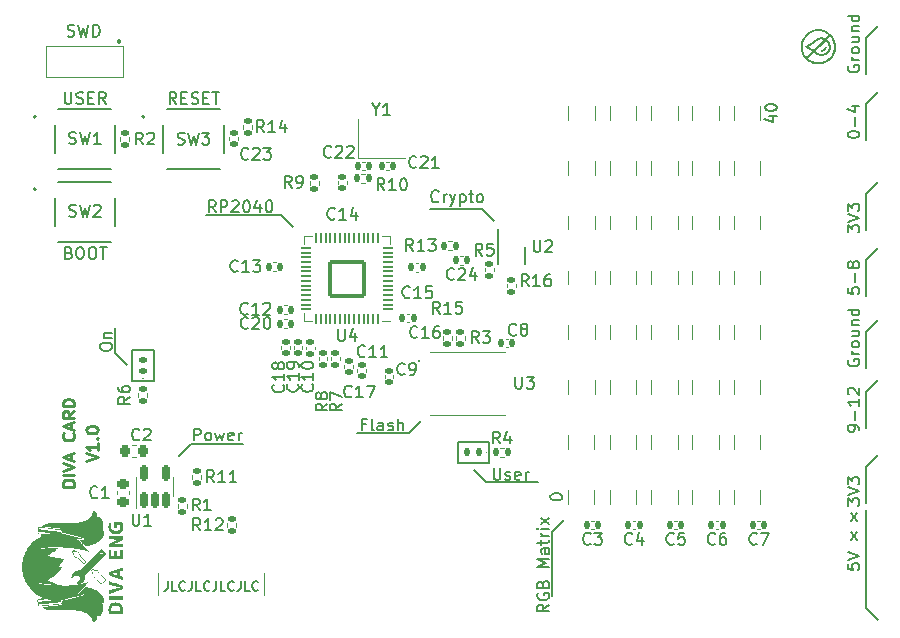
<source format=gbr>
%TF.GenerationSoftware,KiCad,Pcbnew,(6.0.5)*%
%TF.CreationDate,2022-06-22T21:04:07-07:00*%
%TF.ProjectId,diva-card,64697661-2d63-4617-9264-2e6b69636164,rev?*%
%TF.SameCoordinates,Original*%
%TF.FileFunction,Legend,Top*%
%TF.FilePolarity,Positive*%
%FSLAX46Y46*%
G04 Gerber Fmt 4.6, Leading zero omitted, Abs format (unit mm)*
G04 Created by KiCad (PCBNEW (6.0.5)) date 2022-06-22 21:04:07*
%MOMM*%
%LPD*%
G01*
G04 APERTURE LIST*
G04 Aperture macros list*
%AMRoundRect*
0 Rectangle with rounded corners*
0 $1 Rounding radius*
0 $2 $3 $4 $5 $6 $7 $8 $9 X,Y pos of 4 corners*
0 Add a 4 corners polygon primitive as box body*
4,1,4,$2,$3,$4,$5,$6,$7,$8,$9,$2,$3,0*
0 Add four circle primitives for the rounded corners*
1,1,$1+$1,$2,$3*
1,1,$1+$1,$4,$5*
1,1,$1+$1,$6,$7*
1,1,$1+$1,$8,$9*
0 Add four rect primitives between the rounded corners*
20,1,$1+$1,$2,$3,$4,$5,0*
20,1,$1+$1,$4,$5,$6,$7,0*
20,1,$1+$1,$6,$7,$8,$9,0*
20,1,$1+$1,$8,$9,$2,$3,0*%
G04 Aperture macros list end*
%ADD10C,0.150000*%
%ADD11C,0.250000*%
%ADD12C,0.120000*%
%ADD13C,0.100000*%
%ADD14C,0.127000*%
%ADD15C,0.200000*%
%ADD16C,0.400000*%
%ADD17R,0.609600X0.914400*%
%ADD18RoundRect,0.140000X-0.170000X0.140000X-0.170000X-0.140000X0.170000X-0.140000X0.170000X0.140000X0*%
%ADD19RoundRect,0.225000X0.225000X0.250000X-0.225000X0.250000X-0.225000X-0.250000X0.225000X-0.250000X0*%
%ADD20RoundRect,0.135000X0.185000X-0.135000X0.185000X0.135000X-0.185000X0.135000X-0.185000X-0.135000X0*%
%ADD21C,1.000000*%
%ADD22R,10.000000X5.000000*%
%ADD23R,10.000000X1.000000*%
%ADD24R,10.000000X3.000000*%
%ADD25RoundRect,0.140000X-0.140000X-0.170000X0.140000X-0.170000X0.140000X0.170000X-0.140000X0.170000X0*%
%ADD26RoundRect,0.135000X0.135000X0.185000X-0.135000X0.185000X-0.135000X-0.185000X0.135000X-0.185000X0*%
%ADD27RoundRect,0.140000X0.140000X0.170000X-0.140000X0.170000X-0.140000X-0.170000X0.140000X-0.170000X0*%
%ADD28RoundRect,0.140000X0.170000X-0.140000X0.170000X0.140000X-0.170000X0.140000X-0.170000X-0.140000X0*%
%ADD29RoundRect,0.150000X0.150000X-0.512500X0.150000X0.512500X-0.150000X0.512500X-0.150000X-0.512500X0*%
%ADD30RoundRect,0.147500X0.147500X0.172500X-0.147500X0.172500X-0.147500X-0.172500X0.147500X-0.172500X0*%
%ADD31R,1.000000X0.750000*%
%ADD32R,0.300000X0.750000*%
%ADD33R,1.500000X1.300000*%
%ADD34R,0.965200X0.431800*%
%ADD35R,3.454400X4.343400*%
%ADD36RoundRect,0.135000X-0.185000X0.135000X-0.185000X-0.135000X0.185000X-0.135000X0.185000X0.135000X0*%
%ADD37C,0.600000*%
%ADD38R,0.600000X1.160000*%
%ADD39R,0.300000X1.160000*%
%ADD40O,0.900000X1.700000*%
%ADD41O,0.900000X2.000000*%
%ADD42RoundRect,0.147500X0.172500X-0.147500X0.172500X0.147500X-0.172500X0.147500X-0.172500X-0.147500X0*%
%ADD43RoundRect,0.225000X0.250000X-0.225000X0.250000X0.225000X-0.250000X0.225000X-0.250000X-0.225000X0*%
%ADD44RoundRect,0.050000X0.387500X0.050000X-0.387500X0.050000X-0.387500X-0.050000X0.387500X-0.050000X0*%
%ADD45RoundRect,0.050000X0.050000X0.387500X-0.050000X0.387500X-0.050000X-0.387500X0.050000X-0.387500X0*%
%ADD46RoundRect,0.144000X1.456000X1.456000X-1.456000X1.456000X-1.456000X-1.456000X1.456000X-1.456000X0*%
%ADD47R,1.400000X1.200000*%
%ADD48C,0.787400*%
%ADD49RoundRect,0.135000X-0.135000X-0.185000X0.135000X-0.185000X0.135000X0.185000X-0.135000X0.185000X0*%
G04 APERTURE END LIST*
D10*
X97382000Y-97008000D02*
X98398000Y-95992000D01*
X92958000Y-97008000D02*
X97382000Y-97008000D01*
X109450000Y-105333000D02*
X109450000Y-110800000D01*
X72459000Y-90209000D02*
X73475000Y-91225000D01*
X78876000Y-97875000D02*
X77860000Y-98891000D01*
X137057000Y-68066000D02*
X136041000Y-69082000D01*
X136041000Y-103500000D02*
X136041000Y-111754000D01*
X101450000Y-97700000D02*
X104075000Y-97700000D01*
X104075000Y-97700000D02*
X104075000Y-99550000D01*
X104075000Y-99550000D02*
X101450000Y-99550000D01*
X101450000Y-99550000D02*
X101450000Y-97700000D01*
X137057000Y-81274000D02*
X136041000Y-82290000D01*
X137057000Y-98842000D02*
X136041000Y-99858000D01*
X110466000Y-104317000D02*
X109450000Y-105333000D01*
X86534000Y-78534000D02*
X80143000Y-78534000D01*
X136041000Y-88386000D02*
X136041000Y-91434000D01*
X136041000Y-63494000D02*
X136041000Y-66542000D01*
X137057000Y-75686000D02*
X136041000Y-76702000D01*
X102859000Y-100109000D02*
X103875000Y-101125000D01*
X136041000Y-82290000D02*
X136041000Y-85338000D01*
X103532000Y-77970000D02*
X99108000Y-77970000D01*
X136041000Y-99858000D02*
X136041000Y-102906000D01*
X136041000Y-111754000D02*
X137057000Y-112770000D01*
X136041000Y-69082000D02*
X136041000Y-72130000D01*
X87550000Y-79550000D02*
X86534000Y-78534000D01*
X103875000Y-101125000D02*
X108299000Y-101125000D01*
X137057000Y-92450000D02*
X136041000Y-93466000D01*
X137057000Y-87370000D02*
X136041000Y-88386000D01*
X73892000Y-92550000D02*
X75742000Y-92550000D01*
X75742000Y-92550000D02*
X75742000Y-89925000D01*
X75742000Y-89925000D02*
X73892000Y-89925000D01*
X73892000Y-89925000D02*
X73892000Y-92550000D01*
X136041000Y-93466000D02*
X136041000Y-96514000D01*
X136041000Y-76702000D02*
X136041000Y-79750000D01*
X83300000Y-97875000D02*
X78876000Y-97875000D01*
X137057000Y-62478000D02*
X136041000Y-63494000D01*
X104548000Y-78986000D02*
X103532000Y-77970000D01*
X72459000Y-88084000D02*
X72459000Y-90209000D01*
X68542857Y-81703571D02*
X68685714Y-81751190D01*
X68733333Y-81798809D01*
X68780952Y-81894047D01*
X68780952Y-82036904D01*
X68733333Y-82132142D01*
X68685714Y-82179761D01*
X68590476Y-82227380D01*
X68209523Y-82227380D01*
X68209523Y-81227380D01*
X68542857Y-81227380D01*
X68638095Y-81275000D01*
X68685714Y-81322619D01*
X68733333Y-81417857D01*
X68733333Y-81513095D01*
X68685714Y-81608333D01*
X68638095Y-81655952D01*
X68542857Y-81703571D01*
X68209523Y-81703571D01*
X69400000Y-81227380D02*
X69590476Y-81227380D01*
X69685714Y-81275000D01*
X69780952Y-81370238D01*
X69828571Y-81560714D01*
X69828571Y-81894047D01*
X69780952Y-82084523D01*
X69685714Y-82179761D01*
X69590476Y-82227380D01*
X69400000Y-82227380D01*
X69304761Y-82179761D01*
X69209523Y-82084523D01*
X69161904Y-81894047D01*
X69161904Y-81560714D01*
X69209523Y-81370238D01*
X69304761Y-81275000D01*
X69400000Y-81227380D01*
X70447619Y-81227380D02*
X70638095Y-81227380D01*
X70733333Y-81275000D01*
X70828571Y-81370238D01*
X70876190Y-81560714D01*
X70876190Y-81894047D01*
X70828571Y-82084523D01*
X70733333Y-82179761D01*
X70638095Y-82227380D01*
X70447619Y-82227380D01*
X70352380Y-82179761D01*
X70257142Y-82084523D01*
X70209523Y-81894047D01*
X70209523Y-81560714D01*
X70257142Y-81370238D01*
X70352380Y-81275000D01*
X70447619Y-81227380D01*
X71161904Y-81227380D02*
X71733333Y-81227380D01*
X71447619Y-82227380D02*
X71447619Y-81227380D01*
X134525000Y-65859142D02*
X134477380Y-65954380D01*
X134477380Y-66097238D01*
X134525000Y-66240095D01*
X134620238Y-66335333D01*
X134715476Y-66382952D01*
X134905952Y-66430571D01*
X135048809Y-66430571D01*
X135239285Y-66382952D01*
X135334523Y-66335333D01*
X135429761Y-66240095D01*
X135477380Y-66097238D01*
X135477380Y-66002000D01*
X135429761Y-65859142D01*
X135382142Y-65811523D01*
X135048809Y-65811523D01*
X135048809Y-66002000D01*
X135477380Y-65382952D02*
X134810714Y-65382952D01*
X135001190Y-65382952D02*
X134905952Y-65335333D01*
X134858333Y-65287714D01*
X134810714Y-65192476D01*
X134810714Y-65097238D01*
X135477380Y-64621047D02*
X135429761Y-64716285D01*
X135382142Y-64763904D01*
X135286904Y-64811523D01*
X135001190Y-64811523D01*
X134905952Y-64763904D01*
X134858333Y-64716285D01*
X134810714Y-64621047D01*
X134810714Y-64478190D01*
X134858333Y-64382952D01*
X134905952Y-64335333D01*
X135001190Y-64287714D01*
X135286904Y-64287714D01*
X135382142Y-64335333D01*
X135429761Y-64382952D01*
X135477380Y-64478190D01*
X135477380Y-64621047D01*
X134810714Y-63430571D02*
X135477380Y-63430571D01*
X134810714Y-63859142D02*
X135334523Y-63859142D01*
X135429761Y-63811523D01*
X135477380Y-63716285D01*
X135477380Y-63573428D01*
X135429761Y-63478190D01*
X135382142Y-63430571D01*
X134810714Y-62954380D02*
X135477380Y-62954380D01*
X134905952Y-62954380D02*
X134858333Y-62906761D01*
X134810714Y-62811523D01*
X134810714Y-62668666D01*
X134858333Y-62573428D01*
X134953571Y-62525809D01*
X135477380Y-62525809D01*
X135477380Y-61621047D02*
X134477380Y-61621047D01*
X135429761Y-61621047D02*
X135477380Y-61716285D01*
X135477380Y-61906761D01*
X135429761Y-62002000D01*
X135382142Y-62049619D01*
X135286904Y-62097238D01*
X135001190Y-62097238D01*
X134905952Y-62049619D01*
X134858333Y-62002000D01*
X134810714Y-61906761D01*
X134810714Y-61716285D01*
X134858333Y-61621047D01*
X134477380Y-71748857D02*
X134477380Y-71653619D01*
X134525000Y-71558380D01*
X134572619Y-71510761D01*
X134667857Y-71463142D01*
X134858333Y-71415523D01*
X135096428Y-71415523D01*
X135286904Y-71463142D01*
X135382142Y-71510761D01*
X135429761Y-71558380D01*
X135477380Y-71653619D01*
X135477380Y-71748857D01*
X135429761Y-71844095D01*
X135382142Y-71891714D01*
X135286904Y-71939333D01*
X135096428Y-71986952D01*
X134858333Y-71986952D01*
X134667857Y-71939333D01*
X134572619Y-71891714D01*
X134525000Y-71844095D01*
X134477380Y-71748857D01*
X135096428Y-70986952D02*
X135096428Y-70225047D01*
X134810714Y-69320285D02*
X135477380Y-69320285D01*
X134429761Y-69558380D02*
X135144047Y-69796476D01*
X135144047Y-69177428D01*
X127810714Y-70160714D02*
X128477380Y-70160714D01*
X127429761Y-70398809D02*
X128144047Y-70636904D01*
X128144047Y-70017857D01*
X127477380Y-69446428D02*
X127477380Y-69351190D01*
X127525000Y-69255952D01*
X127572619Y-69208333D01*
X127667857Y-69160714D01*
X127858333Y-69113095D01*
X128096428Y-69113095D01*
X128286904Y-69160714D01*
X128382142Y-69208333D01*
X128429761Y-69255952D01*
X128477380Y-69351190D01*
X128477380Y-69446428D01*
X128429761Y-69541666D01*
X128382142Y-69589285D01*
X128286904Y-69636904D01*
X128096428Y-69684523D01*
X127858333Y-69684523D01*
X127667857Y-69636904D01*
X127572619Y-69589285D01*
X127525000Y-69541666D01*
X127477380Y-69446428D01*
X68442857Y-63354761D02*
X68585714Y-63402380D01*
X68823809Y-63402380D01*
X68919047Y-63354761D01*
X68966666Y-63307142D01*
X69014285Y-63211904D01*
X69014285Y-63116666D01*
X68966666Y-63021428D01*
X68919047Y-62973809D01*
X68823809Y-62926190D01*
X68633333Y-62878571D01*
X68538095Y-62830952D01*
X68490476Y-62783333D01*
X68442857Y-62688095D01*
X68442857Y-62592857D01*
X68490476Y-62497619D01*
X68538095Y-62450000D01*
X68633333Y-62402380D01*
X68871428Y-62402380D01*
X69014285Y-62450000D01*
X69347619Y-62402380D02*
X69585714Y-63402380D01*
X69776190Y-62688095D01*
X69966666Y-63402380D01*
X70204761Y-62402380D01*
X70585714Y-63402380D02*
X70585714Y-62402380D01*
X70823809Y-62402380D01*
X70966666Y-62450000D01*
X71061904Y-62545238D01*
X71109523Y-62640476D01*
X71157142Y-62830952D01*
X71157142Y-62973809D01*
X71109523Y-63164285D01*
X71061904Y-63259523D01*
X70966666Y-63354761D01*
X70823809Y-63402380D01*
X70585714Y-63402380D01*
X79123809Y-97593380D02*
X79123809Y-96593380D01*
X79504761Y-96593380D01*
X79600000Y-96641000D01*
X79647619Y-96688619D01*
X79695238Y-96783857D01*
X79695238Y-96926714D01*
X79647619Y-97021952D01*
X79600000Y-97069571D01*
X79504761Y-97117190D01*
X79123809Y-97117190D01*
X80266666Y-97593380D02*
X80171428Y-97545761D01*
X80123809Y-97498142D01*
X80076190Y-97402904D01*
X80076190Y-97117190D01*
X80123809Y-97021952D01*
X80171428Y-96974333D01*
X80266666Y-96926714D01*
X80409523Y-96926714D01*
X80504761Y-96974333D01*
X80552380Y-97021952D01*
X80600000Y-97117190D01*
X80600000Y-97402904D01*
X80552380Y-97498142D01*
X80504761Y-97545761D01*
X80409523Y-97593380D01*
X80266666Y-97593380D01*
X80933333Y-96926714D02*
X81123809Y-97593380D01*
X81314285Y-97117190D01*
X81504761Y-97593380D01*
X81695238Y-96926714D01*
X82457142Y-97545761D02*
X82361904Y-97593380D01*
X82171428Y-97593380D01*
X82076190Y-97545761D01*
X82028571Y-97450523D01*
X82028571Y-97069571D01*
X82076190Y-96974333D01*
X82171428Y-96926714D01*
X82361904Y-96926714D01*
X82457142Y-96974333D01*
X82504761Y-97069571D01*
X82504761Y-97164809D01*
X82028571Y-97260047D01*
X82933333Y-97593380D02*
X82933333Y-96926714D01*
X82933333Y-97117190D02*
X82980952Y-97021952D01*
X83028571Y-96974333D01*
X83123809Y-96926714D01*
X83219047Y-96926714D01*
X134477380Y-84671142D02*
X134477380Y-85147333D01*
X134953571Y-85194952D01*
X134905952Y-85147333D01*
X134858333Y-85052095D01*
X134858333Y-84814000D01*
X134905952Y-84718761D01*
X134953571Y-84671142D01*
X135048809Y-84623523D01*
X135286904Y-84623523D01*
X135382142Y-84671142D01*
X135429761Y-84718761D01*
X135477380Y-84814000D01*
X135477380Y-85052095D01*
X135429761Y-85147333D01*
X135382142Y-85194952D01*
X135096428Y-84194952D02*
X135096428Y-83433047D01*
X134905952Y-82814000D02*
X134858333Y-82909238D01*
X134810714Y-82956857D01*
X134715476Y-83004476D01*
X134667857Y-83004476D01*
X134572619Y-82956857D01*
X134525000Y-82909238D01*
X134477380Y-82814000D01*
X134477380Y-82623523D01*
X134525000Y-82528285D01*
X134572619Y-82480666D01*
X134667857Y-82433047D01*
X134715476Y-82433047D01*
X134810714Y-82480666D01*
X134858333Y-82528285D01*
X134905952Y-82623523D01*
X134905952Y-82814000D01*
X134953571Y-82909238D01*
X135001190Y-82956857D01*
X135096428Y-83004476D01*
X135286904Y-83004476D01*
X135382142Y-82956857D01*
X135429761Y-82909238D01*
X135477380Y-82814000D01*
X135477380Y-82623523D01*
X135429761Y-82528285D01*
X135382142Y-82480666D01*
X135286904Y-82433047D01*
X135096428Y-82433047D01*
X135001190Y-82480666D01*
X134953571Y-82528285D01*
X134905952Y-82623523D01*
X134525000Y-90751142D02*
X134477380Y-90846380D01*
X134477380Y-90989238D01*
X134525000Y-91132095D01*
X134620238Y-91227333D01*
X134715476Y-91274952D01*
X134905952Y-91322571D01*
X135048809Y-91322571D01*
X135239285Y-91274952D01*
X135334523Y-91227333D01*
X135429761Y-91132095D01*
X135477380Y-90989238D01*
X135477380Y-90894000D01*
X135429761Y-90751142D01*
X135382142Y-90703523D01*
X135048809Y-90703523D01*
X135048809Y-90894000D01*
X135477380Y-90274952D02*
X134810714Y-90274952D01*
X135001190Y-90274952D02*
X134905952Y-90227333D01*
X134858333Y-90179714D01*
X134810714Y-90084476D01*
X134810714Y-89989238D01*
X135477380Y-89513047D02*
X135429761Y-89608285D01*
X135382142Y-89655904D01*
X135286904Y-89703523D01*
X135001190Y-89703523D01*
X134905952Y-89655904D01*
X134858333Y-89608285D01*
X134810714Y-89513047D01*
X134810714Y-89370190D01*
X134858333Y-89274952D01*
X134905952Y-89227333D01*
X135001190Y-89179714D01*
X135286904Y-89179714D01*
X135382142Y-89227333D01*
X135429761Y-89274952D01*
X135477380Y-89370190D01*
X135477380Y-89513047D01*
X134810714Y-88322571D02*
X135477380Y-88322571D01*
X134810714Y-88751142D02*
X135334523Y-88751142D01*
X135429761Y-88703523D01*
X135477380Y-88608285D01*
X135477380Y-88465428D01*
X135429761Y-88370190D01*
X135382142Y-88322571D01*
X134810714Y-87846380D02*
X135477380Y-87846380D01*
X134905952Y-87846380D02*
X134858333Y-87798761D01*
X134810714Y-87703523D01*
X134810714Y-87560666D01*
X134858333Y-87465428D01*
X134953571Y-87417809D01*
X135477380Y-87417809D01*
X135477380Y-86513047D02*
X134477380Y-86513047D01*
X135429761Y-86513047D02*
X135477380Y-86608285D01*
X135477380Y-86798761D01*
X135429761Y-86894000D01*
X135382142Y-86941619D01*
X135286904Y-86989238D01*
X135001190Y-86989238D01*
X134905952Y-86941619D01*
X134858333Y-86894000D01*
X134810714Y-86798761D01*
X134810714Y-86608285D01*
X134858333Y-86513047D01*
X109302380Y-102422619D02*
X109302380Y-102327380D01*
X109350000Y-102232142D01*
X109397619Y-102184523D01*
X109492857Y-102136904D01*
X109683333Y-102089285D01*
X109921428Y-102089285D01*
X110111904Y-102136904D01*
X110207142Y-102184523D01*
X110254761Y-102232142D01*
X110302380Y-102327380D01*
X110302380Y-102422619D01*
X110254761Y-102517857D01*
X110207142Y-102565476D01*
X110111904Y-102613095D01*
X109921428Y-102660714D01*
X109683333Y-102660714D01*
X109492857Y-102613095D01*
X109397619Y-102565476D01*
X109350000Y-102517857D01*
X109302380Y-102422619D01*
X77647619Y-69102380D02*
X77314285Y-68626190D01*
X77076190Y-69102380D02*
X77076190Y-68102380D01*
X77457142Y-68102380D01*
X77552380Y-68150000D01*
X77600000Y-68197619D01*
X77647619Y-68292857D01*
X77647619Y-68435714D01*
X77600000Y-68530952D01*
X77552380Y-68578571D01*
X77457142Y-68626190D01*
X77076190Y-68626190D01*
X78076190Y-68578571D02*
X78409523Y-68578571D01*
X78552380Y-69102380D02*
X78076190Y-69102380D01*
X78076190Y-68102380D01*
X78552380Y-68102380D01*
X78933333Y-69054761D02*
X79076190Y-69102380D01*
X79314285Y-69102380D01*
X79409523Y-69054761D01*
X79457142Y-69007142D01*
X79504761Y-68911904D01*
X79504761Y-68816666D01*
X79457142Y-68721428D01*
X79409523Y-68673809D01*
X79314285Y-68626190D01*
X79123809Y-68578571D01*
X79028571Y-68530952D01*
X78980952Y-68483333D01*
X78933333Y-68388095D01*
X78933333Y-68292857D01*
X78980952Y-68197619D01*
X79028571Y-68150000D01*
X79123809Y-68102380D01*
X79361904Y-68102380D01*
X79504761Y-68150000D01*
X79933333Y-68578571D02*
X80266666Y-68578571D01*
X80409523Y-69102380D02*
X79933333Y-69102380D01*
X79933333Y-68102380D01*
X80409523Y-68102380D01*
X80695238Y-68102380D02*
X81266666Y-68102380D01*
X80980952Y-69102380D02*
X80980952Y-68102380D01*
D11*
X70013580Y-99364609D02*
X71013580Y-99031276D01*
X70013580Y-98697942D01*
X71013580Y-97840800D02*
X71013580Y-98412228D01*
X71013580Y-98126514D02*
X70013580Y-98126514D01*
X70156438Y-98221752D01*
X70251676Y-98316990D01*
X70299295Y-98412228D01*
X70918342Y-97412228D02*
X70965961Y-97364609D01*
X71013580Y-97412228D01*
X70965961Y-97459847D01*
X70918342Y-97412228D01*
X71013580Y-97412228D01*
X70013580Y-96745561D02*
X70013580Y-96650323D01*
X70061200Y-96555085D01*
X70108819Y-96507466D01*
X70204057Y-96459847D01*
X70394533Y-96412228D01*
X70632628Y-96412228D01*
X70823104Y-96459847D01*
X70918342Y-96507466D01*
X70965961Y-96555085D01*
X71013580Y-96650323D01*
X71013580Y-96745561D01*
X70965961Y-96840800D01*
X70918342Y-96888419D01*
X70823104Y-96936038D01*
X70632628Y-96983657D01*
X70394533Y-96983657D01*
X70204057Y-96936038D01*
X70108819Y-96888419D01*
X70061200Y-96840800D01*
X70013580Y-96745561D01*
D10*
X68185714Y-68102380D02*
X68185714Y-68911904D01*
X68233333Y-69007142D01*
X68280952Y-69054761D01*
X68376190Y-69102380D01*
X68566666Y-69102380D01*
X68661904Y-69054761D01*
X68709523Y-69007142D01*
X68757142Y-68911904D01*
X68757142Y-68102380D01*
X69185714Y-69054761D02*
X69328571Y-69102380D01*
X69566666Y-69102380D01*
X69661904Y-69054761D01*
X69709523Y-69007142D01*
X69757142Y-68911904D01*
X69757142Y-68816666D01*
X69709523Y-68721428D01*
X69661904Y-68673809D01*
X69566666Y-68626190D01*
X69376190Y-68578571D01*
X69280952Y-68530952D01*
X69233333Y-68483333D01*
X69185714Y-68388095D01*
X69185714Y-68292857D01*
X69233333Y-68197619D01*
X69280952Y-68150000D01*
X69376190Y-68102380D01*
X69614285Y-68102380D01*
X69757142Y-68150000D01*
X70185714Y-68578571D02*
X70519047Y-68578571D01*
X70661904Y-69102380D02*
X70185714Y-69102380D01*
X70185714Y-68102380D01*
X70661904Y-68102380D01*
X71661904Y-69102380D02*
X71328571Y-68626190D01*
X71090476Y-69102380D02*
X71090476Y-68102380D01*
X71471428Y-68102380D01*
X71566666Y-68150000D01*
X71614285Y-68197619D01*
X71661904Y-68292857D01*
X71661904Y-68435714D01*
X71614285Y-68530952D01*
X71566666Y-68578571D01*
X71471428Y-68626190D01*
X71090476Y-68626190D01*
X99843571Y-77335142D02*
X99795952Y-77382761D01*
X99653095Y-77430380D01*
X99557857Y-77430380D01*
X99415000Y-77382761D01*
X99319761Y-77287523D01*
X99272142Y-77192285D01*
X99224523Y-77001809D01*
X99224523Y-76858952D01*
X99272142Y-76668476D01*
X99319761Y-76573238D01*
X99415000Y-76478000D01*
X99557857Y-76430380D01*
X99653095Y-76430380D01*
X99795952Y-76478000D01*
X99843571Y-76525619D01*
X100272142Y-77430380D02*
X100272142Y-76763714D01*
X100272142Y-76954190D02*
X100319761Y-76858952D01*
X100367380Y-76811333D01*
X100462619Y-76763714D01*
X100557857Y-76763714D01*
X100795952Y-76763714D02*
X101034047Y-77430380D01*
X101272142Y-76763714D02*
X101034047Y-77430380D01*
X100938809Y-77668476D01*
X100891190Y-77716095D01*
X100795952Y-77763714D01*
X101653095Y-76763714D02*
X101653095Y-77763714D01*
X101653095Y-76811333D02*
X101748333Y-76763714D01*
X101938809Y-76763714D01*
X102034047Y-76811333D01*
X102081666Y-76858952D01*
X102129285Y-76954190D01*
X102129285Y-77239904D01*
X102081666Y-77335142D01*
X102034047Y-77382761D01*
X101938809Y-77430380D01*
X101748333Y-77430380D01*
X101653095Y-77382761D01*
X102415000Y-76763714D02*
X102795952Y-76763714D01*
X102557857Y-76430380D02*
X102557857Y-77287523D01*
X102605476Y-77382761D01*
X102700714Y-77430380D01*
X102795952Y-77430380D01*
X103272142Y-77430380D02*
X103176904Y-77382761D01*
X103129285Y-77335142D01*
X103081666Y-77239904D01*
X103081666Y-76954190D01*
X103129285Y-76858952D01*
X103176904Y-76811333D01*
X103272142Y-76763714D01*
X103415000Y-76763714D01*
X103510238Y-76811333D01*
X103557857Y-76858952D01*
X103605476Y-76954190D01*
X103605476Y-77239904D01*
X103557857Y-77335142D01*
X103510238Y-77382761D01*
X103415000Y-77430380D01*
X103272142Y-77430380D01*
X71177380Y-89747619D02*
X71177380Y-89557142D01*
X71225000Y-89461904D01*
X71320238Y-89366666D01*
X71510714Y-89319047D01*
X71844047Y-89319047D01*
X72034523Y-89366666D01*
X72129761Y-89461904D01*
X72177380Y-89557142D01*
X72177380Y-89747619D01*
X72129761Y-89842857D01*
X72034523Y-89938095D01*
X71844047Y-89985714D01*
X71510714Y-89985714D01*
X71320238Y-89938095D01*
X71225000Y-89842857D01*
X71177380Y-89747619D01*
X71510714Y-88890476D02*
X72177380Y-88890476D01*
X71605952Y-88890476D02*
X71558333Y-88842857D01*
X71510714Y-88747619D01*
X71510714Y-88604761D01*
X71558333Y-88509523D01*
X71653571Y-88461904D01*
X72177380Y-88461904D01*
X76904761Y-109511904D02*
X76904761Y-110083333D01*
X76866666Y-110197619D01*
X76790476Y-110273809D01*
X76676190Y-110311904D01*
X76600000Y-110311904D01*
X77666666Y-110311904D02*
X77285714Y-110311904D01*
X77285714Y-109511904D01*
X78390476Y-110235714D02*
X78352380Y-110273809D01*
X78238095Y-110311904D01*
X78161904Y-110311904D01*
X78047619Y-110273809D01*
X77971428Y-110197619D01*
X77933333Y-110121428D01*
X77895238Y-109969047D01*
X77895238Y-109854761D01*
X77933333Y-109702380D01*
X77971428Y-109626190D01*
X78047619Y-109550000D01*
X78161904Y-109511904D01*
X78238095Y-109511904D01*
X78352380Y-109550000D01*
X78390476Y-109588095D01*
X78961904Y-109511904D02*
X78961904Y-110083333D01*
X78923809Y-110197619D01*
X78847619Y-110273809D01*
X78733333Y-110311904D01*
X78657142Y-110311904D01*
X79723809Y-110311904D02*
X79342857Y-110311904D01*
X79342857Y-109511904D01*
X80447619Y-110235714D02*
X80409523Y-110273809D01*
X80295238Y-110311904D01*
X80219047Y-110311904D01*
X80104761Y-110273809D01*
X80028571Y-110197619D01*
X79990476Y-110121428D01*
X79952380Y-109969047D01*
X79952380Y-109854761D01*
X79990476Y-109702380D01*
X80028571Y-109626190D01*
X80104761Y-109550000D01*
X80219047Y-109511904D01*
X80295238Y-109511904D01*
X80409523Y-109550000D01*
X80447619Y-109588095D01*
X81019047Y-109511904D02*
X81019047Y-110083333D01*
X80980952Y-110197619D01*
X80904761Y-110273809D01*
X80790476Y-110311904D01*
X80714285Y-110311904D01*
X81780952Y-110311904D02*
X81400000Y-110311904D01*
X81400000Y-109511904D01*
X82504761Y-110235714D02*
X82466666Y-110273809D01*
X82352380Y-110311904D01*
X82276190Y-110311904D01*
X82161904Y-110273809D01*
X82085714Y-110197619D01*
X82047619Y-110121428D01*
X82009523Y-109969047D01*
X82009523Y-109854761D01*
X82047619Y-109702380D01*
X82085714Y-109626190D01*
X82161904Y-109550000D01*
X82276190Y-109511904D01*
X82352380Y-109511904D01*
X82466666Y-109550000D01*
X82504761Y-109588095D01*
X83076190Y-109511904D02*
X83076190Y-110083333D01*
X83038095Y-110197619D01*
X82961904Y-110273809D01*
X82847619Y-110311904D01*
X82771428Y-110311904D01*
X83838095Y-110311904D02*
X83457142Y-110311904D01*
X83457142Y-109511904D01*
X84561904Y-110235714D02*
X84523809Y-110273809D01*
X84409523Y-110311904D01*
X84333333Y-110311904D01*
X84219047Y-110273809D01*
X84142857Y-110197619D01*
X84104761Y-110121428D01*
X84066666Y-109969047D01*
X84066666Y-109854761D01*
X84104761Y-109702380D01*
X84142857Y-109626190D01*
X84219047Y-109550000D01*
X84333333Y-109511904D01*
X84409523Y-109511904D01*
X84523809Y-109550000D01*
X84561904Y-109588095D01*
X104496428Y-99927380D02*
X104496428Y-100736904D01*
X104544047Y-100832142D01*
X104591666Y-100879761D01*
X104686904Y-100927380D01*
X104877380Y-100927380D01*
X104972619Y-100879761D01*
X105020238Y-100832142D01*
X105067857Y-100736904D01*
X105067857Y-99927380D01*
X105496428Y-100879761D02*
X105591666Y-100927380D01*
X105782142Y-100927380D01*
X105877380Y-100879761D01*
X105925000Y-100784523D01*
X105925000Y-100736904D01*
X105877380Y-100641666D01*
X105782142Y-100594047D01*
X105639285Y-100594047D01*
X105544047Y-100546428D01*
X105496428Y-100451190D01*
X105496428Y-100403571D01*
X105544047Y-100308333D01*
X105639285Y-100260714D01*
X105782142Y-100260714D01*
X105877380Y-100308333D01*
X106734523Y-100879761D02*
X106639285Y-100927380D01*
X106448809Y-100927380D01*
X106353571Y-100879761D01*
X106305952Y-100784523D01*
X106305952Y-100403571D01*
X106353571Y-100308333D01*
X106448809Y-100260714D01*
X106639285Y-100260714D01*
X106734523Y-100308333D01*
X106782142Y-100403571D01*
X106782142Y-100498809D01*
X106305952Y-100594047D01*
X107210714Y-100927380D02*
X107210714Y-100260714D01*
X107210714Y-100451190D02*
X107258333Y-100355952D01*
X107305952Y-100308333D01*
X107401190Y-100260714D01*
X107496428Y-100260714D01*
X135477380Y-96751904D02*
X135477380Y-96561428D01*
X135429761Y-96466190D01*
X135382142Y-96418571D01*
X135239285Y-96323333D01*
X135048809Y-96275714D01*
X134667857Y-96275714D01*
X134572619Y-96323333D01*
X134525000Y-96370952D01*
X134477380Y-96466190D01*
X134477380Y-96656666D01*
X134525000Y-96751904D01*
X134572619Y-96799523D01*
X134667857Y-96847142D01*
X134905952Y-96847142D01*
X135001190Y-96799523D01*
X135048809Y-96751904D01*
X135096428Y-96656666D01*
X135096428Y-96466190D01*
X135048809Y-96370952D01*
X135001190Y-96323333D01*
X134905952Y-96275714D01*
X135096428Y-95847142D02*
X135096428Y-95085238D01*
X135477380Y-94085238D02*
X135477380Y-94656666D01*
X135477380Y-94370952D02*
X134477380Y-94370952D01*
X134620238Y-94466190D01*
X134715476Y-94561428D01*
X134763095Y-94656666D01*
X134572619Y-93704285D02*
X134525000Y-93656666D01*
X134477380Y-93561428D01*
X134477380Y-93323333D01*
X134525000Y-93228095D01*
X134572619Y-93180476D01*
X134667857Y-93132857D01*
X134763095Y-93132857D01*
X134905952Y-93180476D01*
X135477380Y-93751904D01*
X135477380Y-93132857D01*
X134763095Y-104447380D02*
X135286904Y-103780714D01*
X134763095Y-103780714D02*
X135286904Y-104447380D01*
X134763095Y-106057380D02*
X135286904Y-105390714D01*
X134763095Y-105390714D02*
X135286904Y-106057380D01*
X80972761Y-78269380D02*
X80639428Y-77793190D01*
X80401333Y-78269380D02*
X80401333Y-77269380D01*
X80782285Y-77269380D01*
X80877523Y-77317000D01*
X80925142Y-77364619D01*
X80972761Y-77459857D01*
X80972761Y-77602714D01*
X80925142Y-77697952D01*
X80877523Y-77745571D01*
X80782285Y-77793190D01*
X80401333Y-77793190D01*
X81401333Y-78269380D02*
X81401333Y-77269380D01*
X81782285Y-77269380D01*
X81877523Y-77317000D01*
X81925142Y-77364619D01*
X81972761Y-77459857D01*
X81972761Y-77602714D01*
X81925142Y-77697952D01*
X81877523Y-77745571D01*
X81782285Y-77793190D01*
X81401333Y-77793190D01*
X82353714Y-77364619D02*
X82401333Y-77317000D01*
X82496571Y-77269380D01*
X82734666Y-77269380D01*
X82829904Y-77317000D01*
X82877523Y-77364619D01*
X82925142Y-77459857D01*
X82925142Y-77555095D01*
X82877523Y-77697952D01*
X82306095Y-78269380D01*
X82925142Y-78269380D01*
X83544190Y-77269380D02*
X83639428Y-77269380D01*
X83734666Y-77317000D01*
X83782285Y-77364619D01*
X83829904Y-77459857D01*
X83877523Y-77650333D01*
X83877523Y-77888428D01*
X83829904Y-78078904D01*
X83782285Y-78174142D01*
X83734666Y-78221761D01*
X83639428Y-78269380D01*
X83544190Y-78269380D01*
X83448952Y-78221761D01*
X83401333Y-78174142D01*
X83353714Y-78078904D01*
X83306095Y-77888428D01*
X83306095Y-77650333D01*
X83353714Y-77459857D01*
X83401333Y-77364619D01*
X83448952Y-77317000D01*
X83544190Y-77269380D01*
X84734666Y-77602714D02*
X84734666Y-78269380D01*
X84496571Y-77221761D02*
X84258476Y-77936047D01*
X84877523Y-77936047D01*
X85448952Y-77269380D02*
X85544190Y-77269380D01*
X85639428Y-77317000D01*
X85687047Y-77364619D01*
X85734666Y-77459857D01*
X85782285Y-77650333D01*
X85782285Y-77888428D01*
X85734666Y-78078904D01*
X85687047Y-78174142D01*
X85639428Y-78221761D01*
X85544190Y-78269380D01*
X85448952Y-78269380D01*
X85353714Y-78221761D01*
X85306095Y-78174142D01*
X85258476Y-78078904D01*
X85210857Y-77888428D01*
X85210857Y-77650333D01*
X85258476Y-77459857D01*
X85306095Y-77364619D01*
X85353714Y-77317000D01*
X85448952Y-77269380D01*
X134477380Y-103128095D02*
X134477380Y-102509047D01*
X134858333Y-102842380D01*
X134858333Y-102699523D01*
X134905952Y-102604285D01*
X134953571Y-102556666D01*
X135048809Y-102509047D01*
X135286904Y-102509047D01*
X135382142Y-102556666D01*
X135429761Y-102604285D01*
X135477380Y-102699523D01*
X135477380Y-102985238D01*
X135429761Y-103080476D01*
X135382142Y-103128095D01*
X134477380Y-102223333D02*
X135477380Y-101890000D01*
X134477380Y-101556666D01*
X134477380Y-101318571D02*
X134477380Y-100699523D01*
X134858333Y-101032857D01*
X134858333Y-100890000D01*
X134905952Y-100794761D01*
X134953571Y-100747142D01*
X135048809Y-100699523D01*
X135286904Y-100699523D01*
X135382142Y-100747142D01*
X135429761Y-100794761D01*
X135477380Y-100890000D01*
X135477380Y-101175714D01*
X135429761Y-101270952D01*
X135382142Y-101318571D01*
X134477380Y-79972095D02*
X134477380Y-79353047D01*
X134858333Y-79686380D01*
X134858333Y-79543523D01*
X134905952Y-79448285D01*
X134953571Y-79400666D01*
X135048809Y-79353047D01*
X135286904Y-79353047D01*
X135382142Y-79400666D01*
X135429761Y-79448285D01*
X135477380Y-79543523D01*
X135477380Y-79829238D01*
X135429761Y-79924476D01*
X135382142Y-79972095D01*
X134477380Y-79067333D02*
X135477380Y-78734000D01*
X134477380Y-78400666D01*
X134477380Y-78162571D02*
X134477380Y-77543523D01*
X134858333Y-77876857D01*
X134858333Y-77734000D01*
X134905952Y-77638761D01*
X134953571Y-77591142D01*
X135048809Y-77543523D01*
X135286904Y-77543523D01*
X135382142Y-77591142D01*
X135429761Y-77638761D01*
X135477380Y-77734000D01*
X135477380Y-78019714D01*
X135429761Y-78114952D01*
X135382142Y-78162571D01*
X93669428Y-96226571D02*
X93336095Y-96226571D01*
X93336095Y-96750380D02*
X93336095Y-95750380D01*
X93812285Y-95750380D01*
X94336095Y-96750380D02*
X94240857Y-96702761D01*
X94193238Y-96607523D01*
X94193238Y-95750380D01*
X95145619Y-96750380D02*
X95145619Y-96226571D01*
X95098000Y-96131333D01*
X95002761Y-96083714D01*
X94812285Y-96083714D01*
X94717047Y-96131333D01*
X95145619Y-96702761D02*
X95050380Y-96750380D01*
X94812285Y-96750380D01*
X94717047Y-96702761D01*
X94669428Y-96607523D01*
X94669428Y-96512285D01*
X94717047Y-96417047D01*
X94812285Y-96369428D01*
X95050380Y-96369428D01*
X95145619Y-96321809D01*
X95574190Y-96702761D02*
X95669428Y-96750380D01*
X95859904Y-96750380D01*
X95955142Y-96702761D01*
X96002761Y-96607523D01*
X96002761Y-96559904D01*
X95955142Y-96464666D01*
X95859904Y-96417047D01*
X95717047Y-96417047D01*
X95621809Y-96369428D01*
X95574190Y-96274190D01*
X95574190Y-96226571D01*
X95621809Y-96131333D01*
X95717047Y-96083714D01*
X95859904Y-96083714D01*
X95955142Y-96131333D01*
X96431333Y-96750380D02*
X96431333Y-95750380D01*
X96859904Y-96750380D02*
X96859904Y-96226571D01*
X96812285Y-96131333D01*
X96717047Y-96083714D01*
X96574190Y-96083714D01*
X96478952Y-96131333D01*
X96431333Y-96178952D01*
X134472380Y-108030476D02*
X134472380Y-108506666D01*
X134948571Y-108554285D01*
X134900952Y-108506666D01*
X134853333Y-108411428D01*
X134853333Y-108173333D01*
X134900952Y-108078095D01*
X134948571Y-108030476D01*
X135043809Y-107982857D01*
X135281904Y-107982857D01*
X135377142Y-108030476D01*
X135424761Y-108078095D01*
X135472380Y-108173333D01*
X135472380Y-108411428D01*
X135424761Y-108506666D01*
X135377142Y-108554285D01*
X134472380Y-107697142D02*
X135472380Y-107363809D01*
X134472380Y-107030476D01*
X109202380Y-111508333D02*
X108726190Y-111841666D01*
X109202380Y-112079761D02*
X108202380Y-112079761D01*
X108202380Y-111698809D01*
X108250000Y-111603571D01*
X108297619Y-111555952D01*
X108392857Y-111508333D01*
X108535714Y-111508333D01*
X108630952Y-111555952D01*
X108678571Y-111603571D01*
X108726190Y-111698809D01*
X108726190Y-112079761D01*
X108250000Y-110555952D02*
X108202380Y-110651190D01*
X108202380Y-110794047D01*
X108250000Y-110936904D01*
X108345238Y-111032142D01*
X108440476Y-111079761D01*
X108630952Y-111127380D01*
X108773809Y-111127380D01*
X108964285Y-111079761D01*
X109059523Y-111032142D01*
X109154761Y-110936904D01*
X109202380Y-110794047D01*
X109202380Y-110698809D01*
X109154761Y-110555952D01*
X109107142Y-110508333D01*
X108773809Y-110508333D01*
X108773809Y-110698809D01*
X108678571Y-109746428D02*
X108726190Y-109603571D01*
X108773809Y-109555952D01*
X108869047Y-109508333D01*
X109011904Y-109508333D01*
X109107142Y-109555952D01*
X109154761Y-109603571D01*
X109202380Y-109698809D01*
X109202380Y-110079761D01*
X108202380Y-110079761D01*
X108202380Y-109746428D01*
X108250000Y-109651190D01*
X108297619Y-109603571D01*
X108392857Y-109555952D01*
X108488095Y-109555952D01*
X108583333Y-109603571D01*
X108630952Y-109651190D01*
X108678571Y-109746428D01*
X108678571Y-110079761D01*
X109202380Y-108317857D02*
X108202380Y-108317857D01*
X108916666Y-107984523D01*
X108202380Y-107651190D01*
X109202380Y-107651190D01*
X109202380Y-106746428D02*
X108678571Y-106746428D01*
X108583333Y-106794047D01*
X108535714Y-106889285D01*
X108535714Y-107079761D01*
X108583333Y-107175000D01*
X109154761Y-106746428D02*
X109202380Y-106841666D01*
X109202380Y-107079761D01*
X109154761Y-107175000D01*
X109059523Y-107222619D01*
X108964285Y-107222619D01*
X108869047Y-107175000D01*
X108821428Y-107079761D01*
X108821428Y-106841666D01*
X108773809Y-106746428D01*
X108535714Y-106413095D02*
X108535714Y-106032142D01*
X108202380Y-106270238D02*
X109059523Y-106270238D01*
X109154761Y-106222619D01*
X109202380Y-106127380D01*
X109202380Y-106032142D01*
X109202380Y-105698809D02*
X108535714Y-105698809D01*
X108726190Y-105698809D02*
X108630952Y-105651190D01*
X108583333Y-105603571D01*
X108535714Y-105508333D01*
X108535714Y-105413095D01*
X109202380Y-105079761D02*
X108535714Y-105079761D01*
X108202380Y-105079761D02*
X108250000Y-105127380D01*
X108297619Y-105079761D01*
X108250000Y-105032142D01*
X108202380Y-105079761D01*
X108297619Y-105079761D01*
X109202380Y-104698809D02*
X108535714Y-104175000D01*
X108535714Y-104698809D02*
X109202380Y-104175000D01*
D11*
X69013580Y-101507466D02*
X68013580Y-101507466D01*
X68013580Y-101269371D01*
X68061200Y-101126514D01*
X68156438Y-101031276D01*
X68251676Y-100983657D01*
X68442152Y-100936038D01*
X68585009Y-100936038D01*
X68775485Y-100983657D01*
X68870723Y-101031276D01*
X68965961Y-101126514D01*
X69013580Y-101269371D01*
X69013580Y-101507466D01*
X69013580Y-100507466D02*
X68013580Y-100507466D01*
X68013580Y-100174133D02*
X69013580Y-99840800D01*
X68013580Y-99507466D01*
X68727866Y-99221752D02*
X68727866Y-98745561D01*
X69013580Y-99316990D02*
X68013580Y-98983657D01*
X69013580Y-98650323D01*
X68918342Y-96983657D02*
X68965961Y-97031276D01*
X69013580Y-97174133D01*
X69013580Y-97269371D01*
X68965961Y-97412228D01*
X68870723Y-97507466D01*
X68775485Y-97555085D01*
X68585009Y-97602704D01*
X68442152Y-97602704D01*
X68251676Y-97555085D01*
X68156438Y-97507466D01*
X68061200Y-97412228D01*
X68013580Y-97269371D01*
X68013580Y-97174133D01*
X68061200Y-97031276D01*
X68108819Y-96983657D01*
X68727866Y-96602704D02*
X68727866Y-96126514D01*
X69013580Y-96697942D02*
X68013580Y-96364609D01*
X69013580Y-96031276D01*
X69013580Y-95126514D02*
X68537390Y-95459847D01*
X69013580Y-95697942D02*
X68013580Y-95697942D01*
X68013580Y-95316990D01*
X68061200Y-95221752D01*
X68108819Y-95174133D01*
X68204057Y-95126514D01*
X68346914Y-95126514D01*
X68442152Y-95174133D01*
X68489771Y-95221752D01*
X68537390Y-95316990D01*
X68537390Y-95697942D01*
X69013580Y-94697942D02*
X68013580Y-94697942D01*
X68013580Y-94459847D01*
X68061200Y-94316990D01*
X68156438Y-94221752D01*
X68251676Y-94174133D01*
X68442152Y-94126514D01*
X68585009Y-94126514D01*
X68775485Y-94174133D01*
X68870723Y-94221752D01*
X68965961Y-94316990D01*
X69013580Y-94459847D01*
X69013580Y-94697942D01*
D10*
%TO.C,C23*%
X83732142Y-73732142D02*
X83684523Y-73779761D01*
X83541666Y-73827380D01*
X83446428Y-73827380D01*
X83303571Y-73779761D01*
X83208333Y-73684523D01*
X83160714Y-73589285D01*
X83113095Y-73398809D01*
X83113095Y-73255952D01*
X83160714Y-73065476D01*
X83208333Y-72970238D01*
X83303571Y-72875000D01*
X83446428Y-72827380D01*
X83541666Y-72827380D01*
X83684523Y-72875000D01*
X83732142Y-72922619D01*
X84113095Y-72922619D02*
X84160714Y-72875000D01*
X84255952Y-72827380D01*
X84494047Y-72827380D01*
X84589285Y-72875000D01*
X84636904Y-72922619D01*
X84684523Y-73017857D01*
X84684523Y-73113095D01*
X84636904Y-73255952D01*
X84065476Y-73827380D01*
X84684523Y-73827380D01*
X85017857Y-72827380D02*
X85636904Y-72827380D01*
X85303571Y-73208333D01*
X85446428Y-73208333D01*
X85541666Y-73255952D01*
X85589285Y-73303571D01*
X85636904Y-73398809D01*
X85636904Y-73636904D01*
X85589285Y-73732142D01*
X85541666Y-73779761D01*
X85446428Y-73827380D01*
X85160714Y-73827380D01*
X85065476Y-73779761D01*
X85017857Y-73732142D01*
%TO.C,C2*%
X74508333Y-97507142D02*
X74460714Y-97554761D01*
X74317857Y-97602380D01*
X74222619Y-97602380D01*
X74079761Y-97554761D01*
X73984523Y-97459523D01*
X73936904Y-97364285D01*
X73889285Y-97173809D01*
X73889285Y-97030952D01*
X73936904Y-96840476D01*
X73984523Y-96745238D01*
X74079761Y-96650000D01*
X74222619Y-96602380D01*
X74317857Y-96602380D01*
X74460714Y-96650000D01*
X74508333Y-96697619D01*
X74889285Y-96697619D02*
X74936904Y-96650000D01*
X75032142Y-96602380D01*
X75270238Y-96602380D01*
X75365476Y-96650000D01*
X75413095Y-96697619D01*
X75460714Y-96792857D01*
X75460714Y-96888095D01*
X75413095Y-97030952D01*
X74841666Y-97602380D01*
X75460714Y-97602380D01*
%TO.C,R14*%
X85057142Y-71502380D02*
X84723809Y-71026190D01*
X84485714Y-71502380D02*
X84485714Y-70502380D01*
X84866666Y-70502380D01*
X84961904Y-70550000D01*
X85009523Y-70597619D01*
X85057142Y-70692857D01*
X85057142Y-70835714D01*
X85009523Y-70930952D01*
X84961904Y-70978571D01*
X84866666Y-71026190D01*
X84485714Y-71026190D01*
X86009523Y-71502380D02*
X85438095Y-71502380D01*
X85723809Y-71502380D02*
X85723809Y-70502380D01*
X85628571Y-70645238D01*
X85533333Y-70740476D01*
X85438095Y-70788095D01*
X86866666Y-70835714D02*
X86866666Y-71502380D01*
X86628571Y-70454761D02*
X86390476Y-71169047D01*
X87009523Y-71169047D01*
%TO.C,C10*%
X89140742Y-92855257D02*
X89188361Y-92902876D01*
X89235980Y-93045733D01*
X89235980Y-93140971D01*
X89188361Y-93283828D01*
X89093123Y-93379066D01*
X88997885Y-93426685D01*
X88807409Y-93474304D01*
X88664552Y-93474304D01*
X88474076Y-93426685D01*
X88378838Y-93379066D01*
X88283600Y-93283828D01*
X88235980Y-93140971D01*
X88235980Y-93045733D01*
X88283600Y-92902876D01*
X88331219Y-92855257D01*
X89235980Y-91902876D02*
X89235980Y-92474304D01*
X89235980Y-92188590D02*
X88235980Y-92188590D01*
X88378838Y-92283828D01*
X88474076Y-92379066D01*
X88521695Y-92474304D01*
X88235980Y-91283828D02*
X88235980Y-91188590D01*
X88283600Y-91093352D01*
X88331219Y-91045733D01*
X88426457Y-90998114D01*
X88616933Y-90950495D01*
X88855028Y-90950495D01*
X89045504Y-90998114D01*
X89140742Y-91045733D01*
X89188361Y-91093352D01*
X89235980Y-91188590D01*
X89235980Y-91283828D01*
X89188361Y-91379066D01*
X89140742Y-91426685D01*
X89045504Y-91474304D01*
X88855028Y-91521923D01*
X88616933Y-91521923D01*
X88426457Y-91474304D01*
X88331219Y-91426685D01*
X88283600Y-91379066D01*
X88235980Y-91283828D01*
%TO.C,C6*%
X123258333Y-106332142D02*
X123210714Y-106379761D01*
X123067857Y-106427380D01*
X122972619Y-106427380D01*
X122829761Y-106379761D01*
X122734523Y-106284523D01*
X122686904Y-106189285D01*
X122639285Y-105998809D01*
X122639285Y-105855952D01*
X122686904Y-105665476D01*
X122734523Y-105570238D01*
X122829761Y-105475000D01*
X122972619Y-105427380D01*
X123067857Y-105427380D01*
X123210714Y-105475000D01*
X123258333Y-105522619D01*
X124115476Y-105427380D02*
X123925000Y-105427380D01*
X123829761Y-105475000D01*
X123782142Y-105522619D01*
X123686904Y-105665476D01*
X123639285Y-105855952D01*
X123639285Y-106236904D01*
X123686904Y-106332142D01*
X123734523Y-106379761D01*
X123829761Y-106427380D01*
X124020238Y-106427380D01*
X124115476Y-106379761D01*
X124163095Y-106332142D01*
X124210714Y-106236904D01*
X124210714Y-105998809D01*
X124163095Y-105903571D01*
X124115476Y-105855952D01*
X124020238Y-105808333D01*
X123829761Y-105808333D01*
X123734523Y-105855952D01*
X123686904Y-105903571D01*
X123639285Y-105998809D01*
%TO.C,R10*%
X95257142Y-76402380D02*
X94923809Y-75926190D01*
X94685714Y-76402380D02*
X94685714Y-75402380D01*
X95066666Y-75402380D01*
X95161904Y-75450000D01*
X95209523Y-75497619D01*
X95257142Y-75592857D01*
X95257142Y-75735714D01*
X95209523Y-75830952D01*
X95161904Y-75878571D01*
X95066666Y-75926190D01*
X94685714Y-75926190D01*
X96209523Y-76402380D02*
X95638095Y-76402380D01*
X95923809Y-76402380D02*
X95923809Y-75402380D01*
X95828571Y-75545238D01*
X95733333Y-75640476D01*
X95638095Y-75688095D01*
X96828571Y-75402380D02*
X96923809Y-75402380D01*
X97019047Y-75450000D01*
X97066666Y-75497619D01*
X97114285Y-75592857D01*
X97161904Y-75783333D01*
X97161904Y-76021428D01*
X97114285Y-76211904D01*
X97066666Y-76307142D01*
X97019047Y-76354761D01*
X96923809Y-76402380D01*
X96828571Y-76402380D01*
X96733333Y-76354761D01*
X96685714Y-76307142D01*
X96638095Y-76211904D01*
X96590476Y-76021428D01*
X96590476Y-75783333D01*
X96638095Y-75592857D01*
X96685714Y-75497619D01*
X96733333Y-75450000D01*
X96828571Y-75402380D01*
%TO.C,R16*%
X107467142Y-84542380D02*
X107133809Y-84066190D01*
X106895714Y-84542380D02*
X106895714Y-83542380D01*
X107276666Y-83542380D01*
X107371904Y-83590000D01*
X107419523Y-83637619D01*
X107467142Y-83732857D01*
X107467142Y-83875714D01*
X107419523Y-83970952D01*
X107371904Y-84018571D01*
X107276666Y-84066190D01*
X106895714Y-84066190D01*
X108419523Y-84542380D02*
X107848095Y-84542380D01*
X108133809Y-84542380D02*
X108133809Y-83542380D01*
X108038571Y-83685238D01*
X107943333Y-83780476D01*
X107848095Y-83828095D01*
X109276666Y-83542380D02*
X109086190Y-83542380D01*
X108990952Y-83590000D01*
X108943333Y-83637619D01*
X108848095Y-83780476D01*
X108800476Y-83970952D01*
X108800476Y-84351904D01*
X108848095Y-84447142D01*
X108895714Y-84494761D01*
X108990952Y-84542380D01*
X109181428Y-84542380D01*
X109276666Y-84494761D01*
X109324285Y-84447142D01*
X109371904Y-84351904D01*
X109371904Y-84113809D01*
X109324285Y-84018571D01*
X109276666Y-83970952D01*
X109181428Y-83923333D01*
X108990952Y-83923333D01*
X108895714Y-83970952D01*
X108848095Y-84018571D01*
X108800476Y-84113809D01*
%TO.C,C19*%
X87907142Y-92842857D02*
X87954761Y-92890476D01*
X88002380Y-93033333D01*
X88002380Y-93128571D01*
X87954761Y-93271428D01*
X87859523Y-93366666D01*
X87764285Y-93414285D01*
X87573809Y-93461904D01*
X87430952Y-93461904D01*
X87240476Y-93414285D01*
X87145238Y-93366666D01*
X87050000Y-93271428D01*
X87002380Y-93128571D01*
X87002380Y-93033333D01*
X87050000Y-92890476D01*
X87097619Y-92842857D01*
X88002380Y-91890476D02*
X88002380Y-92461904D01*
X88002380Y-92176190D02*
X87002380Y-92176190D01*
X87145238Y-92271428D01*
X87240476Y-92366666D01*
X87288095Y-92461904D01*
X88002380Y-91414285D02*
X88002380Y-91223809D01*
X87954761Y-91128571D01*
X87907142Y-91080952D01*
X87764285Y-90985714D01*
X87573809Y-90938095D01*
X87192857Y-90938095D01*
X87097619Y-90985714D01*
X87050000Y-91033333D01*
X87002380Y-91128571D01*
X87002380Y-91319047D01*
X87050000Y-91414285D01*
X87097619Y-91461904D01*
X87192857Y-91509523D01*
X87430952Y-91509523D01*
X87526190Y-91461904D01*
X87573809Y-91414285D01*
X87621428Y-91319047D01*
X87621428Y-91128571D01*
X87573809Y-91033333D01*
X87526190Y-90985714D01*
X87430952Y-90938095D01*
%TO.C,C7*%
X126782333Y-106332142D02*
X126734714Y-106379761D01*
X126591857Y-106427380D01*
X126496619Y-106427380D01*
X126353761Y-106379761D01*
X126258523Y-106284523D01*
X126210904Y-106189285D01*
X126163285Y-105998809D01*
X126163285Y-105855952D01*
X126210904Y-105665476D01*
X126258523Y-105570238D01*
X126353761Y-105475000D01*
X126496619Y-105427380D01*
X126591857Y-105427380D01*
X126734714Y-105475000D01*
X126782333Y-105522619D01*
X127115666Y-105427380D02*
X127782333Y-105427380D01*
X127353761Y-106427380D01*
%TO.C,R5*%
X103543333Y-81942380D02*
X103210000Y-81466190D01*
X102971904Y-81942380D02*
X102971904Y-80942380D01*
X103352857Y-80942380D01*
X103448095Y-80990000D01*
X103495714Y-81037619D01*
X103543333Y-81132857D01*
X103543333Y-81275714D01*
X103495714Y-81370952D01*
X103448095Y-81418571D01*
X103352857Y-81466190D01*
X102971904Y-81466190D01*
X104448095Y-80942380D02*
X103971904Y-80942380D01*
X103924285Y-81418571D01*
X103971904Y-81370952D01*
X104067142Y-81323333D01*
X104305238Y-81323333D01*
X104400476Y-81370952D01*
X104448095Y-81418571D01*
X104495714Y-81513809D01*
X104495714Y-81751904D01*
X104448095Y-81847142D01*
X104400476Y-81894761D01*
X104305238Y-81942380D01*
X104067142Y-81942380D01*
X103971904Y-81894761D01*
X103924285Y-81847142D01*
%TO.C,C22*%
X90755942Y-73567142D02*
X90708323Y-73614761D01*
X90565466Y-73662380D01*
X90470228Y-73662380D01*
X90327371Y-73614761D01*
X90232133Y-73519523D01*
X90184514Y-73424285D01*
X90136895Y-73233809D01*
X90136895Y-73090952D01*
X90184514Y-72900476D01*
X90232133Y-72805238D01*
X90327371Y-72710000D01*
X90470228Y-72662380D01*
X90565466Y-72662380D01*
X90708323Y-72710000D01*
X90755942Y-72757619D01*
X91136895Y-72757619D02*
X91184514Y-72710000D01*
X91279752Y-72662380D01*
X91517847Y-72662380D01*
X91613085Y-72710000D01*
X91660704Y-72757619D01*
X91708323Y-72852857D01*
X91708323Y-72948095D01*
X91660704Y-73090952D01*
X91089276Y-73662380D01*
X91708323Y-73662380D01*
X92089276Y-72757619D02*
X92136895Y-72710000D01*
X92232133Y-72662380D01*
X92470228Y-72662380D01*
X92565466Y-72710000D01*
X92613085Y-72757619D01*
X92660704Y-72852857D01*
X92660704Y-72948095D01*
X92613085Y-73090952D01*
X92041657Y-73662380D01*
X92660704Y-73662380D01*
%TO.C,R2*%
X74818333Y-72527380D02*
X74485000Y-72051190D01*
X74246904Y-72527380D02*
X74246904Y-71527380D01*
X74627857Y-71527380D01*
X74723095Y-71575000D01*
X74770714Y-71622619D01*
X74818333Y-71717857D01*
X74818333Y-71860714D01*
X74770714Y-71955952D01*
X74723095Y-72003571D01*
X74627857Y-72051190D01*
X74246904Y-72051190D01*
X75199285Y-71622619D02*
X75246904Y-71575000D01*
X75342142Y-71527380D01*
X75580238Y-71527380D01*
X75675476Y-71575000D01*
X75723095Y-71622619D01*
X75770714Y-71717857D01*
X75770714Y-71813095D01*
X75723095Y-71955952D01*
X75151666Y-72527380D01*
X75770714Y-72527380D01*
%TO.C,C16*%
X98042142Y-88817142D02*
X97994523Y-88864761D01*
X97851666Y-88912380D01*
X97756428Y-88912380D01*
X97613571Y-88864761D01*
X97518333Y-88769523D01*
X97470714Y-88674285D01*
X97423095Y-88483809D01*
X97423095Y-88340952D01*
X97470714Y-88150476D01*
X97518333Y-88055238D01*
X97613571Y-87960000D01*
X97756428Y-87912380D01*
X97851666Y-87912380D01*
X97994523Y-87960000D01*
X98042142Y-88007619D01*
X98994523Y-88912380D02*
X98423095Y-88912380D01*
X98708809Y-88912380D02*
X98708809Y-87912380D01*
X98613571Y-88055238D01*
X98518333Y-88150476D01*
X98423095Y-88198095D01*
X99851666Y-87912380D02*
X99661190Y-87912380D01*
X99565952Y-87960000D01*
X99518333Y-88007619D01*
X99423095Y-88150476D01*
X99375476Y-88340952D01*
X99375476Y-88721904D01*
X99423095Y-88817142D01*
X99470714Y-88864761D01*
X99565952Y-88912380D01*
X99756428Y-88912380D01*
X99851666Y-88864761D01*
X99899285Y-88817142D01*
X99946904Y-88721904D01*
X99946904Y-88483809D01*
X99899285Y-88388571D01*
X99851666Y-88340952D01*
X99756428Y-88293333D01*
X99565952Y-88293333D01*
X99470714Y-88340952D01*
X99423095Y-88388571D01*
X99375476Y-88483809D01*
%TO.C,C13*%
X82837142Y-83232142D02*
X82789523Y-83279761D01*
X82646666Y-83327380D01*
X82551428Y-83327380D01*
X82408571Y-83279761D01*
X82313333Y-83184523D01*
X82265714Y-83089285D01*
X82218095Y-82898809D01*
X82218095Y-82755952D01*
X82265714Y-82565476D01*
X82313333Y-82470238D01*
X82408571Y-82375000D01*
X82551428Y-82327380D01*
X82646666Y-82327380D01*
X82789523Y-82375000D01*
X82837142Y-82422619D01*
X83789523Y-83327380D02*
X83218095Y-83327380D01*
X83503809Y-83327380D02*
X83503809Y-82327380D01*
X83408571Y-82470238D01*
X83313333Y-82565476D01*
X83218095Y-82613095D01*
X84122857Y-82327380D02*
X84741904Y-82327380D01*
X84408571Y-82708333D01*
X84551428Y-82708333D01*
X84646666Y-82755952D01*
X84694285Y-82803571D01*
X84741904Y-82898809D01*
X84741904Y-83136904D01*
X84694285Y-83232142D01*
X84646666Y-83279761D01*
X84551428Y-83327380D01*
X84265714Y-83327380D01*
X84170476Y-83279761D01*
X84122857Y-83232142D01*
%TO.C,C14*%
X91057142Y-78807142D02*
X91009523Y-78854761D01*
X90866666Y-78902380D01*
X90771428Y-78902380D01*
X90628571Y-78854761D01*
X90533333Y-78759523D01*
X90485714Y-78664285D01*
X90438095Y-78473809D01*
X90438095Y-78330952D01*
X90485714Y-78140476D01*
X90533333Y-78045238D01*
X90628571Y-77950000D01*
X90771428Y-77902380D01*
X90866666Y-77902380D01*
X91009523Y-77950000D01*
X91057142Y-77997619D01*
X92009523Y-78902380D02*
X91438095Y-78902380D01*
X91723809Y-78902380D02*
X91723809Y-77902380D01*
X91628571Y-78045238D01*
X91533333Y-78140476D01*
X91438095Y-78188095D01*
X92866666Y-78235714D02*
X92866666Y-78902380D01*
X92628571Y-77854761D02*
X92390476Y-78569047D01*
X93009523Y-78569047D01*
%TO.C,U1*%
X73938095Y-103802380D02*
X73938095Y-104611904D01*
X73985714Y-104707142D01*
X74033333Y-104754761D01*
X74128571Y-104802380D01*
X74319047Y-104802380D01*
X74414285Y-104754761D01*
X74461904Y-104707142D01*
X74509523Y-104611904D01*
X74509523Y-103802380D01*
X75509523Y-104802380D02*
X74938095Y-104802380D01*
X75223809Y-104802380D02*
X75223809Y-103802380D01*
X75128571Y-103945238D01*
X75033333Y-104040476D01*
X74938095Y-104088095D01*
%TO.C,C3*%
X112708333Y-106332142D02*
X112660714Y-106379761D01*
X112517857Y-106427380D01*
X112422619Y-106427380D01*
X112279761Y-106379761D01*
X112184523Y-106284523D01*
X112136904Y-106189285D01*
X112089285Y-105998809D01*
X112089285Y-105855952D01*
X112136904Y-105665476D01*
X112184523Y-105570238D01*
X112279761Y-105475000D01*
X112422619Y-105427380D01*
X112517857Y-105427380D01*
X112660714Y-105475000D01*
X112708333Y-105522619D01*
X113041666Y-105427380D02*
X113660714Y-105427380D01*
X113327380Y-105808333D01*
X113470238Y-105808333D01*
X113565476Y-105855952D01*
X113613095Y-105903571D01*
X113660714Y-105998809D01*
X113660714Y-106236904D01*
X113613095Y-106332142D01*
X113565476Y-106379761D01*
X113470238Y-106427380D01*
X113184523Y-106427380D01*
X113089285Y-106379761D01*
X113041666Y-106332142D01*
%TO.C,C24*%
X101157142Y-83907142D02*
X101109523Y-83954761D01*
X100966666Y-84002380D01*
X100871428Y-84002380D01*
X100728571Y-83954761D01*
X100633333Y-83859523D01*
X100585714Y-83764285D01*
X100538095Y-83573809D01*
X100538095Y-83430952D01*
X100585714Y-83240476D01*
X100633333Y-83145238D01*
X100728571Y-83050000D01*
X100871428Y-83002380D01*
X100966666Y-83002380D01*
X101109523Y-83050000D01*
X101157142Y-83097619D01*
X101538095Y-83097619D02*
X101585714Y-83050000D01*
X101680952Y-83002380D01*
X101919047Y-83002380D01*
X102014285Y-83050000D01*
X102061904Y-83097619D01*
X102109523Y-83192857D01*
X102109523Y-83288095D01*
X102061904Y-83430952D01*
X101490476Y-84002380D01*
X102109523Y-84002380D01*
X102966666Y-83335714D02*
X102966666Y-84002380D01*
X102728571Y-82954761D02*
X102490476Y-83669047D01*
X103109523Y-83669047D01*
%TO.C,SW3*%
X77766666Y-72504761D02*
X77909523Y-72552380D01*
X78147619Y-72552380D01*
X78242857Y-72504761D01*
X78290476Y-72457142D01*
X78338095Y-72361904D01*
X78338095Y-72266666D01*
X78290476Y-72171428D01*
X78242857Y-72123809D01*
X78147619Y-72076190D01*
X77957142Y-72028571D01*
X77861904Y-71980952D01*
X77814285Y-71933333D01*
X77766666Y-71838095D01*
X77766666Y-71742857D01*
X77814285Y-71647619D01*
X77861904Y-71600000D01*
X77957142Y-71552380D01*
X78195238Y-71552380D01*
X78338095Y-71600000D01*
X78671428Y-71552380D02*
X78909523Y-72552380D01*
X79100000Y-71838095D01*
X79290476Y-72552380D01*
X79528571Y-71552380D01*
X79814285Y-71552380D02*
X80433333Y-71552380D01*
X80100000Y-71933333D01*
X80242857Y-71933333D01*
X80338095Y-71980952D01*
X80385714Y-72028571D01*
X80433333Y-72123809D01*
X80433333Y-72361904D01*
X80385714Y-72457142D01*
X80338095Y-72504761D01*
X80242857Y-72552380D01*
X79957142Y-72552380D01*
X79861904Y-72504761D01*
X79814285Y-72457142D01*
%TO.C,U2*%
X107888095Y-80632380D02*
X107888095Y-81441904D01*
X107935714Y-81537142D01*
X107983333Y-81584761D01*
X108078571Y-81632380D01*
X108269047Y-81632380D01*
X108364285Y-81584761D01*
X108411904Y-81537142D01*
X108459523Y-81441904D01*
X108459523Y-80632380D01*
X108888095Y-80727619D02*
X108935714Y-80680000D01*
X109030952Y-80632380D01*
X109269047Y-80632380D01*
X109364285Y-80680000D01*
X109411904Y-80727619D01*
X109459523Y-80822857D01*
X109459523Y-80918095D01*
X109411904Y-81060952D01*
X108840476Y-81632380D01*
X109459523Y-81632380D01*
%TO.C,U3*%
X106338095Y-92202380D02*
X106338095Y-93011904D01*
X106385714Y-93107142D01*
X106433333Y-93154761D01*
X106528571Y-93202380D01*
X106719047Y-93202380D01*
X106814285Y-93154761D01*
X106861904Y-93107142D01*
X106909523Y-93011904D01*
X106909523Y-92202380D01*
X107290476Y-92202380D02*
X107909523Y-92202380D01*
X107576190Y-92583333D01*
X107719047Y-92583333D01*
X107814285Y-92630952D01*
X107861904Y-92678571D01*
X107909523Y-92773809D01*
X107909523Y-93011904D01*
X107861904Y-93107142D01*
X107814285Y-93154761D01*
X107719047Y-93202380D01*
X107433333Y-93202380D01*
X107338095Y-93154761D01*
X107290476Y-93107142D01*
%TO.C,R15*%
X99957142Y-86852380D02*
X99623809Y-86376190D01*
X99385714Y-86852380D02*
X99385714Y-85852380D01*
X99766666Y-85852380D01*
X99861904Y-85900000D01*
X99909523Y-85947619D01*
X99957142Y-86042857D01*
X99957142Y-86185714D01*
X99909523Y-86280952D01*
X99861904Y-86328571D01*
X99766666Y-86376190D01*
X99385714Y-86376190D01*
X100909523Y-86852380D02*
X100338095Y-86852380D01*
X100623809Y-86852380D02*
X100623809Y-85852380D01*
X100528571Y-85995238D01*
X100433333Y-86090476D01*
X100338095Y-86138095D01*
X101814285Y-85852380D02*
X101338095Y-85852380D01*
X101290476Y-86328571D01*
X101338095Y-86280952D01*
X101433333Y-86233333D01*
X101671428Y-86233333D01*
X101766666Y-86280952D01*
X101814285Y-86328571D01*
X101861904Y-86423809D01*
X101861904Y-86661904D01*
X101814285Y-86757142D01*
X101766666Y-86804761D01*
X101671428Y-86852380D01*
X101433333Y-86852380D01*
X101338095Y-86804761D01*
X101290476Y-86757142D01*
%TO.C,R7*%
X91629980Y-94480266D02*
X91153790Y-94813600D01*
X91629980Y-95051695D02*
X90629980Y-95051695D01*
X90629980Y-94670742D01*
X90677600Y-94575504D01*
X90725219Y-94527885D01*
X90820457Y-94480266D01*
X90963314Y-94480266D01*
X91058552Y-94527885D01*
X91106171Y-94575504D01*
X91153790Y-94670742D01*
X91153790Y-95051695D01*
X90629980Y-94146933D02*
X90629980Y-93480266D01*
X91629980Y-93908838D01*
%TO.C,C4*%
X116233333Y-106332142D02*
X116185714Y-106379761D01*
X116042857Y-106427380D01*
X115947619Y-106427380D01*
X115804761Y-106379761D01*
X115709523Y-106284523D01*
X115661904Y-106189285D01*
X115614285Y-105998809D01*
X115614285Y-105855952D01*
X115661904Y-105665476D01*
X115709523Y-105570238D01*
X115804761Y-105475000D01*
X115947619Y-105427380D01*
X116042857Y-105427380D01*
X116185714Y-105475000D01*
X116233333Y-105522619D01*
X117090476Y-105760714D02*
X117090476Y-106427380D01*
X116852380Y-105379761D02*
X116614285Y-106094047D01*
X117233333Y-106094047D01*
%TO.C,SW1*%
X68566666Y-72454761D02*
X68709523Y-72502380D01*
X68947619Y-72502380D01*
X69042857Y-72454761D01*
X69090476Y-72407142D01*
X69138095Y-72311904D01*
X69138095Y-72216666D01*
X69090476Y-72121428D01*
X69042857Y-72073809D01*
X68947619Y-72026190D01*
X68757142Y-71978571D01*
X68661904Y-71930952D01*
X68614285Y-71883333D01*
X68566666Y-71788095D01*
X68566666Y-71692857D01*
X68614285Y-71597619D01*
X68661904Y-71550000D01*
X68757142Y-71502380D01*
X68995238Y-71502380D01*
X69138095Y-71550000D01*
X69471428Y-71502380D02*
X69709523Y-72502380D01*
X69900000Y-71788095D01*
X70090476Y-72502380D01*
X70328571Y-71502380D01*
X71233333Y-72502380D02*
X70661904Y-72502380D01*
X70947619Y-72502380D02*
X70947619Y-71502380D01*
X70852380Y-71645238D01*
X70757142Y-71740476D01*
X70661904Y-71788095D01*
%TO.C,C1*%
X70957733Y-102389142D02*
X70910114Y-102436761D01*
X70767257Y-102484380D01*
X70672019Y-102484380D01*
X70529161Y-102436761D01*
X70433923Y-102341523D01*
X70386304Y-102246285D01*
X70338685Y-102055809D01*
X70338685Y-101912952D01*
X70386304Y-101722476D01*
X70433923Y-101627238D01*
X70529161Y-101532000D01*
X70672019Y-101484380D01*
X70767257Y-101484380D01*
X70910114Y-101532000D01*
X70957733Y-101579619D01*
X71910114Y-102484380D02*
X71338685Y-102484380D01*
X71624400Y-102484380D02*
X71624400Y-101484380D01*
X71529161Y-101627238D01*
X71433923Y-101722476D01*
X71338685Y-101770095D01*
%TO.C,C21*%
X97957142Y-74437142D02*
X97909523Y-74484761D01*
X97766666Y-74532380D01*
X97671428Y-74532380D01*
X97528571Y-74484761D01*
X97433333Y-74389523D01*
X97385714Y-74294285D01*
X97338095Y-74103809D01*
X97338095Y-73960952D01*
X97385714Y-73770476D01*
X97433333Y-73675238D01*
X97528571Y-73580000D01*
X97671428Y-73532380D01*
X97766666Y-73532380D01*
X97909523Y-73580000D01*
X97957142Y-73627619D01*
X98338095Y-73627619D02*
X98385714Y-73580000D01*
X98480952Y-73532380D01*
X98719047Y-73532380D01*
X98814285Y-73580000D01*
X98861904Y-73627619D01*
X98909523Y-73722857D01*
X98909523Y-73818095D01*
X98861904Y-73960952D01*
X98290476Y-74532380D01*
X98909523Y-74532380D01*
X99861904Y-74532380D02*
X99290476Y-74532380D01*
X99576190Y-74532380D02*
X99576190Y-73532380D01*
X99480952Y-73675238D01*
X99385714Y-73770476D01*
X99290476Y-73818095D01*
%TO.C,U4*%
X91330595Y-88162380D02*
X91330595Y-88971904D01*
X91378214Y-89067142D01*
X91425833Y-89114761D01*
X91521071Y-89162380D01*
X91711547Y-89162380D01*
X91806785Y-89114761D01*
X91854404Y-89067142D01*
X91902023Y-88971904D01*
X91902023Y-88162380D01*
X92806785Y-88495714D02*
X92806785Y-89162380D01*
X92568690Y-88114761D02*
X92330595Y-88829047D01*
X92949642Y-88829047D01*
%TO.C,C20*%
X83707142Y-88057142D02*
X83659523Y-88104761D01*
X83516666Y-88152380D01*
X83421428Y-88152380D01*
X83278571Y-88104761D01*
X83183333Y-88009523D01*
X83135714Y-87914285D01*
X83088095Y-87723809D01*
X83088095Y-87580952D01*
X83135714Y-87390476D01*
X83183333Y-87295238D01*
X83278571Y-87200000D01*
X83421428Y-87152380D01*
X83516666Y-87152380D01*
X83659523Y-87200000D01*
X83707142Y-87247619D01*
X84088095Y-87247619D02*
X84135714Y-87200000D01*
X84230952Y-87152380D01*
X84469047Y-87152380D01*
X84564285Y-87200000D01*
X84611904Y-87247619D01*
X84659523Y-87342857D01*
X84659523Y-87438095D01*
X84611904Y-87580952D01*
X84040476Y-88152380D01*
X84659523Y-88152380D01*
X85278571Y-87152380D02*
X85373809Y-87152380D01*
X85469047Y-87200000D01*
X85516666Y-87247619D01*
X85564285Y-87342857D01*
X85611904Y-87533333D01*
X85611904Y-87771428D01*
X85564285Y-87961904D01*
X85516666Y-88057142D01*
X85469047Y-88104761D01*
X85373809Y-88152380D01*
X85278571Y-88152380D01*
X85183333Y-88104761D01*
X85135714Y-88057142D01*
X85088095Y-87961904D01*
X85040476Y-87771428D01*
X85040476Y-87533333D01*
X85088095Y-87342857D01*
X85135714Y-87247619D01*
X85183333Y-87200000D01*
X85278571Y-87152380D01*
%TO.C,Y1*%
X94539809Y-69563790D02*
X94539809Y-70039980D01*
X94206476Y-69039980D02*
X94539809Y-69563790D01*
X94873142Y-69039980D01*
X95730285Y-70039980D02*
X95158857Y-70039980D01*
X95444571Y-70039980D02*
X95444571Y-69039980D01*
X95349333Y-69182838D01*
X95254095Y-69278076D01*
X95158857Y-69325695D01*
%TO.C,R8*%
X90429980Y-94480266D02*
X89953790Y-94813600D01*
X90429980Y-95051695D02*
X89429980Y-95051695D01*
X89429980Y-94670742D01*
X89477600Y-94575504D01*
X89525219Y-94527885D01*
X89620457Y-94480266D01*
X89763314Y-94480266D01*
X89858552Y-94527885D01*
X89906171Y-94575504D01*
X89953790Y-94670742D01*
X89953790Y-95051695D01*
X89858552Y-93908838D02*
X89810933Y-94004076D01*
X89763314Y-94051695D01*
X89668076Y-94099314D01*
X89620457Y-94099314D01*
X89525219Y-94051695D01*
X89477600Y-94004076D01*
X89429980Y-93908838D01*
X89429980Y-93718361D01*
X89477600Y-93623123D01*
X89525219Y-93575504D01*
X89620457Y-93527885D01*
X89668076Y-93527885D01*
X89763314Y-93575504D01*
X89810933Y-93623123D01*
X89858552Y-93718361D01*
X89858552Y-93908838D01*
X89906171Y-94004076D01*
X89953790Y-94051695D01*
X90049028Y-94099314D01*
X90239504Y-94099314D01*
X90334742Y-94051695D01*
X90382361Y-94004076D01*
X90429980Y-93908838D01*
X90429980Y-93718361D01*
X90382361Y-93623123D01*
X90334742Y-93575504D01*
X90239504Y-93527885D01*
X90049028Y-93527885D01*
X89953790Y-93575504D01*
X89906171Y-93623123D01*
X89858552Y-93718361D01*
%TO.C,R11*%
X80827142Y-101132380D02*
X80493809Y-100656190D01*
X80255714Y-101132380D02*
X80255714Y-100132380D01*
X80636666Y-100132380D01*
X80731904Y-100180000D01*
X80779523Y-100227619D01*
X80827142Y-100322857D01*
X80827142Y-100465714D01*
X80779523Y-100560952D01*
X80731904Y-100608571D01*
X80636666Y-100656190D01*
X80255714Y-100656190D01*
X81779523Y-101132380D02*
X81208095Y-101132380D01*
X81493809Y-101132380D02*
X81493809Y-100132380D01*
X81398571Y-100275238D01*
X81303333Y-100370476D01*
X81208095Y-100418095D01*
X82731904Y-101132380D02*
X82160476Y-101132380D01*
X82446190Y-101132380D02*
X82446190Y-100132380D01*
X82350952Y-100275238D01*
X82255714Y-100370476D01*
X82160476Y-100418095D01*
%TO.C,C17*%
X92477142Y-93857142D02*
X92429523Y-93904761D01*
X92286666Y-93952380D01*
X92191428Y-93952380D01*
X92048571Y-93904761D01*
X91953333Y-93809523D01*
X91905714Y-93714285D01*
X91858095Y-93523809D01*
X91858095Y-93380952D01*
X91905714Y-93190476D01*
X91953333Y-93095238D01*
X92048571Y-93000000D01*
X92191428Y-92952380D01*
X92286666Y-92952380D01*
X92429523Y-93000000D01*
X92477142Y-93047619D01*
X93429523Y-93952380D02*
X92858095Y-93952380D01*
X93143809Y-93952380D02*
X93143809Y-92952380D01*
X93048571Y-93095238D01*
X92953333Y-93190476D01*
X92858095Y-93238095D01*
X93762857Y-92952380D02*
X94429523Y-92952380D01*
X94000952Y-93952380D01*
%TO.C,SW2*%
X68566666Y-78604761D02*
X68709523Y-78652380D01*
X68947619Y-78652380D01*
X69042857Y-78604761D01*
X69090476Y-78557142D01*
X69138095Y-78461904D01*
X69138095Y-78366666D01*
X69090476Y-78271428D01*
X69042857Y-78223809D01*
X68947619Y-78176190D01*
X68757142Y-78128571D01*
X68661904Y-78080952D01*
X68614285Y-78033333D01*
X68566666Y-77938095D01*
X68566666Y-77842857D01*
X68614285Y-77747619D01*
X68661904Y-77700000D01*
X68757142Y-77652380D01*
X68995238Y-77652380D01*
X69138095Y-77700000D01*
X69471428Y-77652380D02*
X69709523Y-78652380D01*
X69900000Y-77938095D01*
X70090476Y-78652380D01*
X70328571Y-77652380D01*
X70661904Y-77747619D02*
X70709523Y-77700000D01*
X70804761Y-77652380D01*
X71042857Y-77652380D01*
X71138095Y-77700000D01*
X71185714Y-77747619D01*
X71233333Y-77842857D01*
X71233333Y-77938095D01*
X71185714Y-78080952D01*
X70614285Y-78652380D01*
X71233333Y-78652380D01*
%TO.C,C11*%
X93607142Y-90447142D02*
X93559523Y-90494761D01*
X93416666Y-90542380D01*
X93321428Y-90542380D01*
X93178571Y-90494761D01*
X93083333Y-90399523D01*
X93035714Y-90304285D01*
X92988095Y-90113809D01*
X92988095Y-89970952D01*
X93035714Y-89780476D01*
X93083333Y-89685238D01*
X93178571Y-89590000D01*
X93321428Y-89542380D01*
X93416666Y-89542380D01*
X93559523Y-89590000D01*
X93607142Y-89637619D01*
X94559523Y-90542380D02*
X93988095Y-90542380D01*
X94273809Y-90542380D02*
X94273809Y-89542380D01*
X94178571Y-89685238D01*
X94083333Y-89780476D01*
X93988095Y-89828095D01*
X95511904Y-90542380D02*
X94940476Y-90542380D01*
X95226190Y-90542380D02*
X95226190Y-89542380D01*
X95130952Y-89685238D01*
X95035714Y-89780476D01*
X94940476Y-89828095D01*
%TO.C,R9*%
X87393333Y-76222380D02*
X87060000Y-75746190D01*
X86821904Y-76222380D02*
X86821904Y-75222380D01*
X87202857Y-75222380D01*
X87298095Y-75270000D01*
X87345714Y-75317619D01*
X87393333Y-75412857D01*
X87393333Y-75555714D01*
X87345714Y-75650952D01*
X87298095Y-75698571D01*
X87202857Y-75746190D01*
X86821904Y-75746190D01*
X87869523Y-76222380D02*
X88060000Y-76222380D01*
X88155238Y-76174761D01*
X88202857Y-76127142D01*
X88298095Y-75984285D01*
X88345714Y-75793809D01*
X88345714Y-75412857D01*
X88298095Y-75317619D01*
X88250476Y-75270000D01*
X88155238Y-75222380D01*
X87964761Y-75222380D01*
X87869523Y-75270000D01*
X87821904Y-75317619D01*
X87774285Y-75412857D01*
X87774285Y-75650952D01*
X87821904Y-75746190D01*
X87869523Y-75793809D01*
X87964761Y-75841428D01*
X88155238Y-75841428D01*
X88250476Y-75793809D01*
X88298095Y-75746190D01*
X88345714Y-75650952D01*
%TO.C,C8*%
X106413333Y-88622142D02*
X106365714Y-88669761D01*
X106222857Y-88717380D01*
X106127619Y-88717380D01*
X105984761Y-88669761D01*
X105889523Y-88574523D01*
X105841904Y-88479285D01*
X105794285Y-88288809D01*
X105794285Y-88145952D01*
X105841904Y-87955476D01*
X105889523Y-87860238D01*
X105984761Y-87765000D01*
X106127619Y-87717380D01*
X106222857Y-87717380D01*
X106365714Y-87765000D01*
X106413333Y-87812619D01*
X106984761Y-88145952D02*
X106889523Y-88098333D01*
X106841904Y-88050714D01*
X106794285Y-87955476D01*
X106794285Y-87907857D01*
X106841904Y-87812619D01*
X106889523Y-87765000D01*
X106984761Y-87717380D01*
X107175238Y-87717380D01*
X107270476Y-87765000D01*
X107318095Y-87812619D01*
X107365714Y-87907857D01*
X107365714Y-87955476D01*
X107318095Y-88050714D01*
X107270476Y-88098333D01*
X107175238Y-88145952D01*
X106984761Y-88145952D01*
X106889523Y-88193571D01*
X106841904Y-88241190D01*
X106794285Y-88336428D01*
X106794285Y-88526904D01*
X106841904Y-88622142D01*
X106889523Y-88669761D01*
X106984761Y-88717380D01*
X107175238Y-88717380D01*
X107270476Y-88669761D01*
X107318095Y-88622142D01*
X107365714Y-88526904D01*
X107365714Y-88336428D01*
X107318095Y-88241190D01*
X107270476Y-88193571D01*
X107175238Y-88145952D01*
%TO.C,C9*%
X96973333Y-91947142D02*
X96925714Y-91994761D01*
X96782857Y-92042380D01*
X96687619Y-92042380D01*
X96544761Y-91994761D01*
X96449523Y-91899523D01*
X96401904Y-91804285D01*
X96354285Y-91613809D01*
X96354285Y-91470952D01*
X96401904Y-91280476D01*
X96449523Y-91185238D01*
X96544761Y-91090000D01*
X96687619Y-91042380D01*
X96782857Y-91042380D01*
X96925714Y-91090000D01*
X96973333Y-91137619D01*
X97449523Y-92042380D02*
X97640000Y-92042380D01*
X97735238Y-91994761D01*
X97782857Y-91947142D01*
X97878095Y-91804285D01*
X97925714Y-91613809D01*
X97925714Y-91232857D01*
X97878095Y-91137619D01*
X97830476Y-91090000D01*
X97735238Y-91042380D01*
X97544761Y-91042380D01*
X97449523Y-91090000D01*
X97401904Y-91137619D01*
X97354285Y-91232857D01*
X97354285Y-91470952D01*
X97401904Y-91566190D01*
X97449523Y-91613809D01*
X97544761Y-91661428D01*
X97735238Y-91661428D01*
X97830476Y-91613809D01*
X97878095Y-91566190D01*
X97925714Y-91470952D01*
%TO.C,R3*%
X103233333Y-89352380D02*
X102900000Y-88876190D01*
X102661904Y-89352380D02*
X102661904Y-88352380D01*
X103042857Y-88352380D01*
X103138095Y-88400000D01*
X103185714Y-88447619D01*
X103233333Y-88542857D01*
X103233333Y-88685714D01*
X103185714Y-88780952D01*
X103138095Y-88828571D01*
X103042857Y-88876190D01*
X102661904Y-88876190D01*
X103566666Y-88352380D02*
X104185714Y-88352380D01*
X103852380Y-88733333D01*
X103995238Y-88733333D01*
X104090476Y-88780952D01*
X104138095Y-88828571D01*
X104185714Y-88923809D01*
X104185714Y-89161904D01*
X104138095Y-89257142D01*
X104090476Y-89304761D01*
X103995238Y-89352380D01*
X103709523Y-89352380D01*
X103614285Y-89304761D01*
X103566666Y-89257142D01*
%TO.C,R6*%
X73702380Y-93911666D02*
X73226190Y-94245000D01*
X73702380Y-94483095D02*
X72702380Y-94483095D01*
X72702380Y-94102142D01*
X72750000Y-94006904D01*
X72797619Y-93959285D01*
X72892857Y-93911666D01*
X73035714Y-93911666D01*
X73130952Y-93959285D01*
X73178571Y-94006904D01*
X73226190Y-94102142D01*
X73226190Y-94483095D01*
X72702380Y-93054523D02*
X72702380Y-93245000D01*
X72750000Y-93340238D01*
X72797619Y-93387857D01*
X72940476Y-93483095D01*
X73130952Y-93530714D01*
X73511904Y-93530714D01*
X73607142Y-93483095D01*
X73654761Y-93435476D01*
X73702380Y-93340238D01*
X73702380Y-93149761D01*
X73654761Y-93054523D01*
X73607142Y-93006904D01*
X73511904Y-92959285D01*
X73273809Y-92959285D01*
X73178571Y-93006904D01*
X73130952Y-93054523D01*
X73083333Y-93149761D01*
X73083333Y-93340238D01*
X73130952Y-93435476D01*
X73178571Y-93483095D01*
X73273809Y-93530714D01*
%TO.C,C12*%
X83682142Y-86857142D02*
X83634523Y-86904761D01*
X83491666Y-86952380D01*
X83396428Y-86952380D01*
X83253571Y-86904761D01*
X83158333Y-86809523D01*
X83110714Y-86714285D01*
X83063095Y-86523809D01*
X83063095Y-86380952D01*
X83110714Y-86190476D01*
X83158333Y-86095238D01*
X83253571Y-86000000D01*
X83396428Y-85952380D01*
X83491666Y-85952380D01*
X83634523Y-86000000D01*
X83682142Y-86047619D01*
X84634523Y-86952380D02*
X84063095Y-86952380D01*
X84348809Y-86952380D02*
X84348809Y-85952380D01*
X84253571Y-86095238D01*
X84158333Y-86190476D01*
X84063095Y-86238095D01*
X85015476Y-86047619D02*
X85063095Y-86000000D01*
X85158333Y-85952380D01*
X85396428Y-85952380D01*
X85491666Y-86000000D01*
X85539285Y-86047619D01*
X85586904Y-86142857D01*
X85586904Y-86238095D01*
X85539285Y-86380952D01*
X84967857Y-86952380D01*
X85586904Y-86952380D01*
%TO.C,R4*%
X105033333Y-97852380D02*
X104700000Y-97376190D01*
X104461904Y-97852380D02*
X104461904Y-96852380D01*
X104842857Y-96852380D01*
X104938095Y-96900000D01*
X104985714Y-96947619D01*
X105033333Y-97042857D01*
X105033333Y-97185714D01*
X104985714Y-97280952D01*
X104938095Y-97328571D01*
X104842857Y-97376190D01*
X104461904Y-97376190D01*
X105890476Y-97185714D02*
X105890476Y-97852380D01*
X105652380Y-96804761D02*
X105414285Y-97519047D01*
X106033333Y-97519047D01*
%TO.C,C15*%
X97407142Y-85457142D02*
X97359523Y-85504761D01*
X97216666Y-85552380D01*
X97121428Y-85552380D01*
X96978571Y-85504761D01*
X96883333Y-85409523D01*
X96835714Y-85314285D01*
X96788095Y-85123809D01*
X96788095Y-84980952D01*
X96835714Y-84790476D01*
X96883333Y-84695238D01*
X96978571Y-84600000D01*
X97121428Y-84552380D01*
X97216666Y-84552380D01*
X97359523Y-84600000D01*
X97407142Y-84647619D01*
X98359523Y-85552380D02*
X97788095Y-85552380D01*
X98073809Y-85552380D02*
X98073809Y-84552380D01*
X97978571Y-84695238D01*
X97883333Y-84790476D01*
X97788095Y-84838095D01*
X99264285Y-84552380D02*
X98788095Y-84552380D01*
X98740476Y-85028571D01*
X98788095Y-84980952D01*
X98883333Y-84933333D01*
X99121428Y-84933333D01*
X99216666Y-84980952D01*
X99264285Y-85028571D01*
X99311904Y-85123809D01*
X99311904Y-85361904D01*
X99264285Y-85457142D01*
X99216666Y-85504761D01*
X99121428Y-85552380D01*
X98883333Y-85552380D01*
X98788095Y-85504761D01*
X98740476Y-85457142D01*
%TO.C,C5*%
X119758333Y-106332142D02*
X119710714Y-106379761D01*
X119567857Y-106427380D01*
X119472619Y-106427380D01*
X119329761Y-106379761D01*
X119234523Y-106284523D01*
X119186904Y-106189285D01*
X119139285Y-105998809D01*
X119139285Y-105855952D01*
X119186904Y-105665476D01*
X119234523Y-105570238D01*
X119329761Y-105475000D01*
X119472619Y-105427380D01*
X119567857Y-105427380D01*
X119710714Y-105475000D01*
X119758333Y-105522619D01*
X120663095Y-105427380D02*
X120186904Y-105427380D01*
X120139285Y-105903571D01*
X120186904Y-105855952D01*
X120282142Y-105808333D01*
X120520238Y-105808333D01*
X120615476Y-105855952D01*
X120663095Y-105903571D01*
X120710714Y-105998809D01*
X120710714Y-106236904D01*
X120663095Y-106332142D01*
X120615476Y-106379761D01*
X120520238Y-106427380D01*
X120282142Y-106427380D01*
X120186904Y-106379761D01*
X120139285Y-106332142D01*
%TO.C,R1*%
X79608333Y-103527380D02*
X79275000Y-103051190D01*
X79036904Y-103527380D02*
X79036904Y-102527380D01*
X79417857Y-102527380D01*
X79513095Y-102575000D01*
X79560714Y-102622619D01*
X79608333Y-102717857D01*
X79608333Y-102860714D01*
X79560714Y-102955952D01*
X79513095Y-103003571D01*
X79417857Y-103051190D01*
X79036904Y-103051190D01*
X80560714Y-103527380D02*
X79989285Y-103527380D01*
X80275000Y-103527380D02*
X80275000Y-102527380D01*
X80179761Y-102670238D01*
X80084523Y-102765476D01*
X79989285Y-102813095D01*
%TO.C,C18*%
X86687142Y-92892857D02*
X86734761Y-92940476D01*
X86782380Y-93083333D01*
X86782380Y-93178571D01*
X86734761Y-93321428D01*
X86639523Y-93416666D01*
X86544285Y-93464285D01*
X86353809Y-93511904D01*
X86210952Y-93511904D01*
X86020476Y-93464285D01*
X85925238Y-93416666D01*
X85830000Y-93321428D01*
X85782380Y-93178571D01*
X85782380Y-93083333D01*
X85830000Y-92940476D01*
X85877619Y-92892857D01*
X86782380Y-91940476D02*
X86782380Y-92511904D01*
X86782380Y-92226190D02*
X85782380Y-92226190D01*
X85925238Y-92321428D01*
X86020476Y-92416666D01*
X86068095Y-92511904D01*
X86210952Y-91369047D02*
X86163333Y-91464285D01*
X86115714Y-91511904D01*
X86020476Y-91559523D01*
X85972857Y-91559523D01*
X85877619Y-91511904D01*
X85830000Y-91464285D01*
X85782380Y-91369047D01*
X85782380Y-91178571D01*
X85830000Y-91083333D01*
X85877619Y-91035714D01*
X85972857Y-90988095D01*
X86020476Y-90988095D01*
X86115714Y-91035714D01*
X86163333Y-91083333D01*
X86210952Y-91178571D01*
X86210952Y-91369047D01*
X86258571Y-91464285D01*
X86306190Y-91511904D01*
X86401428Y-91559523D01*
X86591904Y-91559523D01*
X86687142Y-91511904D01*
X86734761Y-91464285D01*
X86782380Y-91369047D01*
X86782380Y-91178571D01*
X86734761Y-91083333D01*
X86687142Y-91035714D01*
X86591904Y-90988095D01*
X86401428Y-90988095D01*
X86306190Y-91035714D01*
X86258571Y-91083333D01*
X86210952Y-91178571D01*
%TO.C,R13*%
X97682142Y-81552380D02*
X97348809Y-81076190D01*
X97110714Y-81552380D02*
X97110714Y-80552380D01*
X97491666Y-80552380D01*
X97586904Y-80600000D01*
X97634523Y-80647619D01*
X97682142Y-80742857D01*
X97682142Y-80885714D01*
X97634523Y-80980952D01*
X97586904Y-81028571D01*
X97491666Y-81076190D01*
X97110714Y-81076190D01*
X98634523Y-81552380D02*
X98063095Y-81552380D01*
X98348809Y-81552380D02*
X98348809Y-80552380D01*
X98253571Y-80695238D01*
X98158333Y-80790476D01*
X98063095Y-80838095D01*
X98967857Y-80552380D02*
X99586904Y-80552380D01*
X99253571Y-80933333D01*
X99396428Y-80933333D01*
X99491666Y-80980952D01*
X99539285Y-81028571D01*
X99586904Y-81123809D01*
X99586904Y-81361904D01*
X99539285Y-81457142D01*
X99491666Y-81504761D01*
X99396428Y-81552380D01*
X99110714Y-81552380D01*
X99015476Y-81504761D01*
X98967857Y-81457142D01*
%TO.C,R12*%
X79657142Y-105202380D02*
X79323809Y-104726190D01*
X79085714Y-105202380D02*
X79085714Y-104202380D01*
X79466666Y-104202380D01*
X79561904Y-104250000D01*
X79609523Y-104297619D01*
X79657142Y-104392857D01*
X79657142Y-104535714D01*
X79609523Y-104630952D01*
X79561904Y-104678571D01*
X79466666Y-104726190D01*
X79085714Y-104726190D01*
X80609523Y-105202380D02*
X80038095Y-105202380D01*
X80323809Y-105202380D02*
X80323809Y-104202380D01*
X80228571Y-104345238D01*
X80133333Y-104440476D01*
X80038095Y-104488095D01*
X80990476Y-104297619D02*
X81038095Y-104250000D01*
X81133333Y-104202380D01*
X81371428Y-104202380D01*
X81466666Y-104250000D01*
X81514285Y-104297619D01*
X81561904Y-104392857D01*
X81561904Y-104488095D01*
X81514285Y-104630952D01*
X80942857Y-105202380D01*
X81561904Y-105202380D01*
D12*
%TO.C,L33*%
X127093300Y-102946671D02*
X127093300Y-101789329D01*
X124832700Y-102946671D02*
X124832700Y-101789329D01*
%TO.C,C23*%
X82860000Y-71942164D02*
X82860000Y-72157836D01*
X82140000Y-71942164D02*
X82140000Y-72157836D01*
%TO.C,C2*%
X74206980Y-98022000D02*
X73925820Y-98022000D01*
X74206980Y-99042000D02*
X73925820Y-99042000D01*
%TO.C,R14*%
X83295000Y-71203641D02*
X83295000Y-70896359D01*
X84055000Y-71203641D02*
X84055000Y-70896359D01*
%TO.C,L34*%
X124832700Y-98303813D02*
X124832700Y-97146471D01*
X127093300Y-98303813D02*
X127093300Y-97146471D01*
%TO.C,C10*%
X88623600Y-89654564D02*
X88623600Y-89870236D01*
X89343600Y-89654564D02*
X89343600Y-89870236D01*
%TO.C,L36*%
X124832700Y-89018099D02*
X124832700Y-87860757D01*
X127093300Y-89018099D02*
X127093300Y-87860757D01*
%TO.C,L6*%
X113093299Y-79732385D02*
X113093299Y-78575043D01*
X110832699Y-79732385D02*
X110832699Y-78575043D01*
%TO.C,L12*%
X116593300Y-89018099D02*
X116593300Y-87860757D01*
X114332700Y-89018099D02*
X114332700Y-87860757D01*
%TO.C,L10*%
X114332700Y-98303813D02*
X114332700Y-97146471D01*
X116593300Y-98303813D02*
X116593300Y-97146471D01*
%TO.C,L20*%
X120093300Y-89018099D02*
X120093300Y-87860757D01*
X117832700Y-89018099D02*
X117832700Y-87860757D01*
%TO.C,L17*%
X117832700Y-102946671D02*
X117832700Y-101789329D01*
X120093300Y-102946671D02*
X120093300Y-101789329D01*
%TO.C,C6*%
X123320164Y-104408000D02*
X123535836Y-104408000D01*
X123320164Y-105128000D02*
X123535836Y-105128000D01*
%TO.C,L15*%
X114332700Y-75089528D02*
X114332700Y-73932186D01*
X116593300Y-75089528D02*
X116593300Y-73932186D01*
%TO.C,L4*%
X113093299Y-89018099D02*
X113093299Y-87860757D01*
X110832699Y-89018099D02*
X110832699Y-87860757D01*
%TO.C,R10*%
X93603641Y-75040000D02*
X93296359Y-75040000D01*
X93603641Y-75800000D02*
X93296359Y-75800000D01*
%TO.C,L31*%
X121332700Y-75089528D02*
X121332700Y-73932186D01*
X123593300Y-75089528D02*
X123593300Y-73932186D01*
%TO.C,R16*%
X106360000Y-84643641D02*
X106360000Y-84336359D01*
X105600000Y-84643641D02*
X105600000Y-84336359D01*
%TO.C,C19*%
X88310000Y-89642164D02*
X88310000Y-89857836D01*
X87590000Y-89642164D02*
X87590000Y-89857836D01*
%TO.C,L25*%
X123593300Y-102946671D02*
X123593300Y-101789329D01*
X121332700Y-102946671D02*
X121332700Y-101789329D01*
%TO.C,C7*%
X126835164Y-105128000D02*
X127050836Y-105128000D01*
X126835164Y-104408000D02*
X127050836Y-104408000D01*
%TO.C,R5*%
X103770000Y-83293641D02*
X103770000Y-82986359D01*
X104530000Y-83293641D02*
X104530000Y-82986359D01*
%TO.C,C22*%
X93362164Y-74734400D02*
X93577836Y-74734400D01*
X93362164Y-74014400D02*
X93577836Y-74014400D01*
%TO.C,R2*%
X73655000Y-72228641D02*
X73655000Y-71921359D01*
X72895000Y-72228641D02*
X72895000Y-71921359D01*
%TO.C,L24*%
X117832700Y-70446671D02*
X117832700Y-69289329D01*
X120093300Y-70446671D02*
X120093300Y-69289329D01*
%TO.C,L9*%
X116593300Y-102946671D02*
X116593300Y-101789329D01*
X114332700Y-102946671D02*
X114332700Y-101789329D01*
%TO.C,L3*%
X110832699Y-93660956D02*
X110832699Y-92503614D01*
X113093299Y-93660956D02*
X113093299Y-92503614D01*
%TO.C,C16*%
X97152164Y-86860000D02*
X97367836Y-86860000D01*
X97152164Y-87580000D02*
X97367836Y-87580000D01*
%TO.C,C13*%
X86057836Y-83235000D02*
X85842164Y-83235000D01*
X86057836Y-82515000D02*
X85842164Y-82515000D01*
%TO.C,C14*%
X91340000Y-75857836D02*
X91340000Y-75642164D01*
X92060000Y-75857836D02*
X92060000Y-75642164D01*
%TO.C,L39*%
X127093300Y-75089528D02*
X127093300Y-73932186D01*
X124832700Y-75089528D02*
X124832700Y-73932186D01*
%TO.C,L27*%
X121332700Y-93660956D02*
X121332700Y-92503614D01*
X123593300Y-93660956D02*
X123593300Y-92503614D01*
%TO.C,L1*%
X113030275Y-102946671D02*
X113030275Y-101789329D01*
X110769675Y-102946671D02*
X110769675Y-101789329D01*
%TO.C,U1*%
X77384400Y-101482000D02*
X77384400Y-102282000D01*
X74264400Y-101482000D02*
X74264400Y-100682000D01*
X77384400Y-101482000D02*
X77384400Y-100682000D01*
X74264400Y-101482000D02*
X74264400Y-103282000D01*
%TO.C,L40*%
X124832700Y-70446671D02*
X124832700Y-69289329D01*
X127093300Y-70446671D02*
X127093300Y-69289329D01*
%TO.C,L30*%
X121332700Y-79732385D02*
X121332700Y-78575043D01*
X123593300Y-79732385D02*
X123593300Y-78575043D01*
%TO.C,C3*%
X112775164Y-105128000D02*
X112990836Y-105128000D01*
X112775164Y-104408000D02*
X112990836Y-104408000D01*
%TO.C,L13*%
X116593300Y-84375242D02*
X116593300Y-83217900D01*
X114332700Y-84375242D02*
X114332700Y-83217900D01*
%TO.C,C24*%
X101692164Y-81990000D02*
X101907836Y-81990000D01*
X101692164Y-82710000D02*
X101907836Y-82710000D01*
D13*
%TO.C,D1*%
X103905000Y-98600000D02*
G75*
G03*
X103905000Y-98600000I-50000J0D01*
G01*
D14*
%TO.C,SW3*%
X81640000Y-73255000D02*
X81640000Y-70895000D01*
X81340000Y-74625000D02*
X76840000Y-74625000D01*
X76540000Y-70895000D02*
X76540000Y-73255000D01*
X81340000Y-69525000D02*
X76840000Y-69525000D01*
D15*
X74940000Y-70200000D02*
G75*
G03*
X74940000Y-70200000I-100000J0D01*
G01*
D12*
%TO.C,L38*%
X127093300Y-79732385D02*
X127093300Y-78575043D01*
X124832700Y-79732385D02*
X124832700Y-78575043D01*
%TO.C,L18*%
X120093300Y-98303813D02*
X120093300Y-97146471D01*
X117832700Y-98303813D02*
X117832700Y-97146471D01*
D10*
%TO.C,U2*%
X104875000Y-79680000D02*
X104875000Y-82680000D01*
X107125000Y-81180000D02*
X107125000Y-82680000D01*
D12*
%TO.C,L8*%
X113093299Y-70446671D02*
X113093299Y-69289329D01*
X110832699Y-70446671D02*
X110832699Y-69289329D01*
%TO.C,U3*%
X105446900Y-90070300D02*
X99096900Y-90070300D01*
X99096900Y-95429700D02*
X105446900Y-95429700D01*
X98258700Y-90845000D02*
G75*
G03*
X98258700Y-90845000I-76200J0D01*
G01*
%TO.C,R15*%
X100980000Y-88746359D02*
X100980000Y-89053641D01*
X100220000Y-88746359D02*
X100220000Y-89053641D01*
%TO.C,R7*%
X90720000Y-90516359D02*
X90720000Y-90823641D01*
X91480000Y-90516359D02*
X91480000Y-90823641D01*
%TO.C,J2*%
X76130000Y-108855000D02*
X76130000Y-110655000D01*
X85070000Y-108855000D02*
X85070000Y-110655000D01*
%TO.C,L11*%
X114332700Y-93660956D02*
X114332700Y-92503614D01*
X116593300Y-93660956D02*
X116593300Y-92503614D01*
%TO.C,C4*%
X116290164Y-105128000D02*
X116505836Y-105128000D01*
X116290164Y-104408000D02*
X116505836Y-104408000D01*
D13*
%TO.C,D2*%
X74850000Y-92325000D02*
G75*
G03*
X74850000Y-92325000I-50000J0D01*
G01*
D14*
%TO.C,SW1*%
X72150000Y-74625000D02*
X67650000Y-74625000D01*
X67350000Y-70895000D02*
X67350000Y-73255000D01*
X72450000Y-73255000D02*
X72450000Y-70895000D01*
X72150000Y-69525000D02*
X67650000Y-69525000D01*
D15*
X65750000Y-70200000D02*
G75*
G03*
X65750000Y-70200000I-100000J0D01*
G01*
D12*
%TO.C,C1*%
X72614400Y-102172580D02*
X72614400Y-101891420D01*
X73634400Y-102172580D02*
X73634400Y-101891420D01*
%TO.C,C21*%
X95631836Y-74734400D02*
X95416164Y-74734400D01*
X95631836Y-74014400D02*
X95416164Y-74014400D01*
%TO.C,L32*%
X123593300Y-70446671D02*
X123593300Y-69289329D01*
X121332700Y-70446671D02*
X121332700Y-69289329D01*
%TO.C,L29*%
X123593300Y-84375242D02*
X123593300Y-83217900D01*
X121332700Y-84375242D02*
X121332700Y-83217900D01*
%TO.C,U4*%
X95052500Y-87500000D02*
X95702500Y-87500000D01*
X95052500Y-80280000D02*
X95702500Y-80280000D01*
X88482500Y-87500000D02*
X88482500Y-86850000D01*
X89132500Y-87500000D02*
X88482500Y-87500000D01*
X95702500Y-80280000D02*
X95702500Y-80930000D01*
X88482500Y-80280000D02*
X88482500Y-80930000D01*
X89132500Y-80280000D02*
X88482500Y-80280000D01*
%TO.C,C20*%
X86982836Y-88060000D02*
X86767164Y-88060000D01*
X86982836Y-87340000D02*
X86767164Y-87340000D01*
%TO.C,L21*%
X120093300Y-84375242D02*
X120093300Y-83217900D01*
X117832700Y-84375242D02*
X117832700Y-83217900D01*
%TO.C,Y1*%
X93016000Y-73687600D02*
X97016000Y-73687600D01*
X93016000Y-70387600D02*
X93016000Y-73687600D01*
%TO.C,R8*%
X90438600Y-90516359D02*
X90438600Y-90823641D01*
X89678600Y-90516359D02*
X89678600Y-90823641D01*
%TO.C,R11*%
X78969600Y-100837241D02*
X78969600Y-100529959D01*
X79729600Y-100837241D02*
X79729600Y-100529959D01*
%TO.C,L16*%
X116593300Y-70446671D02*
X116593300Y-69289329D01*
X114332700Y-70446671D02*
X114332700Y-69289329D01*
%TO.C,C17*%
X92580000Y-91232164D02*
X92580000Y-91447836D01*
X91860000Y-91232164D02*
X91860000Y-91447836D01*
%TO.C,J1*%
X66585659Y-66815000D02*
X66585659Y-64215000D01*
X73085659Y-66815000D02*
X66585659Y-66815000D01*
X66585659Y-64215000D02*
X73085659Y-64215000D01*
X73085659Y-66815000D02*
X73085659Y-64215000D01*
D16*
X72785660Y-63815000D02*
G75*
G03*
X72785660Y-63815000I-1J0D01*
G01*
D14*
%TO.C,SW2*%
X67350000Y-77045000D02*
X67350000Y-79405000D01*
X72450000Y-79405000D02*
X72450000Y-77045000D01*
X72150000Y-75675000D02*
X67650000Y-75675000D01*
X72150000Y-80775000D02*
X67650000Y-80775000D01*
D15*
X65750000Y-76350000D02*
G75*
G03*
X65750000Y-76350000I-100000J0D01*
G01*
D12*
%TO.C,C11*%
X92970000Y-91562164D02*
X92970000Y-91777836D01*
X93690000Y-91562164D02*
X93690000Y-91777836D01*
%TO.C,L23*%
X120093300Y-75089528D02*
X120093300Y-73932186D01*
X117832700Y-75089528D02*
X117832700Y-73932186D01*
%TO.C,G\u002A\u002A\u002A*%
G36*
X72138675Y-107386836D02*
G01*
X72261175Y-107387710D01*
X72383675Y-107388585D01*
X72383675Y-106931836D01*
X72597008Y-106931836D01*
X72597008Y-107388502D01*
X72890341Y-107388502D01*
X72890341Y-106898502D01*
X73117008Y-106898502D01*
X73117008Y-107668502D01*
X71913675Y-107668502D01*
X71913675Y-106898502D01*
X72136965Y-106898502D01*
X72138675Y-107386836D01*
G37*
G36*
X72563270Y-109240668D02*
G01*
X72508615Y-109222956D01*
X71913745Y-109030169D01*
X71914528Y-108883447D01*
X72154285Y-108883447D01*
X72155979Y-108885171D01*
X72159257Y-108886456D01*
X72163721Y-108887663D01*
X72173930Y-108890315D01*
X72189268Y-108894257D01*
X72209121Y-108899333D01*
X72232873Y-108905389D01*
X72259911Y-108912267D01*
X72289619Y-108919814D01*
X72321382Y-108927873D01*
X72354586Y-108936288D01*
X72388617Y-108944905D01*
X72422858Y-108953567D01*
X72456696Y-108962119D01*
X72489516Y-108970406D01*
X72520703Y-108978272D01*
X72549642Y-108985562D01*
X72575718Y-108992120D01*
X72598318Y-108997790D01*
X72616825Y-109002417D01*
X72630625Y-109005846D01*
X72639104Y-109007920D01*
X72641669Y-109008502D01*
X72642120Y-109005291D01*
X72642535Y-108996140D01*
X72642904Y-108981779D01*
X72643213Y-108962936D01*
X72643453Y-108940338D01*
X72643610Y-108914715D01*
X72643674Y-108886793D01*
X72643675Y-108883278D01*
X72643659Y-108851067D01*
X72643594Y-108824908D01*
X72643449Y-108804187D01*
X72643196Y-108788291D01*
X72642806Y-108776606D01*
X72642249Y-108768516D01*
X72641498Y-108763408D01*
X72640522Y-108760669D01*
X72639292Y-108759683D01*
X72637841Y-108759818D01*
X72633729Y-108760907D01*
X72623675Y-108763498D01*
X72608198Y-108767461D01*
X72587819Y-108772661D01*
X72563059Y-108778968D01*
X72534438Y-108786248D01*
X72502477Y-108794369D01*
X72467694Y-108803199D01*
X72430612Y-108812604D01*
X72393703Y-108821959D01*
X72355061Y-108831760D01*
X72318333Y-108841097D01*
X72284027Y-108849839D01*
X72252650Y-108857857D01*
X72224708Y-108865020D01*
X72200710Y-108871197D01*
X72181161Y-108876260D01*
X72166568Y-108880076D01*
X72157440Y-108882517D01*
X72154285Y-108883447D01*
X71914528Y-108883447D01*
X71915341Y-108731211D01*
X72515318Y-108536524D01*
X72576512Y-108516668D01*
X72635997Y-108497370D01*
X72693463Y-108478729D01*
X72748602Y-108460847D01*
X72801103Y-108443822D01*
X72850658Y-108427756D01*
X72896957Y-108412748D01*
X72939692Y-108398899D01*
X72978554Y-108386309D01*
X73013232Y-108375077D01*
X73043419Y-108365305D01*
X73068804Y-108357092D01*
X73089079Y-108350538D01*
X73103935Y-108345744D01*
X73113062Y-108342810D01*
X73116151Y-108341836D01*
X73116328Y-108345058D01*
X73116493Y-108354280D01*
X73116641Y-108368834D01*
X73116770Y-108388054D01*
X73116874Y-108411273D01*
X73116951Y-108437823D01*
X73116997Y-108467038D01*
X73117008Y-108491050D01*
X73117008Y-108640264D01*
X72997841Y-108669931D01*
X72970239Y-108676809D01*
X72944305Y-108683284D01*
X72920842Y-108689155D01*
X72900654Y-108694219D01*
X72884542Y-108698276D01*
X72873311Y-108701124D01*
X72867812Y-108702548D01*
X72856950Y-108705498D01*
X72857812Y-108884250D01*
X72858675Y-109063002D01*
X72973675Y-109091978D01*
X73000968Y-109098865D01*
X73026753Y-109105388D01*
X73050181Y-109111332D01*
X73070401Y-109116481D01*
X73086563Y-109120618D01*
X73097819Y-109123526D01*
X73102841Y-109124857D01*
X73117008Y-109128759D01*
X73117008Y-109274020D01*
X73117002Y-109308895D01*
X73116967Y-109337679D01*
X73116876Y-109360948D01*
X73116702Y-109379278D01*
X73116417Y-109393245D01*
X73115994Y-109403424D01*
X73115406Y-109410392D01*
X73114626Y-109414725D01*
X73113627Y-109416997D01*
X73112381Y-109417785D01*
X73110862Y-109417666D01*
X73110246Y-109417512D01*
X73106426Y-109416317D01*
X73096578Y-109413168D01*
X73081019Y-109408166D01*
X73060061Y-109401413D01*
X73034021Y-109393011D01*
X73003212Y-109383061D01*
X72967949Y-109371666D01*
X72928548Y-109358927D01*
X72885321Y-109344945D01*
X72838585Y-109329823D01*
X72788654Y-109313663D01*
X72735842Y-109296565D01*
X72680465Y-109278632D01*
X72641669Y-109266066D01*
X72622836Y-109259966D01*
X72563270Y-109240668D01*
G37*
G36*
X73072725Y-104536836D02*
G01*
X73088928Y-104589206D01*
X73103225Y-104645713D01*
X73115082Y-104703971D01*
X73123966Y-104761591D01*
X73125223Y-104771836D01*
X73127516Y-104795616D01*
X73129399Y-104823603D01*
X73130833Y-104854174D01*
X73131778Y-104885706D01*
X73132194Y-104916579D01*
X73132042Y-104945169D01*
X73131282Y-104969854D01*
X73130396Y-104983607D01*
X73121970Y-105049960D01*
X73108245Y-105112303D01*
X73089185Y-105170717D01*
X73064756Y-105225280D01*
X73034924Y-105276074D01*
X72999652Y-105323179D01*
X72967148Y-105358607D01*
X72924695Y-105396840D01*
X72878998Y-105429848D01*
X72829749Y-105457772D01*
X72776642Y-105480752D01*
X72719368Y-105498926D01*
X72657623Y-105512435D01*
X72615341Y-105518732D01*
X72596624Y-105520438D01*
X72572875Y-105521672D01*
X72545713Y-105522434D01*
X72516758Y-105522723D01*
X72487628Y-105522539D01*
X72459941Y-105521883D01*
X72435316Y-105520752D01*
X72415372Y-105519149D01*
X72412008Y-105518761D01*
X72345971Y-105507955D01*
X72284464Y-105492325D01*
X72227344Y-105471801D01*
X72174470Y-105446317D01*
X72125700Y-105415803D01*
X72080892Y-105380192D01*
X72040788Y-105340393D01*
X72007860Y-105299421D01*
X71978580Y-105253463D01*
X71953353Y-105203359D01*
X71932583Y-105149946D01*
X71916673Y-105094064D01*
X71912193Y-105073401D01*
X71904402Y-105024290D01*
X71899423Y-104970335D01*
X71897213Y-104912718D01*
X71897732Y-104852620D01*
X71900937Y-104791222D01*
X71906788Y-104729707D01*
X71915242Y-104669254D01*
X71926258Y-104611047D01*
X71928867Y-104599336D01*
X71934398Y-104575169D01*
X72049036Y-104575169D01*
X72075929Y-104575221D01*
X72100579Y-104575366D01*
X72122225Y-104575595D01*
X72140108Y-104575893D01*
X72153464Y-104576250D01*
X72161535Y-104576652D01*
X72163675Y-104577005D01*
X72162903Y-104580731D01*
X72160785Y-104589705D01*
X72157614Y-104602715D01*
X72153682Y-104618547D01*
X72152187Y-104624505D01*
X72140759Y-104673075D01*
X72132125Y-104717443D01*
X72126079Y-104759363D01*
X72122413Y-104800588D01*
X72120922Y-104842869D01*
X72121346Y-104886146D01*
X72122367Y-104914660D01*
X72123712Y-104937687D01*
X72125485Y-104956404D01*
X72127792Y-104971988D01*
X72129820Y-104981836D01*
X72143244Y-105028142D01*
X72160937Y-105069413D01*
X72183061Y-105105866D01*
X72209778Y-105137721D01*
X72241253Y-105165194D01*
X72277647Y-105188502D01*
X72288675Y-105194279D01*
X72329557Y-105211503D01*
X72375019Y-105224463D01*
X72425242Y-105233192D01*
X72480405Y-105237726D01*
X72515341Y-105238448D01*
X72575181Y-105236161D01*
X72630288Y-105229334D01*
X72680608Y-105218014D01*
X72726089Y-105202252D01*
X72766677Y-105182094D01*
X72802321Y-105157591D01*
X72832966Y-105128790D01*
X72858561Y-105095741D01*
X72879052Y-105058493D01*
X72894387Y-105017093D01*
X72904512Y-104971590D01*
X72909375Y-104922035D01*
X72909276Y-104875500D01*
X72908006Y-104855727D01*
X72906055Y-104835848D01*
X72903683Y-104818141D01*
X72901222Y-104805169D01*
X72895181Y-104780169D01*
X72746094Y-104779302D01*
X72597008Y-104778434D01*
X72597008Y-105041836D01*
X72383634Y-105041836D01*
X72384488Y-104777669D01*
X72385341Y-104513502D01*
X73064723Y-104513502D01*
X73072725Y-104536836D01*
G37*
G36*
X71919552Y-109509442D02*
G01*
X71928960Y-109512405D01*
X71944088Y-109517226D01*
X71964625Y-109523803D01*
X71990262Y-109532037D01*
X72020687Y-109541828D01*
X72055591Y-109553075D01*
X72094662Y-109565679D01*
X72137590Y-109579539D01*
X72184065Y-109594555D01*
X72233776Y-109610626D01*
X72286412Y-109627653D01*
X72341664Y-109645534D01*
X72399220Y-109664171D01*
X72458770Y-109683463D01*
X72517826Y-109702604D01*
X73116978Y-109896836D01*
X73117008Y-110194520D01*
X73094508Y-110201515D01*
X73089017Y-110203265D01*
X73077516Y-110206968D01*
X73060336Y-110212516D01*
X73037808Y-110219802D01*
X73010262Y-110228719D01*
X72978029Y-110239159D01*
X72941441Y-110251015D01*
X72900827Y-110264181D01*
X72856519Y-110278548D01*
X72808847Y-110294010D01*
X72758142Y-110310459D01*
X72704734Y-110327788D01*
X72648956Y-110345890D01*
X72591136Y-110364657D01*
X72531607Y-110383983D01*
X72493675Y-110396300D01*
X71915341Y-110584090D01*
X71914473Y-110435775D01*
X71914312Y-110405015D01*
X71914199Y-110376374D01*
X71914133Y-110350526D01*
X71914115Y-110328146D01*
X71914145Y-110309907D01*
X71914223Y-110296483D01*
X71914349Y-110288550D01*
X71914473Y-110286609D01*
X71917745Y-110285699D01*
X71927116Y-110283232D01*
X71942223Y-110279301D01*
X71962706Y-110274000D01*
X71988203Y-110267421D01*
X72018353Y-110259656D01*
X72052795Y-110250799D01*
X72091168Y-110240942D01*
X72133109Y-110230179D01*
X72178259Y-110218602D01*
X72226255Y-110206304D01*
X72276737Y-110193378D01*
X72329343Y-110179917D01*
X72380310Y-110166883D01*
X72434593Y-110152998D01*
X72487097Y-110139554D01*
X72537460Y-110126644D01*
X72585322Y-110114361D01*
X72630319Y-110102799D01*
X72672090Y-110092052D01*
X72710273Y-110082212D01*
X72744506Y-110073373D01*
X72774428Y-110065628D01*
X72799676Y-110059070D01*
X72819889Y-110053793D01*
X72834704Y-110049891D01*
X72843761Y-110047456D01*
X72846699Y-110046589D01*
X72846730Y-110044035D01*
X72843400Y-110043071D01*
X72833986Y-110040513D01*
X72818853Y-110036459D01*
X72798366Y-110031005D01*
X72772889Y-110024246D01*
X72742787Y-110016279D01*
X72708426Y-110007201D01*
X72670170Y-109997108D01*
X72628385Y-109986096D01*
X72583434Y-109974262D01*
X72535684Y-109961702D01*
X72485498Y-109948513D01*
X72433242Y-109934789D01*
X72390341Y-109923531D01*
X72336510Y-109909407D01*
X72284340Y-109895717D01*
X72234206Y-109882560D01*
X72186484Y-109870033D01*
X72141548Y-109858236D01*
X72099773Y-109847267D01*
X72061534Y-109837224D01*
X72027207Y-109828206D01*
X71997166Y-109820312D01*
X71971786Y-109813639D01*
X71951443Y-109808287D01*
X71936511Y-109804353D01*
X71927366Y-109801938D01*
X71924508Y-109801175D01*
X71913675Y-109798189D01*
X71913675Y-109653346D01*
X71913730Y-109622993D01*
X71913889Y-109594796D01*
X71914140Y-109569432D01*
X71914470Y-109547580D01*
X71914869Y-109529915D01*
X71915325Y-109517116D01*
X71915826Y-109509860D01*
X71916175Y-109508437D01*
X71919552Y-109509442D01*
G37*
G36*
X70720337Y-103587063D02*
G01*
X70745853Y-103597441D01*
X70751042Y-103600391D01*
X70772432Y-103614338D01*
X70794740Y-103630921D01*
X70816731Y-103649047D01*
X70837167Y-103667625D01*
X70854814Y-103685561D01*
X70868435Y-103701764D01*
X70872753Y-103707938D01*
X70881760Y-103724332D01*
X70891387Y-103746194D01*
X70901266Y-103772403D01*
X70911030Y-103801833D01*
X70920314Y-103833360D01*
X70928749Y-103865861D01*
X70935969Y-103898213D01*
X70937674Y-103906836D01*
X70940100Y-103921629D01*
X70942046Y-103938657D01*
X70943587Y-103958957D01*
X70944796Y-103983565D01*
X70945749Y-104013517D01*
X70945975Y-104022802D01*
X70946576Y-104045403D01*
X70947266Y-104065558D01*
X70948003Y-104082386D01*
X70948743Y-104095008D01*
X70949444Y-104102543D01*
X70949944Y-104104319D01*
X70976354Y-104091231D01*
X70999948Y-104082405D01*
X71022615Y-104077375D01*
X71046241Y-104075680D01*
X71064316Y-104076225D01*
X71078714Y-104077506D01*
X71091436Y-104079716D01*
X71104642Y-104083407D01*
X71120493Y-104089136D01*
X71131227Y-104093399D01*
X71165788Y-104108189D01*
X71194201Y-104122134D01*
X71216900Y-104135466D01*
X71234314Y-104148419D01*
X71236292Y-104150159D01*
X71249482Y-104163676D01*
X71264935Y-104182300D01*
X71282047Y-104205121D01*
X71300214Y-104231228D01*
X71318830Y-104259710D01*
X71337292Y-104289657D01*
X71354994Y-104320157D01*
X71371332Y-104350301D01*
X71378489Y-104364329D01*
X71394273Y-104397966D01*
X71407563Y-104430973D01*
X71418529Y-104464252D01*
X71427339Y-104498707D01*
X71434164Y-104535242D01*
X71439173Y-104574759D01*
X71442536Y-104618162D01*
X71444422Y-104666355D01*
X71445002Y-104718502D01*
X71444258Y-104769201D01*
X71442072Y-104820905D01*
X71438556Y-104872702D01*
X71433824Y-104923682D01*
X71427987Y-104972932D01*
X71421159Y-105019540D01*
X71413453Y-105062594D01*
X71404982Y-105101182D01*
X71395859Y-105134392D01*
X71392117Y-105145777D01*
X71380897Y-105178069D01*
X71397277Y-105181582D01*
X71423466Y-105189699D01*
X71449744Y-105202370D01*
X71474826Y-105218619D01*
X71497424Y-105237470D01*
X71516251Y-105257949D01*
X71530022Y-105279080D01*
X71532365Y-105283990D01*
X71539321Y-105301591D01*
X71544471Y-105319465D01*
X71548084Y-105339140D01*
X71550428Y-105362140D01*
X71551772Y-105389993D01*
X71551916Y-105395169D01*
X71552285Y-105413702D01*
X71552423Y-105430423D01*
X71552332Y-105443946D01*
X71552017Y-105452879D01*
X71551779Y-105455169D01*
X71550580Y-105462535D01*
X71548793Y-105474098D01*
X71546789Y-105487457D01*
X71546635Y-105488502D01*
X71540803Y-105516423D01*
X71531147Y-105548431D01*
X71518131Y-105583511D01*
X71502222Y-105620649D01*
X71483885Y-105658827D01*
X71463583Y-105697031D01*
X71441784Y-105734246D01*
X71418951Y-105769454D01*
X71415953Y-105773801D01*
X71366657Y-105842086D01*
X71316547Y-105906364D01*
X71265991Y-105966236D01*
X71215364Y-106021300D01*
X71165034Y-106071157D01*
X71115374Y-106115408D01*
X71066756Y-106153652D01*
X71055989Y-106161395D01*
X71039918Y-106172776D01*
X71023366Y-106184550D01*
X71008363Y-106195268D01*
X70997656Y-106202966D01*
X70961162Y-106227855D01*
X70920913Y-106252416D01*
X70876570Y-106276800D01*
X70827794Y-106301159D01*
X70774247Y-106325648D01*
X70715590Y-106350416D01*
X70651484Y-106375618D01*
X70581591Y-106401405D01*
X70505572Y-106427929D01*
X70473675Y-106438679D01*
X70411187Y-106459252D01*
X70353854Y-106477475D01*
X70300693Y-106493607D01*
X70250726Y-106507910D01*
X70202971Y-106520644D01*
X70156448Y-106532070D01*
X70110177Y-106542448D01*
X70063178Y-106552039D01*
X70014469Y-106561103D01*
X70010303Y-106561843D01*
X69952329Y-106572099D01*
X69928845Y-106546134D01*
X69910430Y-106525880D01*
X69892006Y-106505851D01*
X69873131Y-106485590D01*
X69853360Y-106464638D01*
X69832250Y-106442538D01*
X69809358Y-106418832D01*
X69784240Y-106393062D01*
X69756453Y-106364772D01*
X69725552Y-106333503D01*
X69691096Y-106298798D01*
X69652639Y-106260198D01*
X69623012Y-106230526D01*
X69593600Y-106201070D01*
X69565607Y-106172994D01*
X69539384Y-106146653D01*
X69515281Y-106122400D01*
X69493648Y-106100588D01*
X69474835Y-106081571D01*
X69459191Y-106065703D01*
X69447068Y-106053336D01*
X69438814Y-106044826D01*
X69434780Y-106040524D01*
X69434429Y-106040057D01*
X69437856Y-106039431D01*
X69446934Y-106038142D01*
X69460696Y-106036317D01*
X69478171Y-106034084D01*
X69498391Y-106031570D01*
X69507008Y-106030517D01*
X69550566Y-106025129D01*
X69592497Y-106019764D01*
X69632235Y-106014503D01*
X69669213Y-106009429D01*
X69702864Y-106004625D01*
X69732622Y-106000173D01*
X69757921Y-105996155D01*
X69778193Y-105992654D01*
X69792872Y-105989752D01*
X69800341Y-105987876D01*
X69822968Y-105979251D01*
X69839454Y-105968983D01*
X69850224Y-105956586D01*
X69855700Y-105941573D01*
X69856325Y-105923644D01*
X69854213Y-105910922D01*
X69849716Y-105900257D01*
X69842132Y-105891149D01*
X69830756Y-105883101D01*
X69814884Y-105875614D01*
X69793815Y-105868189D01*
X69767008Y-105860374D01*
X69752265Y-105856313D01*
X69732353Y-105850788D01*
X69708518Y-105844145D01*
X69682005Y-105836734D01*
X69654060Y-105828901D01*
X69625931Y-105820995D01*
X69617008Y-105818483D01*
X69588428Y-105810482D01*
X69559035Y-105802347D01*
X69530206Y-105794450D01*
X69503315Y-105787167D01*
X69479738Y-105780872D01*
X69460851Y-105775939D01*
X69457008Y-105774958D01*
X69433127Y-105768649D01*
X69405886Y-105761044D01*
X69378235Y-105752989D01*
X69353126Y-105745332D01*
X69347008Y-105743392D01*
X69297718Y-105728087D01*
X69243544Y-105712142D01*
X69186178Y-105696021D01*
X69127312Y-105680186D01*
X69068636Y-105665099D01*
X69011843Y-105651224D01*
X68999876Y-105648405D01*
X68954109Y-105637441D01*
X68904960Y-105625200D01*
X68854267Y-105612164D01*
X68803868Y-105598815D01*
X68755602Y-105585638D01*
X68711307Y-105573113D01*
X68695341Y-105568461D01*
X68663240Y-105559210D01*
X68626551Y-105548969D01*
X68586196Y-105537974D01*
X68543095Y-105526461D01*
X68498173Y-105514662D01*
X68452349Y-105502815D01*
X68406547Y-105491153D01*
X68361688Y-105479911D01*
X68318695Y-105469325D01*
X68278489Y-105459629D01*
X68241992Y-105451057D01*
X68210126Y-105443846D01*
X68185341Y-105438542D01*
X68173352Y-105435948D01*
X68157210Y-105432269D01*
X68137822Y-105427726D01*
X68116096Y-105422545D01*
X68092938Y-105416947D01*
X68069256Y-105411159D01*
X68045956Y-105405402D01*
X68023946Y-105399902D01*
X68004132Y-105394881D01*
X67987421Y-105390563D01*
X67974720Y-105387173D01*
X67966937Y-105384933D01*
X67964881Y-105384153D01*
X67965114Y-105380776D01*
X67966160Y-105371575D01*
X67967917Y-105357329D01*
X67970288Y-105338820D01*
X67973171Y-105316826D01*
X67976469Y-105292128D01*
X67978776Y-105275081D01*
X67982352Y-105248477D01*
X67985620Y-105223564D01*
X67988470Y-105201224D01*
X67990794Y-105182336D01*
X67992482Y-105167782D01*
X67993424Y-105158443D01*
X67993586Y-105155771D01*
X67991939Y-105144673D01*
X67987484Y-105130471D01*
X67981160Y-105115295D01*
X67973905Y-105101273D01*
X67966660Y-105090535D01*
X67963235Y-105086978D01*
X67952922Y-105080229D01*
X67941500Y-105075289D01*
X67941024Y-105075149D01*
X67936906Y-105074540D01*
X67926512Y-105073232D01*
X67910189Y-105071266D01*
X67888289Y-105068680D01*
X67861159Y-105065514D01*
X67829149Y-105061806D01*
X67792607Y-105057597D01*
X67751884Y-105052926D01*
X67707328Y-105047831D01*
X67659287Y-105042353D01*
X67608113Y-105036531D01*
X67554152Y-105030403D01*
X67497755Y-105024010D01*
X67439271Y-105017391D01*
X67379048Y-105010585D01*
X67317436Y-105003631D01*
X67254784Y-104996568D01*
X67191440Y-104989437D01*
X67127755Y-104982276D01*
X67064077Y-104975124D01*
X67000755Y-104968022D01*
X66938139Y-104961008D01*
X66876577Y-104954121D01*
X66816419Y-104947402D01*
X66758013Y-104940889D01*
X66701709Y-104934621D01*
X66647856Y-104928639D01*
X66596803Y-104922980D01*
X66548899Y-104917686D01*
X66504493Y-104912794D01*
X66463935Y-104908345D01*
X66427572Y-104904377D01*
X66395756Y-104900931D01*
X66373675Y-104898560D01*
X66347157Y-104895694D01*
X66326558Y-104893367D01*
X66311159Y-104891466D01*
X66300246Y-104889881D01*
X66293099Y-104888501D01*
X66289004Y-104887212D01*
X66287243Y-104885905D01*
X66287008Y-104885075D01*
X66289340Y-104880867D01*
X66295704Y-104873173D01*
X66305154Y-104862937D01*
X66316741Y-104851107D01*
X66329519Y-104838628D01*
X66342540Y-104826445D01*
X66354858Y-104815505D01*
X66365171Y-104807026D01*
X66393414Y-104786273D01*
X66426140Y-104764143D01*
X66461626Y-104741700D01*
X66498151Y-104720005D01*
X66533992Y-104700123D01*
X66560207Y-104686634D01*
X66594134Y-104671120D01*
X66627824Y-104658055D01*
X66659583Y-104648041D01*
X66685476Y-104642070D01*
X66707277Y-104638578D01*
X66734698Y-104634852D01*
X66766700Y-104630991D01*
X66802244Y-104627095D01*
X66840292Y-104623267D01*
X66879806Y-104619606D01*
X66919747Y-104616212D01*
X66959076Y-104613186D01*
X66996754Y-104610628D01*
X67030341Y-104608711D01*
X67056415Y-104607369D01*
X67084782Y-104605879D01*
X67113143Y-104604364D01*
X67139201Y-104602947D01*
X67158675Y-104601862D01*
X67185116Y-104600574D01*
X67217514Y-104599347D01*
X67255159Y-104598192D01*
X67297343Y-104597116D01*
X67343355Y-104596129D01*
X67392485Y-104595241D01*
X67444025Y-104594460D01*
X67497265Y-104593795D01*
X67551495Y-104593256D01*
X67606005Y-104592852D01*
X67660087Y-104592592D01*
X67713031Y-104592485D01*
X67764126Y-104592541D01*
X67812664Y-104592768D01*
X67843675Y-104593023D01*
X67927996Y-104593847D01*
X68005966Y-104594594D01*
X68077903Y-104595266D01*
X68144121Y-104595863D01*
X68204937Y-104596385D01*
X68260667Y-104596835D01*
X68311626Y-104597213D01*
X68358131Y-104597519D01*
X68400498Y-104597755D01*
X68439042Y-104597922D01*
X68474080Y-104598020D01*
X68505927Y-104598050D01*
X68534900Y-104598015D01*
X68561315Y-104597913D01*
X68585487Y-104597747D01*
X68607732Y-104597516D01*
X68628367Y-104597223D01*
X68647708Y-104596868D01*
X68666069Y-104596452D01*
X68683769Y-104595976D01*
X68698675Y-104595519D01*
X68742653Y-104594027D01*
X68786213Y-104592403D01*
X68828676Y-104590680D01*
X68869361Y-104588893D01*
X68907589Y-104587076D01*
X68942679Y-104585263D01*
X68973954Y-104583487D01*
X69000731Y-104581783D01*
X69022332Y-104580184D01*
X69038078Y-104578725D01*
X69040341Y-104578467D01*
X69051180Y-104577289D01*
X69067482Y-104575657D01*
X69088068Y-104573683D01*
X69111760Y-104571478D01*
X69137378Y-104569154D01*
X69163743Y-104566820D01*
X69165341Y-104566681D01*
X69190181Y-104564477D01*
X69212962Y-104562383D01*
X69232809Y-104560484D01*
X69248846Y-104558866D01*
X69260198Y-104557617D01*
X69265989Y-104556823D01*
X69266449Y-104556711D01*
X69270937Y-104555896D01*
X69281035Y-104554473D01*
X69295727Y-104552572D01*
X69313997Y-104550322D01*
X69334829Y-104547853D01*
X69344783Y-104546703D01*
X69367518Y-104544054D01*
X69389159Y-104541452D01*
X69408429Y-104539054D01*
X69424052Y-104537022D01*
X69434752Y-104535516D01*
X69437008Y-104535157D01*
X69473464Y-104528985D01*
X69504180Y-104523675D01*
X69530001Y-104519060D01*
X69551774Y-104514974D01*
X69570344Y-104511250D01*
X69586559Y-104507721D01*
X69601263Y-104504221D01*
X69615303Y-104500584D01*
X69622008Y-104498754D01*
X69649880Y-104490924D01*
X69675570Y-104483492D01*
X69698275Y-104476705D01*
X69717191Y-104470808D01*
X69731517Y-104466047D01*
X69740449Y-104462670D01*
X69741991Y-104461945D01*
X69748092Y-104459310D01*
X69758620Y-104455271D01*
X69771681Y-104450544D01*
X69777008Y-104448684D01*
X69847555Y-104422775D01*
X69916343Y-104394466D01*
X69982679Y-104364129D01*
X70045869Y-104332135D01*
X70105221Y-104298854D01*
X70160039Y-104264657D01*
X70209631Y-104229915D01*
X70253304Y-104194998D01*
X70256191Y-104192497D01*
X70265781Y-104183410D01*
X70278764Y-104170050D01*
X70294337Y-104153325D01*
X70311701Y-104134145D01*
X70330054Y-104113418D01*
X70348595Y-104092055D01*
X70366524Y-104070963D01*
X70383038Y-104051052D01*
X70397336Y-104033231D01*
X70403140Y-104025735D01*
X70435798Y-103980818D01*
X70465170Y-103936148D01*
X70490901Y-103892394D01*
X70512639Y-103850226D01*
X70530031Y-103810314D01*
X70542722Y-103773328D01*
X70548491Y-103750169D01*
X70553069Y-103728923D01*
X70557332Y-103711992D01*
X70561937Y-103697099D01*
X70567540Y-103681963D01*
X70569594Y-103676836D01*
X70583980Y-103648362D01*
X70601740Y-103624688D01*
X70622280Y-103606062D01*
X70645004Y-103592736D01*
X70669318Y-103584961D01*
X70694627Y-103582986D01*
X70720337Y-103587063D01*
G37*
G36*
X70171250Y-106987933D02*
G01*
X70150095Y-106979546D01*
X70127655Y-106971438D01*
X70112465Y-106966442D01*
X70190341Y-106966442D01*
X70192688Y-106969484D01*
X70193675Y-106970169D01*
X70196791Y-106971019D01*
X70197008Y-106970563D01*
X70194661Y-106967521D01*
X70193675Y-106966836D01*
X70190558Y-106965986D01*
X70190341Y-106966442D01*
X70112465Y-106966442D01*
X70103253Y-106963412D01*
X70076215Y-106955273D01*
X70045867Y-106946822D01*
X70011533Y-106937864D01*
X69972538Y-106928202D01*
X69928207Y-106917639D01*
X69888675Y-106908460D01*
X69737896Y-106874930D01*
X69591787Y-106844840D01*
X69449402Y-106818037D01*
X69309796Y-106794368D01*
X69172023Y-106773681D01*
X69035137Y-106755823D01*
X68898191Y-106740640D01*
X68785341Y-106730092D01*
X68765767Y-106728338D01*
X68748299Y-106726633D01*
X68734104Y-106725102D01*
X68724348Y-106723871D01*
X68720341Y-106723127D01*
X68715377Y-106722303D01*
X68705064Y-106721251D01*
X68690709Y-106720083D01*
X68673622Y-106718912D01*
X68665341Y-106718411D01*
X68642292Y-106716766D01*
X68616419Y-106714426D01*
X68590877Y-106711701D01*
X68568820Y-106708903D01*
X68568675Y-106708883D01*
X68549113Y-106706420D01*
X68525212Y-106703897D01*
X68499295Y-106701531D01*
X68473684Y-106699541D01*
X68458675Y-106698573D01*
X68420100Y-106696320D01*
X68387624Y-106694391D01*
X68360686Y-106692746D01*
X68338727Y-106691343D01*
X68321189Y-106690141D01*
X68307512Y-106689098D01*
X68297137Y-106688173D01*
X68289506Y-106687324D01*
X68284058Y-106686511D01*
X68280236Y-106685691D01*
X68278675Y-106685238D01*
X68269219Y-106683128D01*
X68253332Y-106680761D01*
X68231243Y-106678156D01*
X68203181Y-106675332D01*
X68169375Y-106672309D01*
X68130054Y-106669106D01*
X68085448Y-106665742D01*
X68035786Y-106662236D01*
X67981297Y-106658608D01*
X67922211Y-106654877D01*
X67902008Y-106653643D01*
X67872898Y-106651855D01*
X67849973Y-106650419D01*
X67840732Y-106649840D01*
X67807754Y-106647742D01*
X67776205Y-106645703D01*
X67748330Y-106643866D01*
X67740341Y-106643330D01*
X67714637Y-106641602D01*
X67687451Y-106639783D01*
X67660769Y-106638006D01*
X67636579Y-106636403D01*
X67616869Y-106635107D01*
X67615341Y-106635007D01*
X67588953Y-106633580D01*
X67557024Y-106632340D01*
X67520678Y-106631296D01*
X67481038Y-106630458D01*
X67439227Y-106629836D01*
X67396370Y-106629438D01*
X67353588Y-106629274D01*
X67312007Y-106629352D01*
X67272749Y-106629684D01*
X67236937Y-106630276D01*
X67205696Y-106631140D01*
X67195341Y-106631537D01*
X67156364Y-106633325D01*
X67113028Y-106635576D01*
X67066373Y-106638220D01*
X67017441Y-106641184D01*
X66967272Y-106644399D01*
X66916907Y-106647792D01*
X66867387Y-106651293D01*
X66819753Y-106654831D01*
X66775045Y-106658334D01*
X66734305Y-106661731D01*
X66698573Y-106664952D01*
X66680341Y-106666732D01*
X66655898Y-106669311D01*
X66628675Y-106672337D01*
X66626081Y-106672625D01*
X66592124Y-106676525D01*
X66555261Y-106680862D01*
X66516725Y-106685485D01*
X66493675Y-106688300D01*
X66477750Y-106690245D01*
X66439571Y-106694992D01*
X66403421Y-106699577D01*
X66370533Y-106703849D01*
X66342142Y-106707659D01*
X66335341Y-106708599D01*
X66278539Y-106717129D01*
X66227979Y-106726079D01*
X66183242Y-106735567D01*
X66143911Y-106745708D01*
X66109568Y-106756620D01*
X66079794Y-106768418D01*
X66054172Y-106781220D01*
X66037146Y-106791742D01*
X66007792Y-106814784D01*
X65981337Y-106841677D01*
X65959172Y-106870872D01*
X65946963Y-106891836D01*
X65942504Y-106901740D01*
X65937125Y-106915377D01*
X65931331Y-106931248D01*
X65925628Y-106947852D01*
X65920523Y-106963687D01*
X65916521Y-106977253D01*
X65914128Y-106987050D01*
X65913675Y-106990591D01*
X65916603Y-107000761D01*
X65924012Y-107010142D01*
X65933834Y-107016685D01*
X65941855Y-107018502D01*
X65952930Y-107016812D01*
X65961847Y-107011211D01*
X65969295Y-107000902D01*
X65975966Y-106985091D01*
X65978951Y-106975795D01*
X65993259Y-106936635D01*
X66011139Y-106902873D01*
X66032864Y-106874112D01*
X66058708Y-106849959D01*
X66072677Y-106839871D01*
X66093552Y-106827991D01*
X66119405Y-106816830D01*
X66150494Y-106806321D01*
X66187079Y-106796397D01*
X66229418Y-106786993D01*
X66277770Y-106778040D01*
X66332396Y-106769472D01*
X66362008Y-106765330D01*
X66388580Y-106761816D01*
X66417233Y-106758150D01*
X66447000Y-106754446D01*
X66476916Y-106750815D01*
X66506013Y-106747372D01*
X66533326Y-106744229D01*
X66557887Y-106741498D01*
X66578729Y-106739293D01*
X66594888Y-106737726D01*
X66605341Y-106736914D01*
X66618646Y-106735910D01*
X66635967Y-106734226D01*
X66654718Y-106732126D01*
X66667122Y-106730576D01*
X66688712Y-106728000D01*
X66716143Y-106725150D01*
X66748600Y-106722085D01*
X66785265Y-106718865D01*
X66825323Y-106715550D01*
X66867957Y-106712201D01*
X66912351Y-106708878D01*
X66957688Y-106705641D01*
X67003152Y-106702550D01*
X67047926Y-106699666D01*
X67091194Y-106697049D01*
X67132140Y-106694758D01*
X67169946Y-106692855D01*
X67192008Y-106691872D01*
X67248721Y-106690019D01*
X67309869Y-106688961D01*
X67373270Y-106688698D01*
X67436740Y-106689231D01*
X67498096Y-106690560D01*
X67533675Y-106691768D01*
X67568320Y-106693182D01*
X67596799Y-106694483D01*
X67619611Y-106695711D01*
X67637253Y-106696908D01*
X67650225Y-106698117D01*
X67659025Y-106699380D01*
X67664150Y-106700738D01*
X67666101Y-106702233D01*
X67666093Y-106702913D01*
X67663028Y-106706080D01*
X67654713Y-106712896D01*
X67641123Y-106723379D01*
X67622231Y-106737550D01*
X67598011Y-106755427D01*
X67568435Y-106777031D01*
X67533478Y-106802380D01*
X67493114Y-106831495D01*
X67447314Y-106864394D01*
X67430341Y-106876560D01*
X67340226Y-106940788D01*
X67250800Y-107003847D01*
X67160907Y-107066537D01*
X67069390Y-107129660D01*
X66975090Y-107194013D01*
X66876851Y-107260398D01*
X66815871Y-107301312D01*
X66786594Y-107320929D01*
X66762437Y-107337186D01*
X66742961Y-107350411D01*
X66727731Y-107360930D01*
X66716309Y-107369070D01*
X66708259Y-107375157D01*
X66703144Y-107379517D01*
X66700527Y-107382477D01*
X66699973Y-107384364D01*
X66701043Y-107385503D01*
X66702537Y-107386035D01*
X66707182Y-107386950D01*
X66717914Y-107388871D01*
X66734244Y-107391715D01*
X66755683Y-107395399D01*
X66781741Y-107399841D01*
X66811929Y-107404957D01*
X66845757Y-107410664D01*
X66882736Y-107416880D01*
X66922376Y-107423520D01*
X66964188Y-107430503D01*
X67002008Y-107436802D01*
X67089668Y-107451411D01*
X67171879Y-107465175D01*
X67249777Y-107478288D01*
X67324499Y-107490947D01*
X67397180Y-107503345D01*
X67468957Y-107515678D01*
X67540966Y-107528141D01*
X67614343Y-107540929D01*
X67690224Y-107554237D01*
X67769746Y-107568259D01*
X67828155Y-107578599D01*
X67871007Y-107586217D01*
X67907792Y-107592812D01*
X67939012Y-107598486D01*
X67965172Y-107603343D01*
X67986775Y-107607485D01*
X68004324Y-107611016D01*
X68018322Y-107614039D01*
X68029274Y-107616657D01*
X68037681Y-107618972D01*
X68044049Y-107621089D01*
X68048879Y-107623109D01*
X68051124Y-107624251D01*
X68069261Y-107637169D01*
X68082590Y-107654007D01*
X68088571Y-107666075D01*
X68092885Y-107682752D01*
X68092873Y-107702072D01*
X68088438Y-107724239D01*
X68079481Y-107749457D01*
X68065905Y-107777930D01*
X68047612Y-107809862D01*
X68024506Y-107845456D01*
X67996487Y-107884917D01*
X67963460Y-107928449D01*
X67962309Y-107929925D01*
X67935416Y-107964281D01*
X67910916Y-107995334D01*
X67888192Y-108023811D01*
X67866623Y-108050438D01*
X67845593Y-108075942D01*
X67824482Y-108101049D01*
X67802672Y-108126487D01*
X67779545Y-108152981D01*
X67754482Y-108181259D01*
X67726864Y-108212047D01*
X67696074Y-108246072D01*
X67661492Y-108284061D01*
X67652551Y-108293857D01*
X67633093Y-108315169D01*
X67669217Y-108315177D01*
X67682917Y-108315030D01*
X67701831Y-108314615D01*
X67724514Y-108313973D01*
X67749521Y-108313149D01*
X67775406Y-108312185D01*
X67791195Y-108311539D01*
X67877049Y-108307893D01*
X67898223Y-108317802D01*
X67918385Y-108330128D01*
X67932566Y-108345184D01*
X67940656Y-108362537D01*
X67942543Y-108381755D01*
X67938116Y-108402406D01*
X67927264Y-108424058D01*
X67926057Y-108425907D01*
X67917960Y-108437388D01*
X67906201Y-108453095D01*
X67891458Y-108472192D01*
X67874408Y-108493844D01*
X67855728Y-108517217D01*
X67836097Y-108541476D01*
X67816193Y-108565784D01*
X67796692Y-108589309D01*
X67778273Y-108611213D01*
X67761614Y-108630664D01*
X67747392Y-108646824D01*
X67741322Y-108653502D01*
X67702507Y-108694352D01*
X67658941Y-108738045D01*
X67611480Y-108783818D01*
X67560979Y-108830907D01*
X67508295Y-108878548D01*
X67454284Y-108925980D01*
X67399801Y-108972437D01*
X67345703Y-109017158D01*
X67292845Y-109059377D01*
X67245341Y-109095885D01*
X67197905Y-109130561D01*
X67145659Y-109166939D01*
X67089889Y-109204213D01*
X67031885Y-109241577D01*
X66972935Y-109278224D01*
X66914326Y-109313347D01*
X66857346Y-109346141D01*
X66803285Y-109375799D01*
X66772623Y-109391836D01*
X66756335Y-109400274D01*
X66742358Y-109407700D01*
X66731674Y-109413579D01*
X66725267Y-109417372D01*
X66723852Y-109418502D01*
X66726797Y-109420207D01*
X66735115Y-109424241D01*
X66748066Y-109430268D01*
X66764914Y-109437949D01*
X66784922Y-109446947D01*
X66807350Y-109456924D01*
X66817956Y-109461607D01*
X66843292Y-109472856D01*
X66873238Y-109486293D01*
X66906370Y-109501273D01*
X66941265Y-109517146D01*
X66976500Y-109533267D01*
X67010652Y-109548988D01*
X67038675Y-109561976D01*
X67108373Y-109594204D01*
X67173625Y-109623937D01*
X67235873Y-109651802D01*
X67296559Y-109678429D01*
X67357127Y-109704445D01*
X67419019Y-109730478D01*
X67483678Y-109757157D01*
X67533675Y-109777489D01*
X67555187Y-109786261D01*
X67574706Y-109794351D01*
X67591358Y-109801389D01*
X67604274Y-109807002D01*
X67612582Y-109810819D01*
X67615341Y-109812345D01*
X67612911Y-109813017D01*
X67604423Y-109813516D01*
X67590485Y-109813849D01*
X67571704Y-109814023D01*
X67548687Y-109814043D01*
X67522041Y-109813917D01*
X67492372Y-109813652D01*
X67460289Y-109813254D01*
X67426398Y-109812730D01*
X67391306Y-109812086D01*
X67355620Y-109811330D01*
X67319947Y-109810467D01*
X67284895Y-109809506D01*
X67251070Y-109808451D01*
X67245341Y-109808258D01*
X67159912Y-109804764D01*
X67076477Y-109800197D01*
X66996025Y-109794629D01*
X66919544Y-109788135D01*
X66848019Y-109780788D01*
X66802008Y-109775252D01*
X66788597Y-109773560D01*
X66769451Y-109771190D01*
X66745457Y-109768250D01*
X66717499Y-109764847D01*
X66686464Y-109761088D01*
X66653236Y-109757081D01*
X66618703Y-109752933D01*
X66583749Y-109748752D01*
X66582008Y-109748544D01*
X66523796Y-109741556D01*
X66471730Y-109735200D01*
X66425323Y-109729399D01*
X66384094Y-109724073D01*
X66347557Y-109719144D01*
X66315228Y-109714532D01*
X66286624Y-109710159D01*
X66261261Y-109705947D01*
X66238655Y-109701815D01*
X66218321Y-109697686D01*
X66199776Y-109693480D01*
X66182535Y-109689119D01*
X66166115Y-109684523D01*
X66150033Y-109679615D01*
X66140996Y-109676701D01*
X66113537Y-109666972D01*
X66091105Y-109657155D01*
X66072116Y-109646305D01*
X66054987Y-109633476D01*
X66038134Y-109617723D01*
X66032613Y-109611987D01*
X66015679Y-109591550D01*
X66001535Y-109568686D01*
X65989423Y-109541972D01*
X65978951Y-109511210D01*
X65973298Y-109494391D01*
X65967950Y-109483056D01*
X65962356Y-109476077D01*
X65961514Y-109475377D01*
X65949427Y-109469497D01*
X65936957Y-109469331D01*
X65925767Y-109474328D01*
X65917519Y-109483934D01*
X65914863Y-109490888D01*
X65914959Y-109498379D01*
X65917294Y-109510586D01*
X65921424Y-109526126D01*
X65926906Y-109543613D01*
X65933294Y-109561661D01*
X65940145Y-109578885D01*
X65947014Y-109593901D01*
X65949319Y-109598339D01*
X65972148Y-109633681D01*
X65999965Y-109664943D01*
X66032130Y-109691575D01*
X66068004Y-109713024D01*
X66096240Y-109725119D01*
X66116109Y-109732069D01*
X66136005Y-109738482D01*
X66156447Y-109744450D01*
X66177954Y-109750064D01*
X66201041Y-109755415D01*
X66226229Y-109760594D01*
X66254034Y-109765692D01*
X66284975Y-109770800D01*
X66319570Y-109776010D01*
X66358336Y-109781412D01*
X66401792Y-109787098D01*
X66450456Y-109793159D01*
X66504844Y-109799686D01*
X66550341Y-109805016D01*
X66580911Y-109808583D01*
X66609590Y-109811961D01*
X66635666Y-109815063D01*
X66658428Y-109817803D01*
X66677164Y-109820095D01*
X66691163Y-109821854D01*
X66699712Y-109822992D01*
X66702008Y-109823358D01*
X66708903Y-109824523D01*
X66721456Y-109826262D01*
X66738689Y-109828464D01*
X66759631Y-109831016D01*
X66783304Y-109833805D01*
X66808735Y-109836719D01*
X66834950Y-109839646D01*
X66860972Y-109842472D01*
X66885829Y-109845087D01*
X66908545Y-109847376D01*
X66918675Y-109848353D01*
X66965937Y-109852624D01*
X67012586Y-109856413D01*
X67059300Y-109859746D01*
X67106756Y-109862649D01*
X67155630Y-109865148D01*
X67206602Y-109867268D01*
X67260347Y-109869035D01*
X67317544Y-109870476D01*
X67378869Y-109871617D01*
X67445001Y-109872482D01*
X67516617Y-109873099D01*
X67573675Y-109873411D01*
X67617324Y-109873655D01*
X67661912Y-109874007D01*
X67706534Y-109874454D01*
X67750289Y-109874982D01*
X67792275Y-109875579D01*
X67831589Y-109876230D01*
X67867328Y-109876924D01*
X67898591Y-109877646D01*
X67924476Y-109878383D01*
X67933675Y-109878699D01*
X67959722Y-109879526D01*
X67991292Y-109880311D01*
X68027238Y-109881036D01*
X68066415Y-109881686D01*
X68107678Y-109882243D01*
X68149882Y-109882691D01*
X68191882Y-109883013D01*
X68232533Y-109883193D01*
X68243675Y-109883216D01*
X68438675Y-109883502D01*
X68607008Y-109869309D01*
X68643520Y-109866202D01*
X68681023Y-109862958D01*
X68718395Y-109859678D01*
X68754510Y-109856462D01*
X68788244Y-109853411D01*
X68818474Y-109850626D01*
X68844075Y-109848207D01*
X68860341Y-109846617D01*
X68990039Y-109832376D01*
X69120833Y-109815450D01*
X69253417Y-109795716D01*
X69388489Y-109773054D01*
X69526744Y-109747345D01*
X69668877Y-109718466D01*
X69815586Y-109686299D01*
X69905341Y-109665547D01*
X69950901Y-109654612D01*
X69990774Y-109644560D01*
X70025839Y-109635119D01*
X70056974Y-109626019D01*
X70085060Y-109616989D01*
X70110974Y-109607759D01*
X70135597Y-109598059D01*
X70159806Y-109587617D01*
X70162400Y-109586449D01*
X70179199Y-109579057D01*
X70194324Y-109572780D01*
X70206531Y-109568106D01*
X70214575Y-109565524D01*
X70216671Y-109565169D01*
X70223708Y-109567119D01*
X70225415Y-109572760D01*
X70221793Y-109581778D01*
X70216606Y-109589271D01*
X70210184Y-109597084D01*
X70199822Y-109609132D01*
X70186110Y-109624758D01*
X70169637Y-109643303D01*
X70150991Y-109664110D01*
X70130761Y-109686519D01*
X70109534Y-109709874D01*
X70087901Y-109733515D01*
X70077131Y-109745220D01*
X70066056Y-109757379D01*
X70051381Y-109773711D01*
X70033871Y-109793352D01*
X70014294Y-109815437D01*
X69993415Y-109839102D01*
X69972000Y-109863483D01*
X69950816Y-109887714D01*
X69950084Y-109888554D01*
X69904528Y-109940670D01*
X69862609Y-109988309D01*
X69823716Y-110032130D01*
X69787239Y-110072793D01*
X69752565Y-110110959D01*
X69719084Y-110147287D01*
X69686183Y-110182436D01*
X69653253Y-110217066D01*
X69619680Y-110251837D01*
X69584854Y-110287410D01*
X69548163Y-110324443D01*
X69520692Y-110351939D01*
X69482625Y-110389705D01*
X69445985Y-110425619D01*
X69411156Y-110459323D01*
X69378520Y-110490458D01*
X69348460Y-110518666D01*
X69321359Y-110543590D01*
X69297600Y-110564870D01*
X69277564Y-110582150D01*
X69261636Y-110595069D01*
X69257786Y-110597989D01*
X69236898Y-110613502D01*
X69267786Y-110615818D01*
X69279363Y-110616555D01*
X69296382Y-110617462D01*
X69317624Y-110618484D01*
X69341868Y-110619563D01*
X69367894Y-110620644D01*
X69394481Y-110621670D01*
X69395341Y-110621702D01*
X69424051Y-110622848D01*
X69457543Y-110624327D01*
X69493946Y-110626047D01*
X69531389Y-110627918D01*
X69568002Y-110629847D01*
X69601914Y-110631743D01*
X69608439Y-110632124D01*
X69640162Y-110634029D01*
X69665934Y-110635680D01*
X69686462Y-110637151D01*
X69702453Y-110638515D01*
X69714613Y-110639844D01*
X69723651Y-110641212D01*
X69730273Y-110642692D01*
X69735186Y-110644357D01*
X69737605Y-110645474D01*
X69743160Y-110648553D01*
X69747249Y-110651531D01*
X69749584Y-110654495D01*
X69749876Y-110657530D01*
X69747838Y-110660724D01*
X69743181Y-110664164D01*
X69735617Y-110667936D01*
X69724858Y-110672127D01*
X69710616Y-110676823D01*
X69692603Y-110682112D01*
X69670529Y-110688079D01*
X69644108Y-110694813D01*
X69613051Y-110702399D01*
X69577070Y-110710923D01*
X69535877Y-110720474D01*
X69489183Y-110731137D01*
X69436700Y-110742999D01*
X69378141Y-110756147D01*
X69345341Y-110763488D01*
X69240055Y-110787430D01*
X69136772Y-110811744D01*
X69034169Y-110836765D01*
X68930919Y-110862830D01*
X68825696Y-110890273D01*
X68717175Y-110919430D01*
X68604029Y-110950638D01*
X68582008Y-110956797D01*
X68503018Y-110978767D01*
X68429285Y-110998933D01*
X68360928Y-111017266D01*
X68298064Y-111033736D01*
X68240812Y-111048314D01*
X68189290Y-111060970D01*
X68143618Y-111071673D01*
X68103914Y-111080396D01*
X68070296Y-111087107D01*
X68042884Y-111091778D01*
X68040341Y-111092153D01*
X68027021Y-111094327D01*
X68016130Y-111096553D01*
X68009447Y-111098450D01*
X68008426Y-111098971D01*
X68003881Y-111100280D01*
X67994098Y-111101874D01*
X67980486Y-111103557D01*
X67964457Y-111105134D01*
X67963426Y-111105223D01*
X67946802Y-111106843D01*
X67932030Y-111108650D01*
X67920699Y-111110424D01*
X67914401Y-111111946D01*
X67914351Y-111111966D01*
X67905589Y-111114533D01*
X67900184Y-111115169D01*
X67895894Y-111116359D01*
X67894015Y-111121081D01*
X67893675Y-111128346D01*
X67894518Y-111139066D01*
X67896589Y-111148174D01*
X67896983Y-111149179D01*
X67897980Y-111153762D01*
X67899669Y-111164101D01*
X67901940Y-111179336D01*
X67904679Y-111198605D01*
X67907776Y-111221047D01*
X67911116Y-111245801D01*
X67914589Y-111272006D01*
X67918082Y-111298800D01*
X67921483Y-111325323D01*
X67924680Y-111350713D01*
X67927560Y-111374110D01*
X67930011Y-111394651D01*
X67931922Y-111411475D01*
X67933179Y-111423723D01*
X67933672Y-111430531D01*
X67933675Y-111430821D01*
X67930710Y-111438184D01*
X67922773Y-111446422D01*
X67911299Y-111454568D01*
X67897722Y-111461658D01*
X67883479Y-111466726D01*
X67878675Y-111467829D01*
X67873386Y-111468534D01*
X67861790Y-111469847D01*
X67844215Y-111471735D01*
X67820991Y-111474166D01*
X67792447Y-111477107D01*
X67758909Y-111480523D01*
X67720708Y-111484384D01*
X67678173Y-111488655D01*
X67631631Y-111493305D01*
X67581411Y-111498299D01*
X67527843Y-111503606D01*
X67471254Y-111509191D01*
X67411974Y-111515023D01*
X67350331Y-111521069D01*
X67286655Y-111527295D01*
X67221273Y-111533669D01*
X67202008Y-111535543D01*
X67136220Y-111541945D01*
X67072057Y-111548196D01*
X67009847Y-111554263D01*
X66949917Y-111560116D01*
X66892594Y-111565721D01*
X66838207Y-111571045D01*
X66787082Y-111576058D01*
X66739549Y-111580727D01*
X66695933Y-111585019D01*
X66656562Y-111588903D01*
X66621765Y-111592345D01*
X66591869Y-111595315D01*
X66567201Y-111597779D01*
X66548090Y-111599706D01*
X66534861Y-111601063D01*
X66527844Y-111601818D01*
X66527008Y-111601921D01*
X66512636Y-111603860D01*
X66497603Y-111605839D01*
X66492008Y-111606560D01*
X66485989Y-111607223D01*
X66473904Y-111608460D01*
X66456320Y-111610217D01*
X66433809Y-111612438D01*
X66406939Y-111615067D01*
X66376280Y-111618049D01*
X66342401Y-111621328D01*
X66305872Y-111624848D01*
X66267263Y-111628555D01*
X66233675Y-111631768D01*
X66183475Y-111636528D01*
X66139585Y-111640612D01*
X66101684Y-111644046D01*
X66069450Y-111646854D01*
X66042565Y-111649063D01*
X66020705Y-111650697D01*
X66005233Y-111651676D01*
X66003553Y-111651782D01*
X65990786Y-111652342D01*
X65982084Y-111652404D01*
X65977205Y-111652008D01*
X65963554Y-111647203D01*
X65960318Y-111643952D01*
X65955096Y-111638707D01*
X65951864Y-111630169D01*
X65951220Y-111625888D01*
X65949813Y-111615502D01*
X65947709Y-111599522D01*
X65944974Y-111578459D01*
X65941673Y-111552823D01*
X65937871Y-111523126D01*
X65934137Y-111493821D01*
X65990789Y-111493821D01*
X65991207Y-111503001D01*
X65992350Y-111515956D01*
X65994041Y-111531309D01*
X65996101Y-111547687D01*
X65998351Y-111563715D01*
X66000612Y-111578018D01*
X66002706Y-111589220D01*
X66004455Y-111595948D01*
X66005233Y-111597255D01*
X66008809Y-111597054D01*
X66018755Y-111596232D01*
X66034802Y-111594816D01*
X66056685Y-111592830D01*
X66084137Y-111590301D01*
X66116892Y-111587253D01*
X66154681Y-111583712D01*
X66197240Y-111579703D01*
X66244301Y-111575251D01*
X66295598Y-111570382D01*
X66350864Y-111565122D01*
X66409832Y-111559494D01*
X66472237Y-111553526D01*
X66537810Y-111547241D01*
X66606286Y-111540666D01*
X66677398Y-111533826D01*
X66750879Y-111526745D01*
X66826463Y-111519450D01*
X66903883Y-111511966D01*
X66939016Y-111508565D01*
X67017197Y-111500998D01*
X67093674Y-111493599D01*
X67168179Y-111486394D01*
X67240445Y-111479410D01*
X67310205Y-111472672D01*
X67377191Y-111466205D01*
X67441136Y-111460035D01*
X67501772Y-111454189D01*
X67558832Y-111448692D01*
X67612049Y-111443569D01*
X67661155Y-111438846D01*
X67705883Y-111434550D01*
X67745965Y-111430705D01*
X67781135Y-111427338D01*
X67811124Y-111424474D01*
X67835665Y-111422139D01*
X67854491Y-111420358D01*
X67867335Y-111419159D01*
X67873929Y-111418565D01*
X67874782Y-111418502D01*
X67876931Y-111418556D01*
X67878474Y-111418154D01*
X67879385Y-111416448D01*
X67879636Y-111412592D01*
X67879198Y-111405740D01*
X67878044Y-111395046D01*
X67876147Y-111379662D01*
X67873478Y-111358741D01*
X67872596Y-111351836D01*
X67869872Y-111330869D01*
X67867711Y-111315637D01*
X67865897Y-111305255D01*
X67864213Y-111298838D01*
X67862444Y-111295499D01*
X67860374Y-111294354D01*
X67858582Y-111294390D01*
X67854753Y-111294804D01*
X67844561Y-111295877D01*
X67828272Y-111297582D01*
X67806155Y-111299890D01*
X67778478Y-111302774D01*
X67745507Y-111306205D01*
X67707511Y-111310157D01*
X67664758Y-111314601D01*
X67617514Y-111319510D01*
X67566048Y-111324856D01*
X67510626Y-111330610D01*
X67451518Y-111336746D01*
X67388990Y-111343235D01*
X67323310Y-111350049D01*
X67254746Y-111357161D01*
X67183565Y-111364544D01*
X67110035Y-111372168D01*
X67034423Y-111380007D01*
X66956998Y-111388032D01*
X66922575Y-111391600D01*
X66844498Y-111399698D01*
X66768148Y-111407628D01*
X66693791Y-111415362D01*
X66621692Y-111422873D01*
X66552117Y-111430132D01*
X66485333Y-111437112D01*
X66421605Y-111443784D01*
X66361199Y-111450121D01*
X66304380Y-111456093D01*
X66251415Y-111461674D01*
X66202570Y-111466836D01*
X66158110Y-111471549D01*
X66118301Y-111475787D01*
X66083409Y-111479520D01*
X66053700Y-111482722D01*
X66029440Y-111485364D01*
X66010894Y-111487418D01*
X65998329Y-111488857D01*
X65992010Y-111489651D01*
X65991276Y-111489790D01*
X65990789Y-111493821D01*
X65934137Y-111493821D01*
X65933635Y-111489877D01*
X65929029Y-111453587D01*
X65924119Y-111414767D01*
X65918970Y-111373927D01*
X65916928Y-111357695D01*
X65885647Y-111108864D01*
X65942202Y-111108864D01*
X65942355Y-111112220D01*
X65943197Y-111121066D01*
X65944597Y-111134278D01*
X65946422Y-111150732D01*
X65948541Y-111169301D01*
X65950822Y-111188861D01*
X65953134Y-111208287D01*
X65955344Y-111226454D01*
X65957321Y-111242237D01*
X65958934Y-111254511D01*
X65960050Y-111262151D01*
X65960318Y-111263611D01*
X65963506Y-111263308D01*
X65972527Y-111262398D01*
X65986582Y-111260963D01*
X66004872Y-111259086D01*
X66026598Y-111256847D01*
X66050963Y-111254330D01*
X66062841Y-111253100D01*
X66078129Y-111251518D01*
X66099586Y-111249300D01*
X66126749Y-111246493D01*
X66159156Y-111243146D01*
X66196344Y-111239307D01*
X66237850Y-111235022D01*
X66283212Y-111230340D01*
X66331968Y-111225309D01*
X66383654Y-111219976D01*
X66437808Y-111214388D01*
X66493968Y-111208595D01*
X66551671Y-111202643D01*
X66610454Y-111196580D01*
X66669854Y-111190454D01*
X66672008Y-111190232D01*
X66729513Y-111184293D01*
X66785244Y-111178520D01*
X66838835Y-111172951D01*
X66889923Y-111167625D01*
X66938144Y-111162581D01*
X66983134Y-111157856D01*
X67024530Y-111153490D01*
X67061967Y-111149521D01*
X67095081Y-111145987D01*
X67123509Y-111142928D01*
X67146887Y-111140380D01*
X67164850Y-111138384D01*
X67177036Y-111136977D01*
X67183080Y-111136198D01*
X67183675Y-111136082D01*
X67182118Y-111135196D01*
X67174834Y-111133846D01*
X67162737Y-111132159D01*
X67146739Y-111130260D01*
X67127753Y-111128276D01*
X67125341Y-111128040D01*
X67103266Y-111125836D01*
X67081410Y-111123541D01*
X67061448Y-111121338D01*
X67045055Y-111119412D01*
X67035341Y-111118152D01*
X67010828Y-111114402D01*
X66981923Y-111109470D01*
X66949659Y-111103573D01*
X66915070Y-111096928D01*
X66879190Y-111089750D01*
X66843055Y-111082258D01*
X66807697Y-111074666D01*
X66774150Y-111067194D01*
X66743450Y-111060055D01*
X66716629Y-111053469D01*
X66694722Y-111047651D01*
X66684305Y-111044599D01*
X66676406Y-111042266D01*
X66669492Y-111040695D01*
X66662284Y-111039871D01*
X66653504Y-111039777D01*
X66641871Y-111040399D01*
X66626108Y-111041720D01*
X66605972Y-111043624D01*
X66521926Y-111051716D01*
X66444349Y-111059194D01*
X66373072Y-111066075D01*
X66307926Y-111072374D01*
X66248744Y-111078109D01*
X66195356Y-111083295D01*
X66147594Y-111087950D01*
X66105290Y-111092091D01*
X66068276Y-111095732D01*
X66036383Y-111098893D01*
X66009442Y-111101587D01*
X65987285Y-111103833D01*
X65969745Y-111105647D01*
X65956652Y-111107046D01*
X65947837Y-111108045D01*
X65943134Y-111108662D01*
X65942202Y-111108864D01*
X65885647Y-111108864D01*
X65883513Y-111091887D01*
X65890303Y-111078577D01*
X65896229Y-111069149D01*
X65902742Y-111061844D01*
X65904551Y-111060458D01*
X65909382Y-111058868D01*
X65919548Y-111056964D01*
X65935269Y-111054720D01*
X65956768Y-111052110D01*
X65984266Y-111049105D01*
X66017985Y-111045680D01*
X66055341Y-111042072D01*
X66085936Y-111039157D01*
X66114775Y-111036377D01*
X66141117Y-111033806D01*
X66164218Y-111031517D01*
X66183336Y-111029586D01*
X66197729Y-111028084D01*
X66206652Y-111027088D01*
X66209017Y-111026773D01*
X66219359Y-111025051D01*
X66221330Y-110997610D01*
X66225173Y-110968950D01*
X66232163Y-110942906D01*
X66241847Y-110920922D01*
X66248767Y-110910274D01*
X66255063Y-110901622D01*
X66259266Y-110895070D01*
X66260341Y-110892615D01*
X66257486Y-110890456D01*
X66249524Y-110885901D01*
X66237365Y-110879429D01*
X66221914Y-110871523D01*
X66204080Y-110862663D01*
X66201175Y-110861242D01*
X66091807Y-110804808D01*
X65983581Y-110742933D01*
X65877445Y-110676257D01*
X65774350Y-110605417D01*
X65675248Y-110531054D01*
X65581087Y-110453807D01*
X65534442Y-110412756D01*
X65516049Y-110395786D01*
X65494377Y-110375166D01*
X65470300Y-110351780D01*
X65444695Y-110326511D01*
X65418436Y-110300241D01*
X65392399Y-110273853D01*
X65367459Y-110248231D01*
X65344490Y-110224258D01*
X65324369Y-110202816D01*
X65307970Y-110184788D01*
X65303901Y-110180169D01*
X65213708Y-110071964D01*
X65129397Y-109960793D01*
X65051024Y-109846748D01*
X64978647Y-109729916D01*
X64912324Y-109610387D01*
X64852113Y-109488249D01*
X64844765Y-109472244D01*
X64790541Y-109345186D01*
X64742645Y-109216180D01*
X64701117Y-109085421D01*
X64665994Y-108953103D01*
X64637314Y-108819419D01*
X64615118Y-108684565D01*
X64599442Y-108548733D01*
X64590325Y-108412119D01*
X64587807Y-108274915D01*
X64589708Y-108186003D01*
X64597526Y-108053115D01*
X64611129Y-107922624D01*
X64630637Y-107793955D01*
X64656170Y-107666531D01*
X64687848Y-107539777D01*
X64725792Y-107413118D01*
X64770121Y-107285979D01*
X64786943Y-107241836D01*
X64839383Y-107116281D01*
X64897825Y-106993496D01*
X64962108Y-106873705D01*
X65032072Y-106757131D01*
X65107557Y-106643998D01*
X65188404Y-106534529D01*
X65274451Y-106428948D01*
X65365539Y-106327478D01*
X65461509Y-106230345D01*
X65562199Y-106137770D01*
X65600706Y-106104643D01*
X65637705Y-106073860D01*
X65676296Y-106042617D01*
X65714978Y-106012096D01*
X65752247Y-105983479D01*
X65786600Y-105957947D01*
X65795341Y-105951621D01*
X65832040Y-105926280D01*
X69661452Y-105926280D01*
X69661910Y-105928262D01*
X69663675Y-105928502D01*
X69666418Y-105927283D01*
X69665897Y-105926280D01*
X69661941Y-105925881D01*
X69661452Y-105926280D01*
X65832040Y-105926280D01*
X65859816Y-105907100D01*
X65929266Y-105862528D01*
X66002073Y-105818847D01*
X66076619Y-105777001D01*
X66151287Y-105737933D01*
X66214508Y-105707208D01*
X66229126Y-105700212D01*
X66241264Y-105694096D01*
X66249794Y-105689451D01*
X66253583Y-105686872D01*
X66253675Y-105686678D01*
X66251783Y-105682954D01*
X66246994Y-105676075D01*
X66244118Y-105672316D01*
X66229244Y-105648744D01*
X66218180Y-105621553D01*
X66211730Y-105593075D01*
X66211265Y-105586639D01*
X66490341Y-105586639D01*
X66492677Y-105589485D01*
X66493675Y-105590169D01*
X66496746Y-105589905D01*
X66497008Y-105588699D01*
X66494588Y-105585305D01*
X66493675Y-105585169D01*
X66490428Y-105586306D01*
X66490341Y-105586639D01*
X66211265Y-105586639D01*
X66210390Y-105574533D01*
X66209764Y-105564893D01*
X66208231Y-105558351D01*
X66207292Y-105557011D01*
X66203422Y-105556254D01*
X66193633Y-105554870D01*
X66178632Y-105552946D01*
X66159129Y-105550567D01*
X66135832Y-105547820D01*
X66109449Y-105544789D01*
X66080690Y-105541560D01*
X66066464Y-105539989D01*
X66031267Y-105536032D01*
X66000197Y-105532358D01*
X65973684Y-105529024D01*
X65952158Y-105526088D01*
X65936050Y-105523609D01*
X65925790Y-105521645D01*
X65922013Y-105520441D01*
X65907671Y-105508794D01*
X65899531Y-105496657D01*
X65897122Y-105483881D01*
X65897539Y-105478486D01*
X65898333Y-105470715D01*
X65954782Y-105470715D01*
X65954793Y-105470732D01*
X65958117Y-105471188D01*
X65967530Y-105472314D01*
X65982495Y-105474050D01*
X66002474Y-105476337D01*
X66026929Y-105479116D01*
X66055324Y-105482325D01*
X66087120Y-105485906D01*
X66121781Y-105489798D01*
X66158768Y-105493942D01*
X66197544Y-105498278D01*
X66237572Y-105502745D01*
X66278315Y-105507285D01*
X66319234Y-105511838D01*
X66359793Y-105516343D01*
X66399453Y-105520740D01*
X66437678Y-105524971D01*
X66473930Y-105528975D01*
X66507671Y-105532692D01*
X66538364Y-105536063D01*
X66565471Y-105539027D01*
X66588456Y-105541525D01*
X66606780Y-105543497D01*
X66619906Y-105544883D01*
X66627296Y-105545624D01*
X66628675Y-105545733D01*
X66633304Y-105544969D01*
X66642530Y-105542846D01*
X66654525Y-105539792D01*
X66657008Y-105539131D01*
X66710622Y-105524937D01*
X66758936Y-105512588D01*
X66802985Y-105501854D01*
X66843801Y-105492501D01*
X66882420Y-105484298D01*
X66919876Y-105477012D01*
X66957203Y-105470410D01*
X66978925Y-105466848D01*
X66997592Y-105463811D01*
X67014475Y-105460962D01*
X67028231Y-105458534D01*
X67037520Y-105456761D01*
X67040341Y-105456123D01*
X67041837Y-105455833D01*
X67043626Y-105455617D01*
X67045421Y-105455440D01*
X67046934Y-105455269D01*
X67047877Y-105455069D01*
X67047963Y-105454806D01*
X67046904Y-105454446D01*
X67044413Y-105453954D01*
X67040202Y-105453297D01*
X67033983Y-105452441D01*
X67025469Y-105451350D01*
X67014372Y-105449991D01*
X67000405Y-105448331D01*
X66983279Y-105446333D01*
X66962708Y-105443966D01*
X66938403Y-105441193D01*
X66910078Y-105437982D01*
X66877443Y-105434297D01*
X66840212Y-105430105D01*
X66798098Y-105425372D01*
X66750812Y-105420063D01*
X66698067Y-105414144D01*
X66639575Y-105407581D01*
X66575049Y-105400340D01*
X66504201Y-105392386D01*
X66500341Y-105391953D01*
X66441714Y-105385374D01*
X66384902Y-105379008D01*
X66330257Y-105372893D01*
X66278131Y-105367068D01*
X66228875Y-105361573D01*
X66182841Y-105356446D01*
X66140382Y-105351727D01*
X66101848Y-105347454D01*
X66067592Y-105343667D01*
X66037965Y-105340404D01*
X66013320Y-105337705D01*
X65994008Y-105335608D01*
X65980380Y-105334154D01*
X65972789Y-105333379D01*
X65971256Y-105333261D01*
X65970567Y-105336657D01*
X65969286Y-105345466D01*
X65967557Y-105358490D01*
X65965522Y-105374531D01*
X65963326Y-105392393D01*
X65961111Y-105410876D01*
X65959022Y-105428784D01*
X65957201Y-105444920D01*
X65955792Y-105458085D01*
X65954938Y-105467083D01*
X65954782Y-105470715D01*
X65898333Y-105470715D01*
X65898712Y-105467000D01*
X65900581Y-105449949D01*
X65903083Y-105427861D01*
X65906158Y-105401260D01*
X65909743Y-105370674D01*
X65913778Y-105336627D01*
X65918201Y-105299646D01*
X65922951Y-105260258D01*
X65927965Y-105218987D01*
X65930037Y-105202025D01*
X65939211Y-105127030D01*
X65995341Y-105127030D01*
X66433675Y-105176191D01*
X66494140Y-105182973D01*
X66560261Y-105190390D01*
X66631072Y-105198335D01*
X66705603Y-105206698D01*
X66782886Y-105215371D01*
X66861953Y-105224245D01*
X66941835Y-105233211D01*
X67021566Y-105242161D01*
X67100175Y-105250986D01*
X67176696Y-105259578D01*
X67250159Y-105267827D01*
X67319598Y-105275625D01*
X67360145Y-105280179D01*
X67416483Y-105286494D01*
X67471004Y-105292580D01*
X67523342Y-105298397D01*
X67573129Y-105303906D01*
X67619998Y-105309066D01*
X67663583Y-105313839D01*
X67703516Y-105318184D01*
X67739431Y-105322061D01*
X67770960Y-105325431D01*
X67797736Y-105328254D01*
X67819392Y-105330490D01*
X67835562Y-105332099D01*
X67845878Y-105333042D01*
X67849973Y-105333278D01*
X67850026Y-105333262D01*
X67851072Y-105329425D01*
X67852686Y-105320107D01*
X67854726Y-105306455D01*
X67857050Y-105289618D01*
X67859514Y-105270743D01*
X67861976Y-105250977D01*
X67864293Y-105231468D01*
X67866323Y-105213364D01*
X67867923Y-105197812D01*
X67868951Y-105185960D01*
X67869264Y-105178956D01*
X67869251Y-105178567D01*
X67868675Y-105166964D01*
X66942693Y-105068992D01*
X66864783Y-105060754D01*
X66788604Y-105052708D01*
X66714422Y-105044883D01*
X66642503Y-105037305D01*
X66573113Y-105030004D01*
X66506518Y-105023006D01*
X66442984Y-105016339D01*
X66382776Y-105010031D01*
X66326162Y-105004110D01*
X66273406Y-104998604D01*
X66224776Y-104993539D01*
X66180536Y-104988945D01*
X66140952Y-104984849D01*
X66106292Y-104981278D01*
X66076820Y-104978261D01*
X66052803Y-104975824D01*
X66034506Y-104973996D01*
X66022196Y-104972805D01*
X66016139Y-104972278D01*
X66015523Y-104972261D01*
X66014794Y-104975781D01*
X66013395Y-104984979D01*
X66011454Y-104998916D01*
X66009101Y-105016652D01*
X66006463Y-105037247D01*
X66004838Y-105050266D01*
X65995341Y-105127030D01*
X65939211Y-105127030D01*
X65962838Y-104933881D01*
X65973309Y-104924525D01*
X65981223Y-104918643D01*
X65989610Y-104915864D01*
X66001431Y-104915169D01*
X66008336Y-104915527D01*
X66021201Y-104916553D01*
X66039359Y-104918178D01*
X66062145Y-104920332D01*
X66088893Y-104922943D01*
X66118937Y-104925943D01*
X66151610Y-104929261D01*
X66186248Y-104932826D01*
X66222184Y-104936569D01*
X66258751Y-104940420D01*
X66295285Y-104944308D01*
X66331119Y-104948163D01*
X66365588Y-104951916D01*
X66398025Y-104955495D01*
X66427764Y-104958831D01*
X66454139Y-104961853D01*
X66476485Y-104964492D01*
X66494136Y-104966678D01*
X66506425Y-104968339D01*
X66507008Y-104968425D01*
X66514774Y-104969434D01*
X66528831Y-104971097D01*
X66548842Y-104973377D01*
X66574467Y-104976237D01*
X66605368Y-104979643D01*
X66641205Y-104983556D01*
X66681640Y-104987940D01*
X66726333Y-104992760D01*
X66774946Y-104997979D01*
X66827141Y-105003560D01*
X66882577Y-105009467D01*
X66940917Y-105015663D01*
X67001821Y-105022113D01*
X67064951Y-105028779D01*
X67129968Y-105035625D01*
X67196532Y-105042615D01*
X67228595Y-105045975D01*
X67307860Y-105054281D01*
X67380760Y-105061928D01*
X67447563Y-105068949D01*
X67508534Y-105075372D01*
X67563940Y-105081228D01*
X67614047Y-105086547D01*
X67659123Y-105091359D01*
X67699433Y-105095695D01*
X67735244Y-105099585D01*
X67766822Y-105103058D01*
X67794435Y-105106146D01*
X67818348Y-105108878D01*
X67838829Y-105111284D01*
X67856143Y-105113395D01*
X67870557Y-105115241D01*
X67882338Y-105116852D01*
X67891752Y-105118259D01*
X67899065Y-105119490D01*
X67904545Y-105120578D01*
X67908458Y-105121551D01*
X67911070Y-105122440D01*
X67912648Y-105123276D01*
X67912939Y-105123502D01*
X67916729Y-105127138D01*
X67919734Y-105131269D01*
X67921943Y-105136515D01*
X67923347Y-105143493D01*
X67923935Y-105152820D01*
X67923698Y-105165113D01*
X67922625Y-105180991D01*
X67920708Y-105201071D01*
X67917935Y-105225970D01*
X67914297Y-105256306D01*
X67910294Y-105288620D01*
X67906556Y-105318090D01*
X67902907Y-105345978D01*
X67899461Y-105371476D01*
X67896331Y-105393778D01*
X67893633Y-105412074D01*
X67891479Y-105425559D01*
X67889984Y-105433424D01*
X67889739Y-105434377D01*
X67887459Y-105443593D01*
X67887754Y-105449113D01*
X67890928Y-105453509D01*
X67892142Y-105454673D01*
X67900698Y-105459782D01*
X67914931Y-105464880D01*
X67933855Y-105469688D01*
X67956487Y-105473931D01*
X67965341Y-105475265D01*
X67982769Y-105478121D01*
X68005323Y-105482418D01*
X68031689Y-105487870D01*
X68060555Y-105494188D01*
X68090607Y-105501085D01*
X68120532Y-105508277D01*
X68147008Y-105514953D01*
X68162309Y-105518906D01*
X68182842Y-105524201D01*
X68207381Y-105530522D01*
X68234700Y-105537553D01*
X68263574Y-105544979D01*
X68292777Y-105552485D01*
X68307008Y-105556140D01*
X68390581Y-105577798D01*
X68468642Y-105598439D01*
X68542222Y-105618340D01*
X68612348Y-105637775D01*
X68627008Y-105641901D01*
X68682419Y-105657318D01*
X68742860Y-105673732D01*
X68807240Y-105690868D01*
X68874469Y-105708451D01*
X68943458Y-105726207D01*
X69013118Y-105743859D01*
X69082358Y-105761133D01*
X69150089Y-105777754D01*
X69215222Y-105793447D01*
X69276666Y-105807936D01*
X69333332Y-105820947D01*
X69358675Y-105826622D01*
X69421101Y-105840492D01*
X69477313Y-105853042D01*
X69527615Y-105864356D01*
X69572310Y-105874514D01*
X69611701Y-105883599D01*
X69646092Y-105891693D01*
X69675786Y-105898878D01*
X69701088Y-105905236D01*
X69722299Y-105910850D01*
X69739725Y-105915801D01*
X69753669Y-105920171D01*
X69764433Y-105924044D01*
X69772322Y-105927499D01*
X69777640Y-105930621D01*
X69780689Y-105933491D01*
X69781773Y-105936190D01*
X69781195Y-105938802D01*
X69779996Y-105940585D01*
X69776561Y-105944014D01*
X69771999Y-105946917D01*
X69765655Y-105949391D01*
X69756873Y-105951533D01*
X69744997Y-105953440D01*
X69729371Y-105955208D01*
X69709341Y-105956936D01*
X69684250Y-105958719D01*
X69663675Y-105960011D01*
X69653443Y-105960654D01*
X69637930Y-105961578D01*
X69604850Y-105963452D01*
X69568656Y-105965378D01*
X69531231Y-105967264D01*
X69494455Y-105969017D01*
X69460209Y-105970546D01*
X69430377Y-105971759D01*
X69425341Y-105971947D01*
X69398884Y-105972963D01*
X69373066Y-105974037D01*
X69349080Y-105975114D01*
X69328120Y-105976138D01*
X69311380Y-105977052D01*
X69300054Y-105977802D01*
X69299679Y-105977832D01*
X69270683Y-105980169D01*
X69296345Y-106000560D01*
X69310367Y-106012153D01*
X69328462Y-106027823D01*
X69349970Y-106046955D01*
X69374232Y-106068931D01*
X69400586Y-106093134D01*
X69428374Y-106118949D01*
X69456934Y-106145757D01*
X69485607Y-106172943D01*
X69513732Y-106199890D01*
X69540650Y-106225980D01*
X69565700Y-106250598D01*
X69588223Y-106273126D01*
X69589992Y-106274917D01*
X69642102Y-106328397D01*
X69697772Y-106386801D01*
X69756600Y-106449694D01*
X69818184Y-106516638D01*
X69882121Y-106587197D01*
X69948009Y-106660935D01*
X70001781Y-106721836D01*
X70022882Y-106745790D01*
X70044371Y-106770056D01*
X70065438Y-106793733D01*
X70085276Y-106815914D01*
X70103078Y-106835699D01*
X70118035Y-106852182D01*
X70128449Y-106863502D01*
X70158983Y-106896473D01*
X70185035Y-106924899D01*
X70206790Y-106948999D01*
X70224436Y-106968988D01*
X70238156Y-106985083D01*
X70248138Y-106997500D01*
X70254566Y-107006456D01*
X70257627Y-107012168D01*
X70257871Y-107014336D01*
X70255215Y-107017395D01*
X70249673Y-107018113D01*
X70240617Y-107016321D01*
X70227421Y-107011855D01*
X70209457Y-107004548D01*
X70196791Y-106998989D01*
X70191794Y-106996796D01*
X70171250Y-106987933D01*
G37*
G36*
X69998492Y-109998601D02*
G01*
X70047749Y-110007827D01*
X70095029Y-110017491D01*
X70141336Y-110027861D01*
X70187675Y-110039203D01*
X70235050Y-110051786D01*
X70284464Y-110065876D01*
X70336921Y-110081743D01*
X70393426Y-110099652D01*
X70454983Y-110119871D01*
X70460341Y-110121659D01*
X70538881Y-110148518D01*
X70611161Y-110174579D01*
X70677520Y-110199994D01*
X70738296Y-110224916D01*
X70793828Y-110249498D01*
X70844455Y-110273890D01*
X70890514Y-110298246D01*
X70932345Y-110322718D01*
X70970287Y-110347459D01*
X70984323Y-110357372D01*
X70996098Y-110365835D01*
X71011295Y-110376688D01*
X71027883Y-110388483D01*
X71042656Y-110398944D01*
X71090989Y-110435780D01*
X71140446Y-110478713D01*
X71190657Y-110527343D01*
X71241250Y-110581269D01*
X71291854Y-110640093D01*
X71342097Y-110703413D01*
X71391609Y-110770831D01*
X71402619Y-110786538D01*
X71426834Y-110823461D01*
X71449958Y-110862735D01*
X71471450Y-110903207D01*
X71490770Y-110943724D01*
X71507379Y-110983133D01*
X71520736Y-111020281D01*
X71530300Y-111054015D01*
X71532391Y-111063502D01*
X71534528Y-111077819D01*
X71536305Y-111096964D01*
X71537664Y-111119185D01*
X71538550Y-111142726D01*
X71538908Y-111165833D01*
X71538681Y-111186754D01*
X71537813Y-111203732D01*
X71537073Y-111210542D01*
X71530424Y-111244132D01*
X71520380Y-111272800D01*
X71506270Y-111297710D01*
X71487422Y-111320027D01*
X71463164Y-111340913D01*
X71460810Y-111342676D01*
X71441114Y-111355375D01*
X71418863Y-111366659D01*
X71396779Y-111375251D01*
X71383944Y-111378756D01*
X71367564Y-111382269D01*
X71378784Y-111414561D01*
X71388133Y-111445407D01*
X71396874Y-111481990D01*
X71404895Y-111523397D01*
X71412081Y-111568716D01*
X71418321Y-111617036D01*
X71423501Y-111667445D01*
X71427509Y-111719030D01*
X71430231Y-111770879D01*
X71431556Y-111822082D01*
X71431669Y-111841836D01*
X71431052Y-111895533D01*
X71429123Y-111943566D01*
X71425712Y-111986837D01*
X71420650Y-112026250D01*
X71413767Y-112062708D01*
X71404894Y-112097114D01*
X71393860Y-112130372D01*
X71380496Y-112163384D01*
X71365155Y-112196009D01*
X71349684Y-112225660D01*
X71332559Y-112256103D01*
X71314386Y-112286429D01*
X71295768Y-112315725D01*
X71277310Y-112343082D01*
X71259618Y-112367589D01*
X71243296Y-112388334D01*
X71228948Y-112404408D01*
X71222959Y-112410180D01*
X71206227Y-112423100D01*
X71184270Y-112436367D01*
X71156656Y-112450215D01*
X71122954Y-112464876D01*
X71117894Y-112466939D01*
X71084367Y-112478439D01*
X71053273Y-112484447D01*
X71023431Y-112484894D01*
X70993660Y-112479708D01*
X70962779Y-112468818D01*
X70936610Y-112456020D01*
X70935971Y-112458888D01*
X70935259Y-112467542D01*
X70934516Y-112481102D01*
X70933786Y-112498687D01*
X70933110Y-112519418D01*
X70932641Y-112537537D01*
X70931747Y-112569135D01*
X70930615Y-112595105D01*
X70929173Y-112616483D01*
X70927345Y-112634306D01*
X70925058Y-112649609D01*
X70924341Y-112653502D01*
X70917514Y-112685618D01*
X70909373Y-112718190D01*
X70900284Y-112750094D01*
X70890614Y-112780205D01*
X70880730Y-112807401D01*
X70870999Y-112830556D01*
X70861787Y-112848548D01*
X70859420Y-112852400D01*
X70847915Y-112867520D01*
X70831851Y-112884844D01*
X70812464Y-112903279D01*
X70790992Y-112921734D01*
X70768669Y-112939115D01*
X70746732Y-112954332D01*
X70737709Y-112959947D01*
X70712307Y-112971658D01*
X70686588Y-112977015D01*
X70661147Y-112976269D01*
X70636579Y-112969670D01*
X70613478Y-112957470D01*
X70592439Y-112939918D01*
X70574056Y-112917265D01*
X70558925Y-112889761D01*
X70556260Y-112883502D01*
X70550212Y-112867825D01*
X70545367Y-112853100D01*
X70541067Y-112837049D01*
X70536658Y-112817393D01*
X70535158Y-112810169D01*
X70525868Y-112775558D01*
X70511637Y-112737565D01*
X70492820Y-112696860D01*
X70469768Y-112654113D01*
X70442836Y-112609993D01*
X70412376Y-112565171D01*
X70389807Y-112534603D01*
X70376846Y-112518098D01*
X70361288Y-112499070D01*
X70343934Y-112478428D01*
X70325585Y-112457080D01*
X70307043Y-112435937D01*
X70289107Y-112415906D01*
X70272580Y-112397897D01*
X70258263Y-112382820D01*
X70246956Y-112371583D01*
X70242858Y-112367842D01*
X70199637Y-112332927D01*
X70150446Y-112298160D01*
X70095979Y-112263911D01*
X70036930Y-112230552D01*
X69973992Y-112198453D01*
X69907859Y-112167985D01*
X69839223Y-112139519D01*
X69768779Y-112113425D01*
X69763675Y-112111654D01*
X69750140Y-112106853D01*
X69738408Y-112102463D01*
X69730371Y-112099200D01*
X69728658Y-112098393D01*
X69721553Y-112095492D01*
X69708807Y-112091133D01*
X69691222Y-112085560D01*
X69669600Y-112079021D01*
X69644746Y-112071762D01*
X69617462Y-112064029D01*
X69608675Y-112061584D01*
X69594653Y-112057823D01*
X69580370Y-112054279D01*
X69564981Y-112050785D01*
X69547640Y-112047175D01*
X69527499Y-112043282D01*
X69503713Y-112038939D01*
X69475436Y-112033981D01*
X69441821Y-112028241D01*
X69423675Y-112025181D01*
X69414903Y-112023886D01*
X69400782Y-112022011D01*
X69382588Y-112019718D01*
X69361597Y-112017166D01*
X69339085Y-112014515D01*
X69331449Y-112013635D01*
X69309795Y-112011110D01*
X69290244Y-112008745D01*
X69273814Y-112006670D01*
X69261521Y-112005016D01*
X69254379Y-112003911D01*
X69253116Y-112003627D01*
X69248765Y-112002953D01*
X69238647Y-112001803D01*
X69223637Y-112000265D01*
X69204610Y-111998425D01*
X69182443Y-111996369D01*
X69158010Y-111994183D01*
X69152008Y-111993657D01*
X69125635Y-111991327D01*
X69099938Y-111988999D01*
X69076096Y-111986784D01*
X69055287Y-111984793D01*
X69038692Y-111983137D01*
X69027488Y-111981928D01*
X69027008Y-111981871D01*
X69012446Y-111980442D01*
X68991900Y-111978867D01*
X68966049Y-111977180D01*
X68935573Y-111975415D01*
X68901152Y-111973606D01*
X68863466Y-111971787D01*
X68823193Y-111969992D01*
X68781014Y-111968255D01*
X68737610Y-111966609D01*
X68693658Y-111965090D01*
X68685341Y-111964819D01*
X68667959Y-111964292D01*
X68650185Y-111963824D01*
X68631703Y-111963416D01*
X68612199Y-111963070D01*
X68591355Y-111962786D01*
X68568856Y-111962564D01*
X68544386Y-111962407D01*
X68517629Y-111962315D01*
X68488268Y-111962288D01*
X68455988Y-111962328D01*
X68420473Y-111962436D01*
X68381407Y-111962613D01*
X68338474Y-111962858D01*
X68291358Y-111963175D01*
X68239743Y-111963562D01*
X68183312Y-111964022D01*
X68121751Y-111964556D01*
X68054742Y-111965163D01*
X67981971Y-111965845D01*
X67903121Y-111966603D01*
X67830341Y-111967316D01*
X67783934Y-111967664D01*
X67734490Y-111967834D01*
X67682718Y-111967836D01*
X67629329Y-111967678D01*
X67575030Y-111967371D01*
X67520533Y-111966922D01*
X67466546Y-111966341D01*
X67413779Y-111965638D01*
X67362942Y-111964821D01*
X67314744Y-111963900D01*
X67269894Y-111962883D01*
X67229103Y-111961781D01*
X67193079Y-111960601D01*
X67162532Y-111959354D01*
X67145341Y-111958477D01*
X67123291Y-111957250D01*
X67096881Y-111955816D01*
X67068411Y-111954298D01*
X67040177Y-111952818D01*
X67017008Y-111951628D01*
X66981884Y-111949613D01*
X66944115Y-111947034D01*
X66904740Y-111943991D01*
X66864796Y-111940583D01*
X66825323Y-111936913D01*
X66787359Y-111933080D01*
X66751943Y-111929184D01*
X66720113Y-111925327D01*
X66692908Y-111921608D01*
X66672143Y-111918268D01*
X66639613Y-111910624D01*
X66604316Y-111898794D01*
X66565944Y-111882633D01*
X66524190Y-111861994D01*
X66478746Y-111836731D01*
X66429306Y-111806699D01*
X66407008Y-111792456D01*
X66390548Y-111781360D01*
X66373466Y-111769075D01*
X66356458Y-111756189D01*
X66340220Y-111743293D01*
X66325446Y-111730977D01*
X66312832Y-111719831D01*
X66303074Y-111710444D01*
X66296867Y-111703407D01*
X66294907Y-111699310D01*
X66296251Y-111698502D01*
X66300800Y-111698202D01*
X66310754Y-111697372D01*
X66324879Y-111696122D01*
X66341945Y-111694559D01*
X66352792Y-111693543D01*
X66361082Y-111692761D01*
X66375684Y-111691384D01*
X66396272Y-111689443D01*
X66422521Y-111686968D01*
X66454106Y-111683990D01*
X66490700Y-111680540D01*
X66531978Y-111676648D01*
X66577615Y-111672346D01*
X66627285Y-111667663D01*
X66680663Y-111662631D01*
X66737424Y-111657280D01*
X66797241Y-111651641D01*
X66859790Y-111645745D01*
X66924744Y-111639621D01*
X66991779Y-111633302D01*
X67060568Y-111626818D01*
X67130787Y-111620198D01*
X67148675Y-111618512D01*
X67218564Y-111611913D01*
X67286760Y-111605454D01*
X67352958Y-111599163D01*
X67416857Y-111593070D01*
X67478155Y-111587205D01*
X67536551Y-111581597D01*
X67591741Y-111576276D01*
X67643423Y-111571270D01*
X67691297Y-111566610D01*
X67735059Y-111562325D01*
X67774408Y-111558444D01*
X67809041Y-111554996D01*
X67838656Y-111552012D01*
X67862952Y-111549520D01*
X67881627Y-111547550D01*
X67894377Y-111546131D01*
X67900902Y-111545293D01*
X67901672Y-111545138D01*
X67912022Y-111542790D01*
X67923337Y-111541781D01*
X67923339Y-111541781D01*
X67938642Y-111538739D01*
X67953510Y-111530674D01*
X67965685Y-111518978D01*
X67969385Y-111513435D01*
X67971786Y-111508884D01*
X67973700Y-111504136D01*
X67975123Y-111498544D01*
X67976052Y-111491463D01*
X67976483Y-111482244D01*
X67976413Y-111470242D01*
X67975839Y-111454810D01*
X67974757Y-111435301D01*
X67973164Y-111411069D01*
X67971056Y-111381468D01*
X67968504Y-111346836D01*
X67965626Y-111308217D01*
X67963204Y-111275718D01*
X67961223Y-111248810D01*
X67959670Y-111226961D01*
X67958532Y-111209643D01*
X67957794Y-111196325D01*
X67957445Y-111186477D01*
X67957470Y-111179568D01*
X67957855Y-111175070D01*
X67958588Y-111172451D01*
X67959655Y-111171183D01*
X67961043Y-111170734D01*
X67962737Y-111170575D01*
X67964029Y-111170369D01*
X67969941Y-111169138D01*
X67981091Y-111166928D01*
X67996162Y-111163995D01*
X68013842Y-111160597D01*
X68025341Y-111158406D01*
X68044631Y-111154627D01*
X68068607Y-111149750D01*
X68095451Y-111144156D01*
X68123350Y-111138224D01*
X68150487Y-111132334D01*
X68160341Y-111130160D01*
X68188732Y-111123920D01*
X68220463Y-111117042D01*
X68253189Y-111110030D01*
X68284564Y-111103385D01*
X68312240Y-111097610D01*
X68317008Y-111096627D01*
X68343615Y-111091026D01*
X68374363Y-111084337D01*
X68406923Y-111077080D01*
X68438967Y-111069775D01*
X68468167Y-111062943D01*
X68473675Y-111061628D01*
X68498858Y-111055634D01*
X68524458Y-111049623D01*
X68548944Y-111043946D01*
X68570787Y-111038959D01*
X68588458Y-111035014D01*
X68595341Y-111033523D01*
X68616388Y-111028750D01*
X68642112Y-111022463D01*
X68670822Y-111015114D01*
X68700825Y-111007154D01*
X68730429Y-110999035D01*
X68757942Y-110991210D01*
X68781671Y-110984129D01*
X68789316Y-110981737D01*
X68803840Y-110977356D01*
X68824505Y-110971492D01*
X68850976Y-110964234D01*
X68882914Y-110955671D01*
X68919983Y-110945894D01*
X68961846Y-110934992D01*
X69008167Y-110923053D01*
X69058608Y-110910168D01*
X69065341Y-110908455D01*
X69087927Y-110902644D01*
X69109197Y-110897039D01*
X69128013Y-110891950D01*
X69143239Y-110887688D01*
X69153738Y-110884562D01*
X69157008Y-110883468D01*
X69165323Y-110880766D01*
X69178635Y-110876844D01*
X69195478Y-110872117D01*
X69214387Y-110867000D01*
X69227008Y-110863682D01*
X69254916Y-110856375D01*
X69285704Y-110848213D01*
X69318044Y-110839555D01*
X69350608Y-110830762D01*
X69382068Y-110822194D01*
X69411096Y-110814211D01*
X69436363Y-110807173D01*
X69456542Y-110801441D01*
X69457008Y-110801307D01*
X69486690Y-110792975D01*
X69520124Y-110783990D01*
X69555102Y-110774920D01*
X69589413Y-110766332D01*
X69620850Y-110758793D01*
X69637008Y-110755099D01*
X69678734Y-110745476D01*
X69714195Y-110736615D01*
X69743737Y-110728410D01*
X69767705Y-110720754D01*
X69786445Y-110713539D01*
X69800302Y-110706660D01*
X69806178Y-110702825D01*
X69818778Y-110689924D01*
X69825933Y-110674680D01*
X69827956Y-110658116D01*
X69825156Y-110641254D01*
X69817844Y-110625117D01*
X69806330Y-110610727D01*
X69790926Y-110599109D01*
X69772327Y-110591388D01*
X69765015Y-110590207D01*
X69752809Y-110589407D01*
X69735337Y-110588984D01*
X69712229Y-110588931D01*
X69683115Y-110589245D01*
X69657008Y-110589719D01*
X69604323Y-110590392D01*
X69553753Y-110590135D01*
X69503125Y-110588895D01*
X69450267Y-110586618D01*
X69393208Y-110583265D01*
X69361075Y-110581169D01*
X69399875Y-110546849D01*
X69408322Y-110539351D01*
X69416194Y-110532276D01*
X69423882Y-110525228D01*
X69431775Y-110517812D01*
X69440264Y-110509634D01*
X69449740Y-110500296D01*
X69460591Y-110489406D01*
X69473209Y-110476566D01*
X69487984Y-110461382D01*
X69505305Y-110443458D01*
X69525564Y-110422400D01*
X69549151Y-110397812D01*
X69576455Y-110369298D01*
X69607867Y-110336463D01*
X69617074Y-110326836D01*
X69642799Y-110299981D01*
X69670019Y-110271643D01*
X69697793Y-110242799D01*
X69725178Y-110214425D01*
X69751230Y-110187496D01*
X69775009Y-110162989D01*
X69795570Y-110141881D01*
X69803764Y-110133502D01*
X69823899Y-110112887D01*
X69844145Y-110092038D01*
X69863594Y-110071901D01*
X69881335Y-110053421D01*
X69896459Y-110037544D01*
X69908056Y-110025216D01*
X69910444Y-110022640D01*
X69942008Y-109988443D01*
X69998492Y-109998601D01*
G37*
G36*
X71295524Y-109761685D02*
G01*
X71279040Y-109761836D01*
X71246915Y-109729336D01*
X71230278Y-109712449D01*
X71210295Y-109692072D01*
X71187258Y-109668507D01*
X71161457Y-109642052D01*
X71133181Y-109613010D01*
X71102721Y-109581680D01*
X71070367Y-109548363D01*
X71036408Y-109513359D01*
X71001136Y-109476969D01*
X70964839Y-109439493D01*
X70927809Y-109401232D01*
X70890334Y-109362486D01*
X70852706Y-109323555D01*
X70815215Y-109284741D01*
X70778149Y-109246343D01*
X70741801Y-109208662D01*
X70706458Y-109171998D01*
X70672413Y-109136653D01*
X70639954Y-109102926D01*
X70609372Y-109071118D01*
X70580957Y-109041529D01*
X70554999Y-109014460D01*
X70531788Y-108990211D01*
X70511614Y-108969083D01*
X70494768Y-108951376D01*
X70481538Y-108937391D01*
X70472217Y-108927428D01*
X70467092Y-108921787D01*
X70466175Y-108920648D01*
X70462027Y-108909759D01*
X70460341Y-108898502D01*
X70460750Y-108893740D01*
X70462421Y-108888938D01*
X70466020Y-108883236D01*
X70472213Y-108875775D01*
X70481665Y-108865693D01*
X70495043Y-108852130D01*
X70500320Y-108846857D01*
X70540298Y-108806983D01*
X70466986Y-108733407D01*
X70446249Y-108712534D01*
X70429785Y-108695782D01*
X70417111Y-108682596D01*
X70407748Y-108672421D01*
X70401214Y-108664705D01*
X70397027Y-108658892D01*
X70394707Y-108654430D01*
X70393773Y-108650763D01*
X70393675Y-108649001D01*
X70394312Y-108644487D01*
X70452008Y-108644487D01*
X70526175Y-108719436D01*
X70548733Y-108742126D01*
X70566970Y-108760608D01*
X70581052Y-108775603D01*
X70591144Y-108787832D01*
X70597412Y-108798019D01*
X70600022Y-108806884D01*
X70599140Y-108815149D01*
X70594931Y-108823537D01*
X70587561Y-108832769D01*
X70577195Y-108843567D01*
X70564001Y-108856653D01*
X70558863Y-108861789D01*
X70517384Y-108903502D01*
X70907022Y-109305169D01*
X70949213Y-109348641D01*
X70990173Y-109390801D01*
X71029658Y-109431401D01*
X71067427Y-109470194D01*
X71103236Y-109506932D01*
X71136844Y-109541368D01*
X71168009Y-109573254D01*
X71196487Y-109602342D01*
X71222036Y-109628385D01*
X71244414Y-109651136D01*
X71263379Y-109670346D01*
X71278688Y-109685768D01*
X71290099Y-109697154D01*
X71297369Y-109704258D01*
X71300256Y-109706831D01*
X71300280Y-109706836D01*
X71303198Y-109704601D01*
X71310450Y-109698196D01*
X71321563Y-109688069D01*
X71336064Y-109674670D01*
X71353481Y-109658447D01*
X71373340Y-109639850D01*
X71395169Y-109619328D01*
X71418494Y-109597329D01*
X71442844Y-109574303D01*
X71467744Y-109550699D01*
X71492723Y-109526965D01*
X71517306Y-109503551D01*
X71541023Y-109480905D01*
X71563398Y-109459477D01*
X71583961Y-109439716D01*
X71602237Y-109422071D01*
X71617755Y-109406990D01*
X71630040Y-109394923D01*
X71638621Y-109386319D01*
X71643024Y-109381627D01*
X71643516Y-109380913D01*
X71641253Y-109378276D01*
X71634588Y-109371108D01*
X71623766Y-109359663D01*
X71609030Y-109344193D01*
X71590623Y-109324950D01*
X71568788Y-109302188D01*
X71543769Y-109276159D01*
X71515809Y-109247115D01*
X71485151Y-109215311D01*
X71452038Y-109180997D01*
X71416714Y-109144428D01*
X71379422Y-109105855D01*
X71340405Y-109065532D01*
X71299906Y-109023710D01*
X71264893Y-108987580D01*
X71222980Y-108944344D01*
X71182117Y-108902195D01*
X71142566Y-108861401D01*
X71104587Y-108822232D01*
X71068442Y-108784956D01*
X71034391Y-108749843D01*
X71002695Y-108717162D01*
X70973615Y-108687181D01*
X70947413Y-108660169D01*
X70924348Y-108636396D01*
X70904682Y-108616131D01*
X70888676Y-108599642D01*
X70876590Y-108587198D01*
X70868686Y-108579069D01*
X70865642Y-108575949D01*
X70845173Y-108555062D01*
X70799724Y-108598228D01*
X70778562Y-108617864D01*
X70761190Y-108632883D01*
X70747026Y-108643700D01*
X70735487Y-108650730D01*
X70725991Y-108654389D01*
X70719831Y-108655169D01*
X70715461Y-108653302D01*
X70707727Y-108647551D01*
X70696384Y-108637698D01*
X70681182Y-108623521D01*
X70661876Y-108604798D01*
X70647091Y-108590169D01*
X70629923Y-108573194D01*
X70614212Y-108557879D01*
X70600595Y-108544827D01*
X70589707Y-108534642D01*
X70582186Y-108527925D01*
X70578669Y-108525280D01*
X70578568Y-108525262D01*
X70575389Y-108527515D01*
X70568114Y-108533808D01*
X70557415Y-108543524D01*
X70543964Y-108556045D01*
X70528433Y-108570753D01*
X70513675Y-108584921D01*
X70452008Y-108644487D01*
X70394312Y-108644487D01*
X70395224Y-108638029D01*
X70398439Y-108628957D01*
X70401961Y-108624472D01*
X70409626Y-108616151D01*
X70420704Y-108604705D01*
X70434463Y-108590844D01*
X70450170Y-108575279D01*
X70467094Y-108558720D01*
X70484504Y-108541879D01*
X70501667Y-108525465D01*
X70517852Y-108510189D01*
X70532327Y-108496762D01*
X70544359Y-108485894D01*
X70553218Y-108478296D01*
X70555341Y-108476612D01*
X70566880Y-108468403D01*
X70575444Y-108464281D01*
X70582818Y-108463665D01*
X70589537Y-108465482D01*
X70594278Y-108468701D01*
X70602979Y-108476010D01*
X70614923Y-108486750D01*
X70629391Y-108500261D01*
X70645666Y-108515885D01*
X70662683Y-108532618D01*
X70726691Y-108596295D01*
X70775318Y-108549899D01*
X70790663Y-108535320D01*
X70804832Y-108521975D01*
X70816944Y-108510683D01*
X70826121Y-108502263D01*
X70831482Y-108497536D01*
X70831853Y-108497235D01*
X70840572Y-108492993D01*
X70850193Y-108493936D01*
X70861465Y-108500311D01*
X70873922Y-108511173D01*
X70880758Y-108517975D01*
X70891686Y-108529029D01*
X70906423Y-108544039D01*
X70924682Y-108562711D01*
X70946180Y-108584751D01*
X70970631Y-108609864D01*
X70997752Y-108637756D01*
X71027258Y-108668133D01*
X71058863Y-108700699D01*
X71092283Y-108735161D01*
X71127234Y-108771223D01*
X71163431Y-108808593D01*
X71200590Y-108846974D01*
X71238424Y-108886072D01*
X71276651Y-108925594D01*
X71314985Y-108965244D01*
X71353142Y-109004728D01*
X71390837Y-109043752D01*
X71427785Y-109082022D01*
X71463702Y-109119241D01*
X71498302Y-109155117D01*
X71531303Y-109189355D01*
X71562418Y-109221660D01*
X71591363Y-109251738D01*
X71617853Y-109279294D01*
X71641604Y-109304034D01*
X71662332Y-109325664D01*
X71679750Y-109343888D01*
X71693576Y-109358413D01*
X71703524Y-109368944D01*
X71709309Y-109375187D01*
X71710723Y-109376836D01*
X71715377Y-109385269D01*
X71716408Y-109391678D01*
X71714218Y-109399355D01*
X71713651Y-109400785D01*
X71706841Y-109409542D01*
X71696208Y-109414550D01*
X71690674Y-109415169D01*
X71686807Y-109417498D01*
X71678285Y-109424428D01*
X71665200Y-109435878D01*
X71647640Y-109451764D01*
X71625696Y-109472005D01*
X71599456Y-109496518D01*
X71569010Y-109525220D01*
X71534449Y-109558029D01*
X71506870Y-109584336D01*
X71477899Y-109611960D01*
X71450163Y-109638289D01*
X71424064Y-109662951D01*
X71400001Y-109685571D01*
X71378375Y-109705779D01*
X71359587Y-109723199D01*
X71344036Y-109737461D01*
X71332124Y-109748190D01*
X71324251Y-109755013D01*
X71320923Y-109757519D01*
X71312152Y-109759979D01*
X71300462Y-109761485D01*
X71300280Y-109761492D01*
X71295524Y-109761685D01*
G37*
G36*
X69588253Y-107829336D02*
G01*
X69369074Y-107603502D01*
X69202208Y-107544162D01*
X69170211Y-107532746D01*
X69139974Y-107521885D01*
X69112105Y-107511803D01*
X69087215Y-107502724D01*
X69065913Y-107494873D01*
X69048808Y-107488472D01*
X69036511Y-107483746D01*
X69029631Y-107480919D01*
X69028494Y-107480346D01*
X69025726Y-107476446D01*
X69020307Y-107466750D01*
X69012369Y-107451522D01*
X69002041Y-107431027D01*
X68989453Y-107405528D01*
X68974737Y-107375289D01*
X68958021Y-107340573D01*
X68939435Y-107301646D01*
X68919112Y-107258770D01*
X68917661Y-107255699D01*
X68896707Y-107211251D01*
X68878510Y-107172464D01*
X68862917Y-107138997D01*
X68849777Y-107110511D01*
X68838938Y-107086667D01*
X68830249Y-107067125D01*
X68823559Y-107051546D01*
X68818715Y-107039591D01*
X68815567Y-107030920D01*
X68815356Y-107030169D01*
X68866733Y-107030169D01*
X68963833Y-107235169D01*
X69060934Y-107440169D01*
X69224804Y-107498109D01*
X69256643Y-107509386D01*
X69286825Y-107520112D01*
X69314718Y-107530062D01*
X69339692Y-107539007D01*
X69361113Y-107546722D01*
X69378350Y-107552978D01*
X69390772Y-107557549D01*
X69397747Y-107560208D01*
X69398747Y-107560628D01*
X69407508Y-107566356D01*
X69413747Y-107573129D01*
X69416765Y-107576660D01*
X69424091Y-107584609D01*
X69435384Y-107596617D01*
X69450300Y-107612327D01*
X69468496Y-107631382D01*
X69489630Y-107653422D01*
X69513358Y-107678091D01*
X69539338Y-107705031D01*
X69567226Y-107733884D01*
X69596680Y-107764293D01*
X69623092Y-107791509D01*
X69827510Y-108001966D01*
X69849759Y-107981652D01*
X69871434Y-107961676D01*
X69890736Y-107943521D01*
X69907199Y-107927649D01*
X69920358Y-107914519D01*
X69929749Y-107904593D01*
X69934905Y-107898331D01*
X69935770Y-107896471D01*
X69933435Y-107893587D01*
X69926777Y-107886272D01*
X69916125Y-107874867D01*
X69901807Y-107859718D01*
X69884152Y-107841166D01*
X69863488Y-107819557D01*
X69840145Y-107795234D01*
X69814450Y-107768539D01*
X69786732Y-107739817D01*
X69757320Y-107709412D01*
X69726542Y-107677666D01*
X69725341Y-107676429D01*
X69694210Y-107644329D01*
X69664209Y-107613339D01*
X69635692Y-107583827D01*
X69609012Y-107556160D01*
X69584522Y-107530708D01*
X69562573Y-107507836D01*
X69543521Y-107487914D01*
X69527716Y-107471308D01*
X69515512Y-107458386D01*
X69507263Y-107449517D01*
X69503368Y-107445128D01*
X69499473Y-107439278D01*
X69494344Y-107429811D01*
X69487813Y-107416345D01*
X69479711Y-107398501D01*
X69469868Y-107375898D01*
X69458116Y-107348158D01*
X69444286Y-107314899D01*
X69430699Y-107281836D01*
X69418468Y-107252063D01*
X69406896Y-107224129D01*
X69396247Y-107198650D01*
X69386783Y-107176244D01*
X69378767Y-107157529D01*
X69372461Y-107143122D01*
X69368128Y-107133640D01*
X69366030Y-107129701D01*
X69366006Y-107129677D01*
X69362537Y-107127743D01*
X69353676Y-107123225D01*
X69340038Y-107116421D01*
X69322242Y-107107632D01*
X69300906Y-107097156D01*
X69276646Y-107085293D01*
X69250080Y-107072341D01*
X69221825Y-107058601D01*
X69192500Y-107044371D01*
X69162720Y-107029951D01*
X69133105Y-107015640D01*
X69104271Y-107001737D01*
X69076836Y-106988541D01*
X69051417Y-106976352D01*
X69028632Y-106965470D01*
X69009098Y-106956192D01*
X68993432Y-106948820D01*
X68982252Y-106943651D01*
X68981457Y-106943290D01*
X68964239Y-106935503D01*
X68866733Y-107030169D01*
X68815356Y-107030169D01*
X68813962Y-107025194D01*
X68813675Y-107022868D01*
X68813905Y-107018716D01*
X68814966Y-107014658D01*
X68817412Y-107010032D01*
X68821796Y-107004177D01*
X68828674Y-106996432D01*
X68838598Y-106986135D01*
X68852125Y-106972626D01*
X68869806Y-106955243D01*
X68872841Y-106952270D01*
X68895022Y-106930854D01*
X68913308Y-106913949D01*
X68928274Y-106901118D01*
X68940496Y-106891928D01*
X68950549Y-106885941D01*
X68959008Y-106882724D01*
X68965932Y-106881836D01*
X68969721Y-106883248D01*
X68978920Y-106887297D01*
X68992946Y-106893704D01*
X69011216Y-106902188D01*
X69033147Y-106912470D01*
X69058154Y-106924269D01*
X69085655Y-106937305D01*
X69115065Y-106951300D01*
X69145802Y-106965972D01*
X69177281Y-106981041D01*
X69208919Y-106996229D01*
X69240133Y-107011254D01*
X69270339Y-107025837D01*
X69298953Y-107039699D01*
X69325392Y-107052558D01*
X69349073Y-107064135D01*
X69369412Y-107074150D01*
X69385824Y-107082323D01*
X69397728Y-107088375D01*
X69404539Y-107092024D01*
X69405909Y-107092913D01*
X69407902Y-107096686D01*
X69412149Y-107106035D01*
X69418397Y-107120359D01*
X69426391Y-107139060D01*
X69435877Y-107161535D01*
X69446599Y-107187185D01*
X69458304Y-107215409D01*
X69470738Y-107245608D01*
X69473913Y-107253356D01*
X69538016Y-107409875D01*
X69755330Y-107633681D01*
X69787030Y-107666390D01*
X69817598Y-107698050D01*
X69846688Y-107728296D01*
X69873953Y-107756762D01*
X69899043Y-107783080D01*
X69921613Y-107806884D01*
X69941316Y-107827808D01*
X69957802Y-107845485D01*
X69970726Y-107859548D01*
X69979740Y-107869632D01*
X69984496Y-107875368D01*
X69984826Y-107875840D01*
X69992732Y-107888990D01*
X69996324Y-107898815D01*
X69995901Y-107906804D01*
X69992376Y-107913594D01*
X69988122Y-107918502D01*
X69979498Y-107927490D01*
X69966996Y-107940075D01*
X69951104Y-107955774D01*
X69932315Y-107974104D01*
X69911117Y-107994582D01*
X69888002Y-108016724D01*
X69879809Y-108024530D01*
X69847609Y-108055169D01*
X69807432Y-108055169D01*
X69588253Y-107829336D01*
G37*
G36*
X71281446Y-107633921D02*
G01*
X71227866Y-107687267D01*
X71172214Y-107742662D01*
X71114657Y-107799942D01*
X71055360Y-107858941D01*
X70994489Y-107919493D01*
X70932212Y-107981432D01*
X70868692Y-108044594D01*
X70852873Y-108060323D01*
X70788566Y-108124259D01*
X70725224Y-108187237D01*
X70663023Y-108249080D01*
X70602143Y-108309611D01*
X70542762Y-108368652D01*
X70485058Y-108426027D01*
X70429209Y-108481558D01*
X70375394Y-108535068D01*
X70323790Y-108586379D01*
X70274576Y-108635315D01*
X70227930Y-108681698D01*
X70184031Y-108725350D01*
X70143057Y-108766095D01*
X70105186Y-108803755D01*
X70070596Y-108838153D01*
X70039466Y-108869112D01*
X70011973Y-108896455D01*
X69988297Y-108920004D01*
X69968615Y-108939581D01*
X69953106Y-108955011D01*
X69941947Y-108966115D01*
X69935318Y-108972716D01*
X69934857Y-108973175D01*
X69884372Y-109023502D01*
X69892842Y-109061836D01*
X69895717Y-109075472D01*
X69897874Y-109087696D01*
X69899422Y-109099867D01*
X69900468Y-109113347D01*
X69901120Y-109129495D01*
X69901484Y-109149671D01*
X69901660Y-109173502D01*
X69901416Y-109208362D01*
X69900175Y-109238223D01*
X69897712Y-109264706D01*
X69893803Y-109289434D01*
X69888222Y-109314029D01*
X69880745Y-109340114D01*
X69876913Y-109352126D01*
X69854900Y-109409079D01*
X69827337Y-109462759D01*
X69794608Y-109512838D01*
X69757099Y-109558992D01*
X69715192Y-109600893D01*
X69669273Y-109638215D01*
X69619724Y-109670632D01*
X69566931Y-109697817D01*
X69511277Y-109719444D01*
X69453146Y-109735187D01*
X69418675Y-109741460D01*
X69390381Y-109744758D01*
X69359792Y-109746684D01*
X69328481Y-109747261D01*
X69298021Y-109746516D01*
X69269986Y-109744474D01*
X69245948Y-109741160D01*
X69233675Y-109738461D01*
X69222369Y-109733198D01*
X69210950Y-109724310D01*
X69201410Y-109713707D01*
X69195743Y-109703301D01*
X69195309Y-109701691D01*
X69194377Y-109696634D01*
X69194133Y-109691779D01*
X69194913Y-109686713D01*
X69197056Y-109681026D01*
X69200901Y-109674306D01*
X69206784Y-109666142D01*
X69215044Y-109656123D01*
X69226019Y-109643837D01*
X69240046Y-109628874D01*
X69257465Y-109610822D01*
X69278611Y-109589269D01*
X69303825Y-109563805D01*
X69331389Y-109536081D01*
X69461513Y-109405325D01*
X69457513Y-109281081D01*
X69456546Y-109252106D01*
X69455561Y-109224526D01*
X69454595Y-109199224D01*
X69453683Y-109177079D01*
X69452862Y-109158975D01*
X69452168Y-109145790D01*
X69451647Y-109138502D01*
X69449780Y-109120169D01*
X69292561Y-109063800D01*
X69261674Y-109052727D01*
X69232661Y-109042326D01*
X69206132Y-109032816D01*
X69182697Y-109024417D01*
X69162969Y-109017347D01*
X69147558Y-109011825D01*
X69137076Y-109008071D01*
X69132133Y-109006303D01*
X69131860Y-109006206D01*
X69128824Y-109008064D01*
X69121306Y-109013713D01*
X69109919Y-109022647D01*
X69095275Y-109034361D01*
X69077990Y-109048348D01*
X69058676Y-109064101D01*
X69037947Y-109081115D01*
X69016417Y-109098884D01*
X68994698Y-109116900D01*
X68973405Y-109134659D01*
X68953151Y-109151653D01*
X68934549Y-109167376D01*
X68918213Y-109181323D01*
X68904757Y-109192986D01*
X68895330Y-109201373D01*
X68877173Y-109217030D01*
X68859207Y-109230982D01*
X68842516Y-109242490D01*
X68828184Y-109250813D01*
X68817294Y-109255209D01*
X68816199Y-109255451D01*
X68799811Y-109256724D01*
X68787214Y-109252986D01*
X68777241Y-109243681D01*
X68771488Y-109234144D01*
X68768376Y-109227818D01*
X68766150Y-109222218D01*
X68764702Y-109216152D01*
X68763925Y-109208429D01*
X68763714Y-109197860D01*
X68763962Y-109183253D01*
X68764561Y-109163418D01*
X68764717Y-109158599D01*
X68767704Y-109110762D01*
X68773682Y-109067161D01*
X68783121Y-109025862D01*
X68796491Y-108984931D01*
X68814262Y-108942432D01*
X68820350Y-108929446D01*
X68849126Y-108876799D01*
X68882909Y-108828083D01*
X68921242Y-108783536D01*
X68963672Y-108743394D01*
X69009743Y-108707896D01*
X69058999Y-108677278D01*
X69110986Y-108651777D01*
X69165248Y-108631631D01*
X69221330Y-108617078D01*
X69278777Y-108608353D01*
X69337133Y-108605696D01*
X69395944Y-108609342D01*
X69426097Y-108613727D01*
X69439860Y-108616016D01*
X69448772Y-108616991D01*
X69454533Y-108616582D01*
X69458840Y-108614721D01*
X69462253Y-108612238D01*
X69465197Y-108609437D01*
X69472697Y-108602101D01*
X69484586Y-108590399D01*
X69500692Y-108574498D01*
X69520849Y-108554568D01*
X69544885Y-108530775D01*
X69572632Y-108503287D01*
X69603921Y-108472273D01*
X69638583Y-108437900D01*
X69676448Y-108400337D01*
X69717347Y-108359751D01*
X69761112Y-108316310D01*
X69807572Y-108270182D01*
X69856559Y-108221535D01*
X69907903Y-108170536D01*
X69961436Y-108117355D01*
X70016987Y-108062158D01*
X70074389Y-108005114D01*
X70133471Y-107946390D01*
X70194065Y-107886155D01*
X70256001Y-107824576D01*
X70317911Y-107763014D01*
X70381715Y-107699566D01*
X70444671Y-107636966D01*
X70506594Y-107575399D01*
X70567295Y-107515049D01*
X70626590Y-107456103D01*
X70684291Y-107398746D01*
X70740212Y-107343162D01*
X70794166Y-107289538D01*
X70845967Y-107238059D01*
X70895428Y-107188910D01*
X70911285Y-107173155D01*
X71214913Y-107173155D01*
X71217574Y-107196216D01*
X71223616Y-107213502D01*
X71237787Y-107235796D01*
X71255721Y-107253272D01*
X71276497Y-107265739D01*
X71299194Y-107273000D01*
X71322894Y-107274864D01*
X71346676Y-107271135D01*
X71369620Y-107261621D01*
X71388454Y-107248249D01*
X71404936Y-107229550D01*
X71416107Y-107207697D01*
X71421747Y-107183840D01*
X71421633Y-107159133D01*
X71415546Y-107134726D01*
X71411881Y-107126301D01*
X71398766Y-107106484D01*
X71380438Y-107089082D01*
X71362991Y-107077837D01*
X71354445Y-107073942D01*
X71345439Y-107071614D01*
X71333874Y-107070493D01*
X71318675Y-107070217D01*
X71302753Y-107070529D01*
X71291379Y-107071706D01*
X71282451Y-107074109D01*
X71274358Y-107077837D01*
X71251727Y-107093290D01*
X71233767Y-107112789D01*
X71224651Y-107127948D01*
X71217281Y-107149686D01*
X71214913Y-107173155D01*
X70911285Y-107173155D01*
X70942362Y-107142277D01*
X70986584Y-107098344D01*
X71027906Y-107057297D01*
X71066142Y-107019322D01*
X71101105Y-106984603D01*
X71132610Y-106953327D01*
X71160468Y-106925678D01*
X71184495Y-106901842D01*
X71204502Y-106882004D01*
X71220305Y-106866350D01*
X71231715Y-106855065D01*
X71237526Y-106849336D01*
X71259341Y-106827952D01*
X71277018Y-106810904D01*
X71291154Y-106797835D01*
X71302348Y-106788388D01*
X71311196Y-106782207D01*
X71318296Y-106778934D01*
X71324246Y-106778213D01*
X71329642Y-106779686D01*
X71335083Y-106782997D01*
X71340919Y-106787588D01*
X71346526Y-106792584D01*
X71356185Y-106801655D01*
X71369456Y-106814364D01*
X71385896Y-106830272D01*
X71405063Y-106848941D01*
X71426517Y-106869934D01*
X71449816Y-106892812D01*
X71474517Y-106917138D01*
X71500180Y-106942473D01*
X71526362Y-106968380D01*
X71552622Y-106994421D01*
X71578519Y-107020158D01*
X71603610Y-107045153D01*
X71627455Y-107068968D01*
X71649611Y-107091165D01*
X71669637Y-107111306D01*
X71687091Y-107128953D01*
X71701531Y-107143669D01*
X71712517Y-107155015D01*
X71719606Y-107162553D01*
X71722335Y-107165801D01*
X71726600Y-107178797D01*
X71724779Y-107190053D01*
X71723604Y-107192317D01*
X71721030Y-107195046D01*
X71713893Y-107202307D01*
X71702359Y-107213937D01*
X71686594Y-107229769D01*
X71666764Y-107249638D01*
X71643036Y-107273378D01*
X71615575Y-107300823D01*
X71584548Y-107331809D01*
X71550120Y-107366169D01*
X71512458Y-107403738D01*
X71471728Y-107444350D01*
X71428096Y-107487840D01*
X71381727Y-107534042D01*
X71332789Y-107582791D01*
X71322894Y-107592645D01*
X71281446Y-107633921D01*
G37*
G36*
X73117008Y-111091836D02*
G01*
X71913675Y-111091836D01*
X71913675Y-110785169D01*
X73117008Y-110785169D01*
X73117008Y-111091836D01*
G37*
G36*
X73116984Y-105852669D02*
G01*
X73116959Y-105986836D01*
X72746521Y-106181836D01*
X72376082Y-106376836D01*
X72746545Y-106377684D01*
X73117008Y-106378531D01*
X73117008Y-106648502D01*
X71913600Y-106648502D01*
X71914470Y-106513143D01*
X71915341Y-106377783D01*
X72282841Y-106184263D01*
X72328896Y-106159990D01*
X72373285Y-106136551D01*
X72415653Y-106114137D01*
X72455648Y-106092936D01*
X72492915Y-106073138D01*
X72527099Y-106054932D01*
X72557847Y-106038506D01*
X72584804Y-106024051D01*
X72607616Y-106011755D01*
X72625930Y-106001807D01*
X72639391Y-105994397D01*
X72647645Y-105989714D01*
X72650341Y-105987956D01*
X72647079Y-105987586D01*
X72637574Y-105987230D01*
X72622252Y-105986892D01*
X72601536Y-105986574D01*
X72575852Y-105986281D01*
X72545625Y-105986015D01*
X72511277Y-105985779D01*
X72473235Y-105985577D01*
X72431923Y-105985412D01*
X72387764Y-105985287D01*
X72341185Y-105985205D01*
X72292608Y-105985170D01*
X72282008Y-105985169D01*
X71913675Y-105985169D01*
X71913675Y-105718502D01*
X73117008Y-105718502D01*
X73116984Y-105852669D01*
G37*
G36*
X71919029Y-112259336D02*
G01*
X71914345Y-112224846D01*
X71910109Y-112186514D01*
X71906370Y-112145385D01*
X71903175Y-112102507D01*
X71900572Y-112058925D01*
X71898608Y-112015684D01*
X71897331Y-111973831D01*
X71896788Y-111934411D01*
X71896892Y-111918874D01*
X72117344Y-111918874D01*
X72118081Y-111943487D01*
X72119820Y-111964534D01*
X72120360Y-111968633D01*
X72124641Y-111998502D01*
X72903547Y-111998502D01*
X72905360Y-111991002D01*
X72909209Y-111969541D01*
X72911777Y-111943475D01*
X72913023Y-111914752D01*
X72912901Y-111885320D01*
X72911368Y-111857124D01*
X72908859Y-111835155D01*
X72899719Y-111791278D01*
X72886117Y-111751907D01*
X72867900Y-111716908D01*
X72844914Y-111686145D01*
X72817007Y-111659480D01*
X72784025Y-111636780D01*
X72745813Y-111617906D01*
X72702219Y-111602725D01*
X72653090Y-111591098D01*
X72628675Y-111586920D01*
X72605274Y-111584083D01*
X72577123Y-111581842D01*
X72546087Y-111580249D01*
X72514033Y-111579352D01*
X72482827Y-111579203D01*
X72454335Y-111579852D01*
X72430425Y-111581350D01*
X72428675Y-111581517D01*
X72375524Y-111588682D01*
X72327968Y-111599251D01*
X72285771Y-111613397D01*
X72248697Y-111631291D01*
X72216510Y-111653105D01*
X72188974Y-111679011D01*
X72165854Y-111709181D01*
X72146913Y-111743788D01*
X72131915Y-111783002D01*
X72126485Y-111801836D01*
X72123154Y-111818771D01*
X72120512Y-111840643D01*
X72118622Y-111865751D01*
X72117545Y-111892395D01*
X72117344Y-111918874D01*
X71896892Y-111918874D01*
X71897028Y-111898471D01*
X71898097Y-111867056D01*
X71900010Y-111841532D01*
X71909211Y-111774945D01*
X71922384Y-111713516D01*
X71939648Y-111656962D01*
X71961120Y-111605000D01*
X71986920Y-111557350D01*
X72017164Y-111513727D01*
X72051971Y-111473851D01*
X72055294Y-111470474D01*
X72097638Y-111432557D01*
X72144191Y-111399809D01*
X72194952Y-111372232D01*
X72249920Y-111349826D01*
X72309095Y-111332590D01*
X72372477Y-111320525D01*
X72440064Y-111313631D01*
X72499582Y-111311836D01*
X72572330Y-111314338D01*
X72641468Y-111321807D01*
X72706792Y-111334191D01*
X72768095Y-111351434D01*
X72825171Y-111373483D01*
X72877815Y-111400284D01*
X72907167Y-111418610D01*
X72926433Y-111432873D01*
X72947667Y-111450786D01*
X72969408Y-111470928D01*
X72990193Y-111491876D01*
X73008562Y-111512209D01*
X73023052Y-111530506D01*
X73024822Y-111533019D01*
X73053049Y-111578156D01*
X73076667Y-111625435D01*
X73095968Y-111675669D01*
X73111243Y-111729673D01*
X73122784Y-111788261D01*
X73127115Y-111818502D01*
X73128517Y-111833386D01*
X73129715Y-111853690D01*
X73130692Y-111878172D01*
X73131431Y-111905587D01*
X73131916Y-111934693D01*
X73132130Y-111964246D01*
X73132057Y-111993003D01*
X73131679Y-112019720D01*
X73130981Y-112043155D01*
X73130300Y-112056836D01*
X73124286Y-112137269D01*
X73116300Y-112213990D01*
X73114627Y-112227669D01*
X73109103Y-112271836D01*
X71920927Y-112271836D01*
X71919029Y-112259336D01*
G37*
%TO.C,R9*%
X88945000Y-75621359D02*
X88945000Y-75928641D01*
X89705000Y-75621359D02*
X89705000Y-75928641D01*
%TO.C,C8*%
X105512164Y-89725000D02*
X105727836Y-89725000D01*
X105512164Y-89005000D02*
X105727836Y-89005000D01*
%TO.C,L35*%
X124832700Y-93660956D02*
X124832700Y-92503614D01*
X127093300Y-93660956D02*
X127093300Y-92503614D01*
%TO.C,L14*%
X114332700Y-79732385D02*
X114332700Y-78575043D01*
X116593300Y-79732385D02*
X116593300Y-78575043D01*
%TO.C,G\u002A\u002A\u002A*%
G36*
X131884318Y-65744807D02*
G01*
X131833877Y-65741282D01*
X131791995Y-65736375D01*
X131791947Y-65736368D01*
X131681305Y-65715642D01*
X131576351Y-65687788D01*
X131473738Y-65651744D01*
X131370117Y-65606447D01*
X131346539Y-65594979D01*
X131244750Y-65540445D01*
X131151737Y-65481516D01*
X131064813Y-65416235D01*
X131006611Y-65364955D01*
X130981288Y-65342644D01*
X130928942Y-65290864D01*
X130888476Y-65246704D01*
X131137154Y-65246704D01*
X131221085Y-65313189D01*
X131309171Y-65373028D01*
X131398938Y-65424666D01*
X131485930Y-65465724D01*
X131604737Y-65509332D01*
X131724709Y-65541428D01*
X131845291Y-65562079D01*
X131965929Y-65571352D01*
X132086069Y-65569315D01*
X132205156Y-65556033D01*
X132322638Y-65531575D01*
X132437958Y-65496006D01*
X132550564Y-65449395D01*
X132659901Y-65391807D01*
X132765414Y-65323309D01*
X132785325Y-65308814D01*
X132815734Y-65284528D01*
X132851424Y-65253194D01*
X132890317Y-65216892D01*
X132930336Y-65177698D01*
X132969403Y-65137689D01*
X133005441Y-65098944D01*
X133036373Y-65063539D01*
X133058813Y-65035326D01*
X133129547Y-64930393D01*
X133189516Y-64821066D01*
X133238594Y-64707683D01*
X133276650Y-64590579D01*
X133303556Y-64470091D01*
X133318097Y-64359426D01*
X133321432Y-64317176D01*
X133323160Y-64280468D01*
X133323284Y-64245136D01*
X133321808Y-64207016D01*
X133318735Y-64161942D01*
X133318265Y-64155937D01*
X133302665Y-64031077D01*
X133275990Y-63909906D01*
X133238366Y-63792748D01*
X133189920Y-63679923D01*
X133130781Y-63571755D01*
X133061074Y-63468565D01*
X133032071Y-63431012D01*
X132993410Y-63382696D01*
X132872189Y-63503814D01*
X132750968Y-63624931D01*
X132806885Y-63677851D01*
X132873016Y-63747777D01*
X132928714Y-63822720D01*
X132974478Y-63903467D01*
X133010807Y-63990804D01*
X133017228Y-64009885D01*
X133037898Y-64089687D01*
X133050226Y-64173897D01*
X133054102Y-64259584D01*
X133049413Y-64343817D01*
X133036048Y-64423665D01*
X133033406Y-64434611D01*
X133006647Y-64522386D01*
X132971985Y-64602809D01*
X132928433Y-64677607D01*
X132875007Y-64748510D01*
X132820913Y-64807186D01*
X132749324Y-64871859D01*
X132674641Y-64925489D01*
X132595927Y-64968554D01*
X132512247Y-65001532D01*
X132422664Y-65024900D01*
X132379514Y-65032508D01*
X132287958Y-65040617D01*
X132263656Y-65039830D01*
X132195603Y-65037628D01*
X132103894Y-65023910D01*
X132014276Y-64999831D01*
X131928197Y-64965758D01*
X131847100Y-64922060D01*
X131789017Y-64882128D01*
X131759283Y-64859913D01*
X131725067Y-64835002D01*
X131691632Y-64811205D01*
X131674955Y-64799609D01*
X131616570Y-64759486D01*
X131591104Y-64784947D01*
X131374731Y-65001273D01*
X131330891Y-65045235D01*
X131289752Y-65086743D01*
X131252026Y-65125062D01*
X131218429Y-65159455D01*
X131189672Y-65189183D01*
X131166468Y-65213511D01*
X131149532Y-65231702D01*
X131139577Y-65243019D01*
X131137154Y-65246704D01*
X130888476Y-65246704D01*
X130856509Y-65211818D01*
X130793042Y-65132548D01*
X130736301Y-65049890D01*
X130684046Y-64960675D01*
X130652843Y-64900531D01*
X130600001Y-64781040D01*
X130557678Y-64656436D01*
X130525924Y-64526878D01*
X130513220Y-64455123D01*
X130508395Y-64413919D01*
X130504968Y-64363963D01*
X130502937Y-64308140D01*
X130502451Y-64263304D01*
X130678202Y-64263304D01*
X130685504Y-64385261D01*
X130702289Y-64496831D01*
X130731557Y-64617243D01*
X130771769Y-64733561D01*
X130822763Y-64845433D01*
X130884375Y-64952508D01*
X130956442Y-65054436D01*
X130967939Y-65069002D01*
X131006611Y-65117331D01*
X131236513Y-64887483D01*
X131279228Y-64844634D01*
X131319215Y-64804237D01*
X131355745Y-64767050D01*
X131388086Y-64733832D01*
X131415507Y-64705341D01*
X131437277Y-64682333D01*
X131452664Y-64665568D01*
X131460939Y-64655803D01*
X131462153Y-64653565D01*
X131456677Y-64649598D01*
X131442390Y-64639591D01*
X131431385Y-64631944D01*
X131747992Y-64631944D01*
X131752501Y-64637197D01*
X131763736Y-64645490D01*
X131767902Y-64648151D01*
X131779471Y-64655916D01*
X131798227Y-64669203D01*
X131822013Y-64686454D01*
X131848673Y-64706113D01*
X131863137Y-64716907D01*
X131929926Y-64762959D01*
X131995520Y-64800320D01*
X132058530Y-64828254D01*
X132098408Y-64841276D01*
X132180898Y-64858071D01*
X132263656Y-64863513D01*
X132345629Y-64857879D01*
X132425764Y-64841447D01*
X132503009Y-64814494D01*
X132576311Y-64777299D01*
X132644618Y-64730140D01*
X132697060Y-64683332D01*
X132752445Y-64619984D01*
X132798152Y-64550827D01*
X132833818Y-64476889D01*
X132859080Y-64399199D01*
X132873573Y-64318784D01*
X132876933Y-64236671D01*
X132873285Y-64185533D01*
X132858378Y-64103073D01*
X132833247Y-64023787D01*
X132798582Y-63949640D01*
X132778242Y-63915649D01*
X132757411Y-63886596D01*
X132731056Y-63854425D01*
X132702234Y-63822541D01*
X132674000Y-63794354D01*
X132653080Y-63776108D01*
X132623397Y-63752577D01*
X132185695Y-64190309D01*
X132126196Y-64249847D01*
X132069082Y-64307071D01*
X132014893Y-64361434D01*
X131964169Y-64412390D01*
X131917451Y-64459395D01*
X131875280Y-64501902D01*
X131838196Y-64539367D01*
X131806740Y-64571244D01*
X131781453Y-64596988D01*
X131762875Y-64616052D01*
X131751547Y-64627892D01*
X131747992Y-64631944D01*
X131431385Y-64631944D01*
X131420149Y-64624137D01*
X131390811Y-64603827D01*
X131355232Y-64579252D01*
X131314267Y-64551004D01*
X131268772Y-64519674D01*
X131219605Y-64485852D01*
X131170719Y-64452260D01*
X131118994Y-64416654D01*
X131070261Y-64382950D01*
X131025361Y-64351741D01*
X130985135Y-64323620D01*
X130950425Y-64299178D01*
X130922071Y-64279008D01*
X130900915Y-64263701D01*
X130887798Y-64253851D01*
X130883548Y-64250085D01*
X130883649Y-64250000D01*
X131191731Y-64250000D01*
X131196372Y-64253764D01*
X131209474Y-64263269D01*
X131229804Y-64277667D01*
X131256129Y-64296110D01*
X131287217Y-64317751D01*
X131321835Y-64341741D01*
X131358749Y-64367233D01*
X131396728Y-64393377D01*
X131434538Y-64419328D01*
X131470946Y-64444235D01*
X131504720Y-64467252D01*
X131534627Y-64487530D01*
X131559434Y-64504221D01*
X131577909Y-64516478D01*
X131588818Y-64523452D01*
X131591104Y-64524714D01*
X131595666Y-64520877D01*
X131607855Y-64509420D01*
X131627002Y-64491006D01*
X131652440Y-64466295D01*
X131683500Y-64435951D01*
X131719516Y-64400636D01*
X131759818Y-64361011D01*
X131803740Y-64317740D01*
X131850614Y-64271485D01*
X131899772Y-64222907D01*
X131950545Y-64172669D01*
X132002267Y-64121433D01*
X132054269Y-64069861D01*
X132105884Y-64018616D01*
X132156443Y-63968360D01*
X132205280Y-63919755D01*
X132251726Y-63873463D01*
X132295113Y-63830147D01*
X132334774Y-63790468D01*
X132370041Y-63755090D01*
X132400246Y-63724673D01*
X132424721Y-63699881D01*
X132442799Y-63681376D01*
X132453811Y-63669820D01*
X132457129Y-63665905D01*
X132451836Y-63664232D01*
X132437628Y-63660561D01*
X132417009Y-63655525D01*
X132403972Y-63652434D01*
X132323165Y-63639080D01*
X132242070Y-63636598D01*
X132177334Y-63642690D01*
X132115811Y-63654733D01*
X132058693Y-63671800D01*
X132003528Y-63694985D01*
X131947860Y-63725381D01*
X131889235Y-63764080D01*
X131864645Y-63781952D01*
X131846278Y-63795314D01*
X131819343Y-63814497D01*
X131784958Y-63838723D01*
X131744241Y-63867213D01*
X131698311Y-63899189D01*
X131648286Y-63933871D01*
X131595284Y-63970481D01*
X131540424Y-64008240D01*
X131491281Y-64041948D01*
X131438419Y-64078192D01*
X131388532Y-64112486D01*
X131342445Y-64144257D01*
X131300980Y-64172933D01*
X131264961Y-64197941D01*
X131235212Y-64218711D01*
X131212558Y-64234669D01*
X131197821Y-64245243D01*
X131191826Y-64249862D01*
X131191731Y-64250000D01*
X130883649Y-64250000D01*
X130888267Y-64246103D01*
X130901963Y-64235977D01*
X130923946Y-64220189D01*
X130953526Y-64199222D01*
X130990012Y-64173560D01*
X131032715Y-64143685D01*
X131080944Y-64110080D01*
X131134009Y-64073229D01*
X131191219Y-64033614D01*
X131251884Y-63991719D01*
X131308444Y-63952754D01*
X131373165Y-63908169D01*
X131436162Y-63864681D01*
X131496619Y-63822858D01*
X131553721Y-63783268D01*
X131606651Y-63746480D01*
X131654594Y-63713063D01*
X131696734Y-63683584D01*
X131732255Y-63658612D01*
X131760341Y-63638715D01*
X131780176Y-63624463D01*
X131789017Y-63617919D01*
X131865492Y-63566850D01*
X131947509Y-63525502D01*
X132033839Y-63494040D01*
X132123257Y-63472628D01*
X132214534Y-63461431D01*
X132306444Y-63460612D01*
X132397759Y-63470335D01*
X132487252Y-63490765D01*
X132557318Y-63515175D01*
X132593875Y-63530029D01*
X132730501Y-63393496D01*
X132763082Y-63360706D01*
X132792628Y-63330525D01*
X132818200Y-63303945D01*
X132838865Y-63281958D01*
X132853687Y-63265553D01*
X132861728Y-63255724D01*
X132862855Y-63253307D01*
X132856582Y-63248101D01*
X132843689Y-63237496D01*
X132826633Y-63223513D01*
X132821315Y-63219161D01*
X132758487Y-63171675D01*
X132688376Y-63125483D01*
X132615063Y-63083039D01*
X132542625Y-63046797D01*
X132514069Y-63034277D01*
X132395262Y-62990669D01*
X132275290Y-62958573D01*
X132154708Y-62937922D01*
X132034070Y-62928649D01*
X131913930Y-62930686D01*
X131794843Y-62943968D01*
X131677361Y-62968426D01*
X131562041Y-63003995D01*
X131449435Y-63050606D01*
X131340098Y-63108194D01*
X131234585Y-63176692D01*
X131214674Y-63191187D01*
X131184265Y-63215473D01*
X131148575Y-63246806D01*
X131109682Y-63283109D01*
X131069663Y-63322303D01*
X131030596Y-63362312D01*
X130994558Y-63401057D01*
X130963626Y-63436462D01*
X130941186Y-63464675D01*
X130870861Y-63568986D01*
X130811241Y-63677480D01*
X130762454Y-63789603D01*
X130724628Y-63904801D01*
X130697893Y-64022519D01*
X130682374Y-64142205D01*
X130678202Y-64263304D01*
X130502451Y-64263304D01*
X130502300Y-64249335D01*
X130503053Y-64190433D01*
X130505193Y-64134319D01*
X130508718Y-64083878D01*
X130513625Y-64041996D01*
X130513632Y-64041948D01*
X130534358Y-63931306D01*
X130562212Y-63826352D01*
X130598256Y-63723739D01*
X130643553Y-63620118D01*
X130655021Y-63596539D01*
X130709555Y-63494751D01*
X130768484Y-63401738D01*
X130833765Y-63314814D01*
X130907356Y-63231289D01*
X130959136Y-63178943D01*
X131038182Y-63106510D01*
X131117452Y-63043043D01*
X131200110Y-62986302D01*
X131289325Y-62934047D01*
X131349469Y-62902844D01*
X131468960Y-62850002D01*
X131593564Y-62807679D01*
X131723122Y-62775925D01*
X131794877Y-62763221D01*
X131836081Y-62758396D01*
X131886037Y-62754969D01*
X131941860Y-62752938D01*
X132000665Y-62752301D01*
X132059567Y-62753054D01*
X132115681Y-62755194D01*
X132166122Y-62758719D01*
X132208004Y-62763626D01*
X132208052Y-62763633D01*
X132318694Y-62784359D01*
X132423648Y-62812213D01*
X132526261Y-62848257D01*
X132629882Y-62893554D01*
X132653461Y-62905022D01*
X132755249Y-62959556D01*
X132848262Y-63018485D01*
X132935186Y-63083766D01*
X133018711Y-63157357D01*
X133071057Y-63209137D01*
X133143490Y-63288183D01*
X133206957Y-63367453D01*
X133263698Y-63450111D01*
X133315953Y-63539326D01*
X133347156Y-63599470D01*
X133399121Y-63716888D01*
X133441144Y-63839580D01*
X133472677Y-63965810D01*
X133485800Y-64039018D01*
X133488573Y-64062531D01*
X133491168Y-64094589D01*
X133493505Y-64132812D01*
X133495504Y-64174820D01*
X133497084Y-64218233D01*
X133498166Y-64260672D01*
X133498669Y-64299757D01*
X133498513Y-64333107D01*
X133497617Y-64358344D01*
X133496863Y-64367213D01*
X133484562Y-64460431D01*
X133469998Y-64544551D01*
X133452458Y-64622096D01*
X133431227Y-64695586D01*
X133405592Y-64767544D01*
X133374838Y-64840491D01*
X133344978Y-64903461D01*
X133290444Y-65005250D01*
X133231515Y-65098263D01*
X133166234Y-65185187D01*
X133092643Y-65268712D01*
X133040863Y-65321058D01*
X132961817Y-65393491D01*
X132882547Y-65456958D01*
X132799889Y-65513699D01*
X132710674Y-65565954D01*
X132650530Y-65597157D01*
X132531039Y-65649999D01*
X132406435Y-65692322D01*
X132276877Y-65724076D01*
X132205122Y-65736780D01*
X132163918Y-65741605D01*
X132113962Y-65745032D01*
X132058139Y-65747063D01*
X131999334Y-65747700D01*
X131965929Y-65747273D01*
X131940432Y-65746947D01*
X131884318Y-65744807D01*
G37*
G36*
X132702587Y-64274908D02*
G01*
X132701078Y-64297088D01*
X132698176Y-64321492D01*
X132697223Y-64327575D01*
X132680500Y-64392625D01*
X132653510Y-64453855D01*
X132617370Y-64510231D01*
X132573199Y-64560721D01*
X132522113Y-64604294D01*
X132465232Y-64639916D01*
X132403672Y-64666556D01*
X132338551Y-64683180D01*
X132307929Y-64687160D01*
X132263728Y-64691165D01*
X132263728Y-64514788D01*
X132304182Y-64507965D01*
X132358062Y-64493263D01*
X132406145Y-64468849D01*
X132447465Y-64435687D01*
X132481056Y-64394746D01*
X132505950Y-64346991D01*
X132521182Y-64293389D01*
X132521692Y-64290454D01*
X132528516Y-64250000D01*
X132703276Y-64250000D01*
X132702587Y-64274908D01*
G37*
%TO.C,L7*%
X113093299Y-75089528D02*
X113093299Y-73932186D01*
X110832699Y-75089528D02*
X110832699Y-73932186D01*
%TO.C,C9*%
X96010000Y-92092164D02*
X96010000Y-92307836D01*
X95290000Y-92092164D02*
X95290000Y-92307836D01*
%TO.C,R3*%
X102080000Y-88746359D02*
X102080000Y-89053641D01*
X101320000Y-88746359D02*
X101320000Y-89053641D01*
%TO.C,R6*%
X75180000Y-93591359D02*
X75180000Y-93898641D01*
X74420000Y-93591359D02*
X74420000Y-93898641D01*
%TO.C,L19*%
X117832700Y-93660956D02*
X117832700Y-92503614D01*
X120093300Y-93660956D02*
X120093300Y-92503614D01*
%TO.C,C12*%
X86991436Y-86152400D02*
X86775764Y-86152400D01*
X86991436Y-86872400D02*
X86775764Y-86872400D01*
%TO.C,L28*%
X121332700Y-89018099D02*
X121332700Y-87860757D01*
X123593300Y-89018099D02*
X123593300Y-87860757D01*
%TO.C,L26*%
X121332700Y-98303813D02*
X121332700Y-97146471D01*
X123593300Y-98303813D02*
X123593300Y-97146471D01*
%TO.C,R4*%
X105077559Y-98980000D02*
X105384841Y-98980000D01*
X105077559Y-98220000D02*
X105384841Y-98220000D01*
%TO.C,L37*%
X127093300Y-84375242D02*
X127093300Y-83217900D01*
X124832700Y-84375242D02*
X124832700Y-83217900D01*
%TO.C,C15*%
X97922164Y-83300000D02*
X98137836Y-83300000D01*
X97922164Y-82580000D02*
X98137836Y-82580000D01*
%TO.C,C5*%
X119805164Y-104408000D02*
X120020836Y-104408000D01*
X119805164Y-105128000D02*
X120020836Y-105128000D01*
%TO.C,L5*%
X110832699Y-84375242D02*
X110832699Y-83217900D01*
X113093299Y-84375242D02*
X113093299Y-83217900D01*
%TO.C,R1*%
X77750400Y-103277641D02*
X77750400Y-102970359D01*
X78510400Y-103277641D02*
X78510400Y-102970359D01*
%TO.C,C18*%
X86530000Y-89642164D02*
X86530000Y-89857836D01*
X87250000Y-89642164D02*
X87250000Y-89857836D01*
%TO.C,L2*%
X113030275Y-98303813D02*
X113030275Y-97146471D01*
X110769675Y-98303813D02*
X110769675Y-97146471D01*
%TO.C,R13*%
X100963641Y-80720000D02*
X100656359Y-80720000D01*
X100963641Y-81480000D02*
X100656359Y-81480000D01*
%TO.C,R12*%
X81966800Y-104903241D02*
X81966800Y-104595959D01*
X82726800Y-104903241D02*
X82726800Y-104595959D01*
%TO.C,L22*%
X117832700Y-79732385D02*
X117832700Y-78575043D01*
X120093300Y-79732385D02*
X120093300Y-78575043D01*
%TD*%
%LPC*%
D17*
%TO.C,L33*%
X126462999Y-101263100D03*
X125463001Y-101263100D03*
X125463001Y-103472900D03*
X126462999Y-103472900D03*
%TD*%
D18*
%TO.C,C23*%
X82500000Y-71570000D03*
X82500000Y-72530000D03*
%TD*%
D19*
%TO.C,C2*%
X74841400Y-98532000D03*
X73291400Y-98532000D03*
%TD*%
D20*
%TO.C,R14*%
X83675000Y-71560000D03*
X83675000Y-70540000D03*
%TD*%
D17*
%TO.C,L34*%
X126462999Y-96620242D03*
X125463001Y-96620242D03*
X125463001Y-98830042D03*
X126462999Y-98830042D03*
%TD*%
D21*
%TO.C,FID1*%
X65375000Y-112650000D03*
%TD*%
D18*
%TO.C,C10*%
X88983600Y-89282400D03*
X88983600Y-90242400D03*
%TD*%
D17*
%TO.C,L36*%
X126462999Y-87334528D03*
X125463001Y-87334528D03*
X125463001Y-89544328D03*
X126462999Y-89544328D03*
%TD*%
%TO.C,L6*%
X112462998Y-78048814D03*
X111463000Y-78048814D03*
X111463000Y-80258614D03*
X112462998Y-80258614D03*
%TD*%
%TO.C,L12*%
X115962999Y-87334528D03*
X114963001Y-87334528D03*
X114963001Y-89544328D03*
X115962999Y-89544328D03*
%TD*%
%TO.C,L10*%
X115962999Y-96620242D03*
X114963001Y-96620242D03*
X114963001Y-98830042D03*
X115962999Y-98830042D03*
%TD*%
%TO.C,L20*%
X119462999Y-87334528D03*
X118463001Y-87334528D03*
X118463001Y-89544328D03*
X119462999Y-89544328D03*
%TD*%
D22*
%TO.C,J3*%
X143280000Y-64370000D03*
D23*
X143280000Y-67870000D03*
X143280000Y-69370000D03*
X143280000Y-70870000D03*
X143280000Y-72370000D03*
X143280000Y-73870000D03*
D22*
X143280000Y-77370000D03*
D23*
X143280000Y-80870000D03*
X143280000Y-82370000D03*
X143280000Y-83870000D03*
X143280000Y-85370000D03*
D22*
X143280000Y-88870000D03*
D23*
X143280000Y-92370000D03*
X143280000Y-93870000D03*
X143280000Y-95370000D03*
X143280000Y-96870000D03*
D22*
X143280000Y-100370000D03*
D23*
X143280000Y-103870000D03*
X143280000Y-105370000D03*
D24*
X143280000Y-107870000D03*
X143280000Y-111370000D03*
%TD*%
D17*
%TO.C,L17*%
X119462999Y-101263100D03*
X118463001Y-101263100D03*
X118463001Y-103472900D03*
X119462999Y-103472900D03*
%TD*%
D25*
%TO.C,C6*%
X122948000Y-104768000D03*
X123908000Y-104768000D03*
%TD*%
D17*
%TO.C,L15*%
X115962999Y-73405957D03*
X114963001Y-73405957D03*
X114963001Y-75615757D03*
X115962999Y-75615757D03*
%TD*%
%TO.C,L4*%
X112462998Y-87334528D03*
X111463000Y-87334528D03*
X111463000Y-89544328D03*
X112462998Y-89544328D03*
%TD*%
D26*
%TO.C,R10*%
X93960000Y-75420000D03*
X92940000Y-75420000D03*
%TD*%
D17*
%TO.C,L31*%
X122962999Y-73405957D03*
X121963001Y-73405957D03*
X121963001Y-75615757D03*
X122962999Y-75615757D03*
%TD*%
D20*
%TO.C,R16*%
X105980000Y-85000000D03*
X105980000Y-83980000D03*
%TD*%
D18*
%TO.C,C19*%
X87950000Y-89270000D03*
X87950000Y-90230000D03*
%TD*%
D17*
%TO.C,L25*%
X122962999Y-101263100D03*
X121963001Y-101263100D03*
X121963001Y-103472900D03*
X122962999Y-103472900D03*
%TD*%
D25*
%TO.C,C7*%
X126463000Y-104768000D03*
X127423000Y-104768000D03*
%TD*%
D20*
%TO.C,R5*%
X104150000Y-83650000D03*
X104150000Y-82630000D03*
%TD*%
D25*
%TO.C,C22*%
X92990000Y-74374400D03*
X93950000Y-74374400D03*
%TD*%
D20*
%TO.C,R2*%
X73275000Y-72585000D03*
X73275000Y-71565000D03*
%TD*%
D17*
%TO.C,L24*%
X119462999Y-68763100D03*
X118463001Y-68763100D03*
X118463001Y-70972900D03*
X119462999Y-70972900D03*
%TD*%
%TO.C,L9*%
X115962999Y-101263100D03*
X114963001Y-101263100D03*
X114963001Y-103472900D03*
X115962999Y-103472900D03*
%TD*%
%TO.C,L3*%
X112462998Y-91977385D03*
X111463000Y-91977385D03*
X111463000Y-94187185D03*
X112462998Y-94187185D03*
%TD*%
D25*
%TO.C,C16*%
X96780000Y-87220000D03*
X97740000Y-87220000D03*
%TD*%
D21*
%TO.C,FID2*%
X129286000Y-65278000D03*
%TD*%
D27*
%TO.C,C13*%
X86430000Y-82875000D03*
X85470000Y-82875000D03*
%TD*%
D28*
%TO.C,C14*%
X91700000Y-76230000D03*
X91700000Y-75270000D03*
%TD*%
D17*
%TO.C,L39*%
X126462999Y-73405957D03*
X125463001Y-73405957D03*
X125463001Y-75615757D03*
X126462999Y-75615757D03*
%TD*%
%TO.C,L27*%
X122962999Y-91977385D03*
X121963001Y-91977385D03*
X121963001Y-94187185D03*
X122962999Y-94187185D03*
%TD*%
%TO.C,L1*%
X112399974Y-101263100D03*
X111399976Y-101263100D03*
X111399976Y-103472900D03*
X112399974Y-103472900D03*
%TD*%
D29*
%TO.C,U1*%
X74874400Y-102619500D03*
X75824400Y-102619500D03*
X76774400Y-102619500D03*
X76774400Y-100344500D03*
X74874400Y-100344500D03*
%TD*%
D17*
%TO.C,L40*%
X126462999Y-68763100D03*
X125463001Y-68763100D03*
X125463001Y-70972900D03*
X126462999Y-70972900D03*
%TD*%
%TO.C,L30*%
X122962999Y-78048814D03*
X121963001Y-78048814D03*
X121963001Y-80258614D03*
X122962999Y-80258614D03*
%TD*%
D25*
%TO.C,C3*%
X112403000Y-104768000D03*
X113363000Y-104768000D03*
%TD*%
D17*
%TO.C,L13*%
X115962999Y-82691671D03*
X114963001Y-82691671D03*
X114963001Y-84901471D03*
X115962999Y-84901471D03*
%TD*%
D25*
%TO.C,C24*%
X101320000Y-82350000D03*
X102280000Y-82350000D03*
%TD*%
D30*
%TO.C,D1*%
X103250000Y-98600000D03*
X102280000Y-98600000D03*
%TD*%
D31*
%TO.C,SW3*%
X82090000Y-70200000D03*
X82090000Y-73950000D03*
X76090000Y-70200000D03*
X76090000Y-73950000D03*
%TD*%
D17*
%TO.C,L38*%
X126462999Y-78048814D03*
X125463001Y-78048814D03*
X125463001Y-80258614D03*
X126462999Y-80258614D03*
%TD*%
%TO.C,L18*%
X119462999Y-96620242D03*
X118463001Y-96620242D03*
X118463001Y-98830042D03*
X119462999Y-98830042D03*
%TD*%
D32*
%TO.C,U2*%
X106750000Y-79730000D03*
X106250000Y-79730000D03*
X105750000Y-79730000D03*
X105250000Y-79730000D03*
X105250000Y-82630000D03*
X105750000Y-82630000D03*
X106250000Y-82630000D03*
X106750000Y-82630000D03*
D33*
X106000000Y-81180000D03*
%TD*%
D17*
%TO.C,L8*%
X112462998Y-68763100D03*
X111463000Y-68763100D03*
X111463000Y-70972900D03*
X112462998Y-70972900D03*
%TD*%
D34*
%TO.C,U3*%
X99401700Y-90845000D03*
X99401700Y-92115000D03*
X99401700Y-93385000D03*
X99401700Y-94655000D03*
X105142100Y-94655000D03*
X105142100Y-93385000D03*
X105142100Y-92115000D03*
X105142100Y-90845000D03*
D35*
X102271900Y-92750000D03*
%TD*%
D36*
%TO.C,R15*%
X100600000Y-88390000D03*
X100600000Y-89410000D03*
%TD*%
%TO.C,R7*%
X91100000Y-90160000D03*
X91100000Y-91180000D03*
%TD*%
D37*
%TO.C,J2*%
X83490000Y-108075000D03*
X77710000Y-108075000D03*
D38*
X77400000Y-107015000D03*
X78200000Y-107015000D03*
D39*
X79350000Y-107015000D03*
X80350000Y-107015000D03*
X80850000Y-107015000D03*
X81850000Y-107015000D03*
D38*
X83000000Y-107015000D03*
X83800000Y-107015000D03*
X83800000Y-107015000D03*
X83000000Y-107015000D03*
D39*
X82350000Y-107015000D03*
X81350000Y-107015000D03*
X79850000Y-107015000D03*
X78850000Y-107015000D03*
D38*
X78200000Y-107015000D03*
X77400000Y-107015000D03*
D40*
X76280000Y-111765000D03*
X84920000Y-111765000D03*
D41*
X84920000Y-107595000D03*
X76280000Y-107595000D03*
%TD*%
D17*
%TO.C,L11*%
X115962999Y-91977385D03*
X114963001Y-91977385D03*
X114963001Y-94187185D03*
X115962999Y-94187185D03*
%TD*%
D25*
%TO.C,C4*%
X115918000Y-104768000D03*
X116878000Y-104768000D03*
%TD*%
D42*
%TO.C,D2*%
X74800000Y-91720000D03*
X74800000Y-90750000D03*
%TD*%
D31*
%TO.C,SW1*%
X72900000Y-70200000D03*
X72900000Y-73950000D03*
X66900000Y-70200000D03*
X66900000Y-73950000D03*
%TD*%
D43*
%TO.C,C1*%
X73124400Y-102807000D03*
X73124400Y-101257000D03*
%TD*%
D27*
%TO.C,C21*%
X96004000Y-74374400D03*
X95044000Y-74374400D03*
%TD*%
D17*
%TO.C,L32*%
X122962999Y-68763100D03*
X121963001Y-68763100D03*
X121963001Y-70972900D03*
X122962999Y-70972900D03*
%TD*%
%TO.C,L29*%
X122962999Y-82691671D03*
X121963001Y-82691671D03*
X121963001Y-84901471D03*
X122962999Y-84901471D03*
%TD*%
D44*
%TO.C,U4*%
X95530000Y-86490000D03*
X95530000Y-86090000D03*
X95530000Y-85690000D03*
X95530000Y-85290000D03*
X95530000Y-84890000D03*
X95530000Y-84490000D03*
X95530000Y-84090000D03*
X95530000Y-83690000D03*
X95530000Y-83290000D03*
X95530000Y-82890000D03*
X95530000Y-82490000D03*
X95530000Y-82090000
... [4473 chars truncated]
</source>
